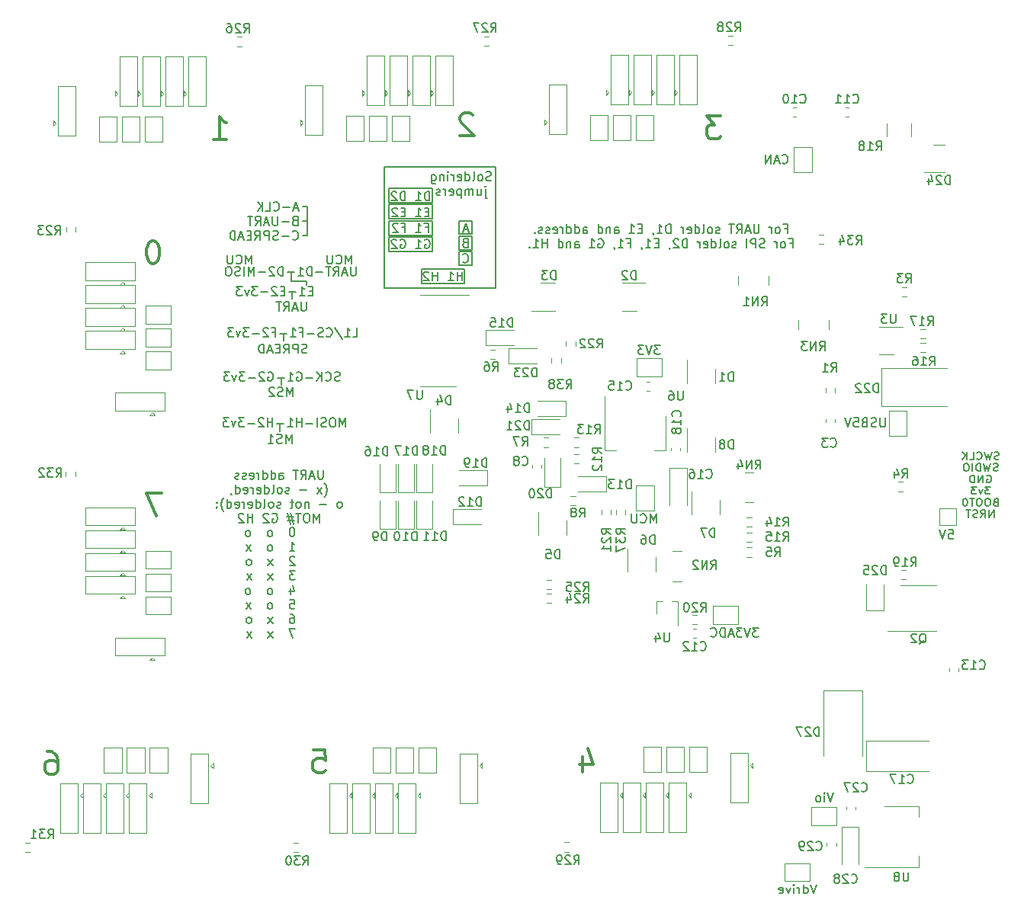
<source format=gbr>
%TF.GenerationSoftware,KiCad,Pcbnew,8.99.0-unknown*%
%TF.CreationDate,2024-03-12T14:31:13+03:00*%
%TF.ProjectId,multistepper,6d756c74-6973-4746-9570-7065722e6b69,rev?*%
%TF.SameCoordinates,Original*%
%TF.FileFunction,Legend,Bot*%
%TF.FilePolarity,Positive*%
%FSLAX46Y46*%
G04 Gerber Fmt 4.6, Leading zero omitted, Abs format (unit mm)*
G04 Created by KiCad (PCBNEW 8.99.0-unknown) date 2024-03-12 14:31:13*
%MOMM*%
%LPD*%
G01*
G04 APERTURE LIST*
%ADD10C,0.150000*%
%ADD11C,0.350000*%
%ADD12C,0.120000*%
G04 APERTURE END LIST*
D10*
X87000000Y-79800000D02*
X87000000Y-79000000D01*
X86700000Y-84700000D02*
X86700000Y-83900000D01*
X98700000Y-64650000D02*
X103500000Y-64650000D01*
X103500000Y-66250000D01*
X98700000Y-66250000D01*
X98700000Y-64650000D01*
X87800000Y-72200000D02*
X87800000Y-73200000D01*
X106500000Y-68150000D02*
X107900000Y-68150000D01*
X107900000Y-69650000D01*
X106500000Y-69650000D01*
X106500000Y-68150000D01*
X86600000Y-89800000D02*
X86600000Y-89000000D01*
X106500000Y-66450000D02*
X107900000Y-66450000D01*
X107900000Y-67950000D01*
X106500000Y-67950000D01*
X106500000Y-66450000D01*
X98200000Y-60450000D02*
X110500000Y-60450000D01*
X110500000Y-73950000D01*
X98200000Y-73950000D01*
X98200000Y-60450000D01*
X106500000Y-69850000D02*
X107900000Y-69850000D01*
X107900000Y-71350000D01*
X106500000Y-71350000D01*
X106500000Y-69850000D01*
X98700000Y-68250000D02*
X103500000Y-68250000D01*
X103500000Y-69850000D01*
X98700000Y-69850000D01*
X98700000Y-68250000D01*
X89500000Y-73200000D02*
X89500000Y-73600000D01*
X98700000Y-66450000D02*
X103500000Y-66450000D01*
X103500000Y-68050000D01*
X98700000Y-68050000D01*
X98700000Y-66450000D01*
X89600000Y-64900000D02*
X89100000Y-64900000D01*
X102300000Y-71850000D02*
X107100000Y-71850000D01*
X107100000Y-73450000D01*
X102300000Y-73450000D01*
X102300000Y-71850000D01*
X98700000Y-62850000D02*
X103500000Y-62850000D01*
X103500000Y-64450000D01*
X98700000Y-64450000D01*
X98700000Y-62850000D01*
X89100000Y-66500000D02*
X89600000Y-66500000D01*
X87900000Y-74400000D02*
X87900000Y-75100000D01*
X89600000Y-68100000D02*
X89600000Y-64900000D01*
X89100000Y-68100000D02*
X89600000Y-68100000D01*
X87800000Y-73200000D02*
X89500000Y-73200000D01*
X103195237Y-64204819D02*
X103195237Y-63204819D01*
X103195237Y-63204819D02*
X102957142Y-63204819D01*
X102957142Y-63204819D02*
X102814285Y-63252438D01*
X102814285Y-63252438D02*
X102719047Y-63347676D01*
X102719047Y-63347676D02*
X102671428Y-63442914D01*
X102671428Y-63442914D02*
X102623809Y-63633390D01*
X102623809Y-63633390D02*
X102623809Y-63776247D01*
X102623809Y-63776247D02*
X102671428Y-63966723D01*
X102671428Y-63966723D02*
X102719047Y-64061961D01*
X102719047Y-64061961D02*
X102814285Y-64157200D01*
X102814285Y-64157200D02*
X102957142Y-64204819D01*
X102957142Y-64204819D02*
X103195237Y-64204819D01*
X101671428Y-64204819D02*
X102242856Y-64204819D01*
X101957142Y-64204819D02*
X101957142Y-63204819D01*
X101957142Y-63204819D02*
X102052380Y-63347676D01*
X102052380Y-63347676D02*
X102147618Y-63442914D01*
X102147618Y-63442914D02*
X102242856Y-63490533D01*
X100480951Y-64204819D02*
X100480951Y-63204819D01*
X100480951Y-63204819D02*
X100242856Y-63204819D01*
X100242856Y-63204819D02*
X100099999Y-63252438D01*
X100099999Y-63252438D02*
X100004761Y-63347676D01*
X100004761Y-63347676D02*
X99957142Y-63442914D01*
X99957142Y-63442914D02*
X99909523Y-63633390D01*
X99909523Y-63633390D02*
X99909523Y-63776247D01*
X99909523Y-63776247D02*
X99957142Y-63966723D01*
X99957142Y-63966723D02*
X100004761Y-64061961D01*
X100004761Y-64061961D02*
X100099999Y-64157200D01*
X100099999Y-64157200D02*
X100242856Y-64204819D01*
X100242856Y-64204819D02*
X100480951Y-64204819D01*
X99528570Y-63300057D02*
X99480951Y-63252438D01*
X99480951Y-63252438D02*
X99385713Y-63204819D01*
X99385713Y-63204819D02*
X99147618Y-63204819D01*
X99147618Y-63204819D02*
X99052380Y-63252438D01*
X99052380Y-63252438D02*
X99004761Y-63300057D01*
X99004761Y-63300057D02*
X98957142Y-63395295D01*
X98957142Y-63395295D02*
X98957142Y-63490533D01*
X98957142Y-63490533D02*
X99004761Y-63633390D01*
X99004761Y-63633390D02*
X99576189Y-64204819D01*
X99576189Y-64204819D02*
X98957142Y-64204819D01*
X94557142Y-71254819D02*
X94557142Y-70254819D01*
X94557142Y-70254819D02*
X94223809Y-70969104D01*
X94223809Y-70969104D02*
X93890476Y-70254819D01*
X93890476Y-70254819D02*
X93890476Y-71254819D01*
X92842857Y-71159580D02*
X92890476Y-71207200D01*
X92890476Y-71207200D02*
X93033333Y-71254819D01*
X93033333Y-71254819D02*
X93128571Y-71254819D01*
X93128571Y-71254819D02*
X93271428Y-71207200D01*
X93271428Y-71207200D02*
X93366666Y-71111961D01*
X93366666Y-71111961D02*
X93414285Y-71016723D01*
X93414285Y-71016723D02*
X93461904Y-70826247D01*
X93461904Y-70826247D02*
X93461904Y-70683390D01*
X93461904Y-70683390D02*
X93414285Y-70492914D01*
X93414285Y-70492914D02*
X93366666Y-70397676D01*
X93366666Y-70397676D02*
X93271428Y-70302438D01*
X93271428Y-70302438D02*
X93128571Y-70254819D01*
X93128571Y-70254819D02*
X93033333Y-70254819D01*
X93033333Y-70254819D02*
X92890476Y-70302438D01*
X92890476Y-70302438D02*
X92842857Y-70350057D01*
X92414285Y-70254819D02*
X92414285Y-71064342D01*
X92414285Y-71064342D02*
X92366666Y-71159580D01*
X92366666Y-71159580D02*
X92319047Y-71207200D01*
X92319047Y-71207200D02*
X92223809Y-71254819D01*
X92223809Y-71254819D02*
X92033333Y-71254819D01*
X92033333Y-71254819D02*
X91938095Y-71207200D01*
X91938095Y-71207200D02*
X91890476Y-71159580D01*
X91890476Y-71159580D02*
X91842857Y-71064342D01*
X91842857Y-71064342D02*
X91842857Y-70254819D01*
X87985713Y-85954819D02*
X87985713Y-84954819D01*
X87985713Y-84954819D02*
X87652380Y-85669104D01*
X87652380Y-85669104D02*
X87319047Y-84954819D01*
X87319047Y-84954819D02*
X87319047Y-85954819D01*
X86890475Y-85907200D02*
X86747618Y-85954819D01*
X86747618Y-85954819D02*
X86509523Y-85954819D01*
X86509523Y-85954819D02*
X86414285Y-85907200D01*
X86414285Y-85907200D02*
X86366666Y-85859580D01*
X86366666Y-85859580D02*
X86319047Y-85764342D01*
X86319047Y-85764342D02*
X86319047Y-85669104D01*
X86319047Y-85669104D02*
X86366666Y-85573866D01*
X86366666Y-85573866D02*
X86414285Y-85526247D01*
X86414285Y-85526247D02*
X86509523Y-85478628D01*
X86509523Y-85478628D02*
X86699999Y-85431009D01*
X86699999Y-85431009D02*
X86795237Y-85383390D01*
X86795237Y-85383390D02*
X86842856Y-85335771D01*
X86842856Y-85335771D02*
X86890475Y-85240533D01*
X86890475Y-85240533D02*
X86890475Y-85145295D01*
X86890475Y-85145295D02*
X86842856Y-85050057D01*
X86842856Y-85050057D02*
X86795237Y-85002438D01*
X86795237Y-85002438D02*
X86699999Y-84954819D01*
X86699999Y-84954819D02*
X86461904Y-84954819D01*
X86461904Y-84954819D02*
X86319047Y-85002438D01*
X85938094Y-85050057D02*
X85890475Y-85002438D01*
X85890475Y-85002438D02*
X85795237Y-84954819D01*
X85795237Y-84954819D02*
X85557142Y-84954819D01*
X85557142Y-84954819D02*
X85461904Y-85002438D01*
X85461904Y-85002438D02*
X85414285Y-85050057D01*
X85414285Y-85050057D02*
X85366666Y-85145295D01*
X85366666Y-85145295D02*
X85366666Y-85240533D01*
X85366666Y-85240533D02*
X85414285Y-85383390D01*
X85414285Y-85383390D02*
X85985713Y-85954819D01*
X85985713Y-85954819D02*
X85366666Y-85954819D01*
D11*
X60737809Y-125435147D02*
X61213999Y-125435147D01*
X61213999Y-125435147D02*
X61452095Y-125554195D01*
X61452095Y-125554195D02*
X61571142Y-125673242D01*
X61571142Y-125673242D02*
X61809237Y-126030385D01*
X61809237Y-126030385D02*
X61928285Y-126506576D01*
X61928285Y-126506576D02*
X61928285Y-127458957D01*
X61928285Y-127458957D02*
X61809237Y-127697052D01*
X61809237Y-127697052D02*
X61690190Y-127816100D01*
X61690190Y-127816100D02*
X61452095Y-127935147D01*
X61452095Y-127935147D02*
X60975904Y-127935147D01*
X60975904Y-127935147D02*
X60737809Y-127816100D01*
X60737809Y-127816100D02*
X60618761Y-127697052D01*
X60618761Y-127697052D02*
X60499714Y-127458957D01*
X60499714Y-127458957D02*
X60499714Y-126863719D01*
X60499714Y-126863719D02*
X60618761Y-126625623D01*
X60618761Y-126625623D02*
X60737809Y-126506576D01*
X60737809Y-126506576D02*
X60975904Y-126387528D01*
X60975904Y-126387528D02*
X61452095Y-126387528D01*
X61452095Y-126387528D02*
X61690190Y-126506576D01*
X61690190Y-126506576D02*
X61809237Y-126625623D01*
X61809237Y-126625623D02*
X61928285Y-126863719D01*
D10*
X89495237Y-75454819D02*
X89495237Y-76264342D01*
X89495237Y-76264342D02*
X89447618Y-76359580D01*
X89447618Y-76359580D02*
X89399999Y-76407200D01*
X89399999Y-76407200D02*
X89304761Y-76454819D01*
X89304761Y-76454819D02*
X89114285Y-76454819D01*
X89114285Y-76454819D02*
X89019047Y-76407200D01*
X89019047Y-76407200D02*
X88971428Y-76359580D01*
X88971428Y-76359580D02*
X88923809Y-76264342D01*
X88923809Y-76264342D02*
X88923809Y-75454819D01*
X88495237Y-76169104D02*
X88019047Y-76169104D01*
X88590475Y-76454819D02*
X88257142Y-75454819D01*
X88257142Y-75454819D02*
X87923809Y-76454819D01*
X87019047Y-76454819D02*
X87352380Y-75978628D01*
X87590475Y-76454819D02*
X87590475Y-75454819D01*
X87590475Y-75454819D02*
X87209523Y-75454819D01*
X87209523Y-75454819D02*
X87114285Y-75502438D01*
X87114285Y-75502438D02*
X87066666Y-75550057D01*
X87066666Y-75550057D02*
X87019047Y-75645295D01*
X87019047Y-75645295D02*
X87019047Y-75788152D01*
X87019047Y-75788152D02*
X87066666Y-75883390D01*
X87066666Y-75883390D02*
X87114285Y-75931009D01*
X87114285Y-75931009D02*
X87209523Y-75978628D01*
X87209523Y-75978628D02*
X87590475Y-75978628D01*
X86733332Y-75454819D02*
X86161904Y-75454819D01*
X86447618Y-76454819D02*
X86447618Y-75454819D01*
X88610839Y-65059160D02*
X88134649Y-65059160D01*
X88706077Y-65344875D02*
X88372744Y-64344875D01*
X88372744Y-64344875D02*
X88039411Y-65344875D01*
X87706077Y-64963922D02*
X86944173Y-64963922D01*
X85896554Y-65249636D02*
X85944173Y-65297256D01*
X85944173Y-65297256D02*
X86087030Y-65344875D01*
X86087030Y-65344875D02*
X86182268Y-65344875D01*
X86182268Y-65344875D02*
X86325125Y-65297256D01*
X86325125Y-65297256D02*
X86420363Y-65202017D01*
X86420363Y-65202017D02*
X86467982Y-65106779D01*
X86467982Y-65106779D02*
X86515601Y-64916303D01*
X86515601Y-64916303D02*
X86515601Y-64773446D01*
X86515601Y-64773446D02*
X86467982Y-64582970D01*
X86467982Y-64582970D02*
X86420363Y-64487732D01*
X86420363Y-64487732D02*
X86325125Y-64392494D01*
X86325125Y-64392494D02*
X86182268Y-64344875D01*
X86182268Y-64344875D02*
X86087030Y-64344875D01*
X86087030Y-64344875D02*
X85944173Y-64392494D01*
X85944173Y-64392494D02*
X85896554Y-64440113D01*
X84991792Y-65344875D02*
X85467982Y-65344875D01*
X85467982Y-65344875D02*
X85467982Y-64344875D01*
X84658458Y-65344875D02*
X84658458Y-64344875D01*
X84087030Y-65344875D02*
X84515601Y-64773446D01*
X84087030Y-64344875D02*
X84658458Y-64916303D01*
X88229887Y-66431009D02*
X88087030Y-66478628D01*
X88087030Y-66478628D02*
X88039411Y-66526247D01*
X88039411Y-66526247D02*
X87991792Y-66621485D01*
X87991792Y-66621485D02*
X87991792Y-66764342D01*
X87991792Y-66764342D02*
X88039411Y-66859580D01*
X88039411Y-66859580D02*
X88087030Y-66907200D01*
X88087030Y-66907200D02*
X88182268Y-66954819D01*
X88182268Y-66954819D02*
X88563220Y-66954819D01*
X88563220Y-66954819D02*
X88563220Y-65954819D01*
X88563220Y-65954819D02*
X88229887Y-65954819D01*
X88229887Y-65954819D02*
X88134649Y-66002438D01*
X88134649Y-66002438D02*
X88087030Y-66050057D01*
X88087030Y-66050057D02*
X88039411Y-66145295D01*
X88039411Y-66145295D02*
X88039411Y-66240533D01*
X88039411Y-66240533D02*
X88087030Y-66335771D01*
X88087030Y-66335771D02*
X88134649Y-66383390D01*
X88134649Y-66383390D02*
X88229887Y-66431009D01*
X88229887Y-66431009D02*
X88563220Y-66431009D01*
X87563220Y-66573866D02*
X86801316Y-66573866D01*
X86325125Y-65954819D02*
X86325125Y-66764342D01*
X86325125Y-66764342D02*
X86277506Y-66859580D01*
X86277506Y-66859580D02*
X86229887Y-66907200D01*
X86229887Y-66907200D02*
X86134649Y-66954819D01*
X86134649Y-66954819D02*
X85944173Y-66954819D01*
X85944173Y-66954819D02*
X85848935Y-66907200D01*
X85848935Y-66907200D02*
X85801316Y-66859580D01*
X85801316Y-66859580D02*
X85753697Y-66764342D01*
X85753697Y-66764342D02*
X85753697Y-65954819D01*
X85325125Y-66669104D02*
X84848935Y-66669104D01*
X85420363Y-66954819D02*
X85087030Y-65954819D01*
X85087030Y-65954819D02*
X84753697Y-66954819D01*
X83848935Y-66954819D02*
X84182268Y-66478628D01*
X84420363Y-66954819D02*
X84420363Y-65954819D01*
X84420363Y-65954819D02*
X84039411Y-65954819D01*
X84039411Y-65954819D02*
X83944173Y-66002438D01*
X83944173Y-66002438D02*
X83896554Y-66050057D01*
X83896554Y-66050057D02*
X83848935Y-66145295D01*
X83848935Y-66145295D02*
X83848935Y-66288152D01*
X83848935Y-66288152D02*
X83896554Y-66383390D01*
X83896554Y-66383390D02*
X83944173Y-66431009D01*
X83944173Y-66431009D02*
X84039411Y-66478628D01*
X84039411Y-66478628D02*
X84420363Y-66478628D01*
X83563220Y-65954819D02*
X82991792Y-65954819D01*
X83277506Y-66954819D02*
X83277506Y-65954819D01*
X87991792Y-68469524D02*
X88039411Y-68517144D01*
X88039411Y-68517144D02*
X88182268Y-68564763D01*
X88182268Y-68564763D02*
X88277506Y-68564763D01*
X88277506Y-68564763D02*
X88420363Y-68517144D01*
X88420363Y-68517144D02*
X88515601Y-68421905D01*
X88515601Y-68421905D02*
X88563220Y-68326667D01*
X88563220Y-68326667D02*
X88610839Y-68136191D01*
X88610839Y-68136191D02*
X88610839Y-67993334D01*
X88610839Y-67993334D02*
X88563220Y-67802858D01*
X88563220Y-67802858D02*
X88515601Y-67707620D01*
X88515601Y-67707620D02*
X88420363Y-67612382D01*
X88420363Y-67612382D02*
X88277506Y-67564763D01*
X88277506Y-67564763D02*
X88182268Y-67564763D01*
X88182268Y-67564763D02*
X88039411Y-67612382D01*
X88039411Y-67612382D02*
X87991792Y-67660001D01*
X87563220Y-68183810D02*
X86801316Y-68183810D01*
X86372744Y-68517144D02*
X86229887Y-68564763D01*
X86229887Y-68564763D02*
X85991792Y-68564763D01*
X85991792Y-68564763D02*
X85896554Y-68517144D01*
X85896554Y-68517144D02*
X85848935Y-68469524D01*
X85848935Y-68469524D02*
X85801316Y-68374286D01*
X85801316Y-68374286D02*
X85801316Y-68279048D01*
X85801316Y-68279048D02*
X85848935Y-68183810D01*
X85848935Y-68183810D02*
X85896554Y-68136191D01*
X85896554Y-68136191D02*
X85991792Y-68088572D01*
X85991792Y-68088572D02*
X86182268Y-68040953D01*
X86182268Y-68040953D02*
X86277506Y-67993334D01*
X86277506Y-67993334D02*
X86325125Y-67945715D01*
X86325125Y-67945715D02*
X86372744Y-67850477D01*
X86372744Y-67850477D02*
X86372744Y-67755239D01*
X86372744Y-67755239D02*
X86325125Y-67660001D01*
X86325125Y-67660001D02*
X86277506Y-67612382D01*
X86277506Y-67612382D02*
X86182268Y-67564763D01*
X86182268Y-67564763D02*
X85944173Y-67564763D01*
X85944173Y-67564763D02*
X85801316Y-67612382D01*
X85372744Y-68564763D02*
X85372744Y-67564763D01*
X85372744Y-67564763D02*
X84991792Y-67564763D01*
X84991792Y-67564763D02*
X84896554Y-67612382D01*
X84896554Y-67612382D02*
X84848935Y-67660001D01*
X84848935Y-67660001D02*
X84801316Y-67755239D01*
X84801316Y-67755239D02*
X84801316Y-67898096D01*
X84801316Y-67898096D02*
X84848935Y-67993334D01*
X84848935Y-67993334D02*
X84896554Y-68040953D01*
X84896554Y-68040953D02*
X84991792Y-68088572D01*
X84991792Y-68088572D02*
X85372744Y-68088572D01*
X83801316Y-68564763D02*
X84134649Y-68088572D01*
X84372744Y-68564763D02*
X84372744Y-67564763D01*
X84372744Y-67564763D02*
X83991792Y-67564763D01*
X83991792Y-67564763D02*
X83896554Y-67612382D01*
X83896554Y-67612382D02*
X83848935Y-67660001D01*
X83848935Y-67660001D02*
X83801316Y-67755239D01*
X83801316Y-67755239D02*
X83801316Y-67898096D01*
X83801316Y-67898096D02*
X83848935Y-67993334D01*
X83848935Y-67993334D02*
X83896554Y-68040953D01*
X83896554Y-68040953D02*
X83991792Y-68088572D01*
X83991792Y-68088572D02*
X84372744Y-68088572D01*
X83372744Y-68040953D02*
X83039411Y-68040953D01*
X82896554Y-68564763D02*
X83372744Y-68564763D01*
X83372744Y-68564763D02*
X83372744Y-67564763D01*
X83372744Y-67564763D02*
X82896554Y-67564763D01*
X82515601Y-68279048D02*
X82039411Y-68279048D01*
X82610839Y-68564763D02*
X82277506Y-67564763D01*
X82277506Y-67564763D02*
X81944173Y-68564763D01*
X81610839Y-68564763D02*
X81610839Y-67564763D01*
X81610839Y-67564763D02*
X81372744Y-67564763D01*
X81372744Y-67564763D02*
X81229887Y-67612382D01*
X81229887Y-67612382D02*
X81134649Y-67707620D01*
X81134649Y-67707620D02*
X81087030Y-67802858D01*
X81087030Y-67802858D02*
X81039411Y-67993334D01*
X81039411Y-67993334D02*
X81039411Y-68136191D01*
X81039411Y-68136191D02*
X81087030Y-68326667D01*
X81087030Y-68326667D02*
X81134649Y-68421905D01*
X81134649Y-68421905D02*
X81229887Y-68517144D01*
X81229887Y-68517144D02*
X81372744Y-68564763D01*
X81372744Y-68564763D02*
X81610839Y-68564763D01*
D11*
X135504133Y-54823147D02*
X133956514Y-54823147D01*
X133956514Y-54823147D02*
X134789847Y-55775528D01*
X134789847Y-55775528D02*
X134432704Y-55775528D01*
X134432704Y-55775528D02*
X134194609Y-55894576D01*
X134194609Y-55894576D02*
X134075561Y-56013623D01*
X134075561Y-56013623D02*
X133956514Y-56251719D01*
X133956514Y-56251719D02*
X133956514Y-56846957D01*
X133956514Y-56846957D02*
X134075561Y-57085052D01*
X134075561Y-57085052D02*
X134194609Y-57204100D01*
X134194609Y-57204100D02*
X134432704Y-57323147D01*
X134432704Y-57323147D02*
X135146990Y-57323147D01*
X135146990Y-57323147D02*
X135385085Y-57204100D01*
X135385085Y-57204100D02*
X135504133Y-57085052D01*
X108003885Y-54705642D02*
X107884837Y-54586595D01*
X107884837Y-54586595D02*
X107646742Y-54467547D01*
X107646742Y-54467547D02*
X107051504Y-54467547D01*
X107051504Y-54467547D02*
X106813409Y-54586595D01*
X106813409Y-54586595D02*
X106694361Y-54705642D01*
X106694361Y-54705642D02*
X106575314Y-54943738D01*
X106575314Y-54943738D02*
X106575314Y-55181833D01*
X106575314Y-55181833D02*
X106694361Y-55538976D01*
X106694361Y-55538976D02*
X108122933Y-56967547D01*
X108122933Y-56967547D02*
X106575314Y-56967547D01*
D10*
X103099999Y-65481009D02*
X102766666Y-65481009D01*
X102623809Y-66004819D02*
X103099999Y-66004819D01*
X103099999Y-66004819D02*
X103099999Y-65004819D01*
X103099999Y-65004819D02*
X102623809Y-65004819D01*
X101671428Y-66004819D02*
X102242856Y-66004819D01*
X101957142Y-66004819D02*
X101957142Y-65004819D01*
X101957142Y-65004819D02*
X102052380Y-65147676D01*
X102052380Y-65147676D02*
X102147618Y-65242914D01*
X102147618Y-65242914D02*
X102242856Y-65290533D01*
X100480951Y-65481009D02*
X100147618Y-65481009D01*
X100004761Y-66004819D02*
X100480951Y-66004819D01*
X100480951Y-66004819D02*
X100480951Y-65004819D01*
X100480951Y-65004819D02*
X100004761Y-65004819D01*
X99623808Y-65100057D02*
X99576189Y-65052438D01*
X99576189Y-65052438D02*
X99480951Y-65004819D01*
X99480951Y-65004819D02*
X99242856Y-65004819D01*
X99242856Y-65004819D02*
X99147618Y-65052438D01*
X99147618Y-65052438D02*
X99099999Y-65100057D01*
X99099999Y-65100057D02*
X99052380Y-65195295D01*
X99052380Y-65195295D02*
X99052380Y-65290533D01*
X99052380Y-65290533D02*
X99099999Y-65433390D01*
X99099999Y-65433390D02*
X99671427Y-66004819D01*
X99671427Y-66004819D02*
X99052380Y-66004819D01*
X142590478Y-67326037D02*
X142923811Y-67326037D01*
X142923811Y-67849847D02*
X142923811Y-66849847D01*
X142923811Y-66849847D02*
X142447621Y-66849847D01*
X141923811Y-67849847D02*
X142019049Y-67802228D01*
X142019049Y-67802228D02*
X142066668Y-67754608D01*
X142066668Y-67754608D02*
X142114287Y-67659370D01*
X142114287Y-67659370D02*
X142114287Y-67373656D01*
X142114287Y-67373656D02*
X142066668Y-67278418D01*
X142066668Y-67278418D02*
X142019049Y-67230799D01*
X142019049Y-67230799D02*
X141923811Y-67183180D01*
X141923811Y-67183180D02*
X141780954Y-67183180D01*
X141780954Y-67183180D02*
X141685716Y-67230799D01*
X141685716Y-67230799D02*
X141638097Y-67278418D01*
X141638097Y-67278418D02*
X141590478Y-67373656D01*
X141590478Y-67373656D02*
X141590478Y-67659370D01*
X141590478Y-67659370D02*
X141638097Y-67754608D01*
X141638097Y-67754608D02*
X141685716Y-67802228D01*
X141685716Y-67802228D02*
X141780954Y-67849847D01*
X141780954Y-67849847D02*
X141923811Y-67849847D01*
X141161906Y-67849847D02*
X141161906Y-67183180D01*
X141161906Y-67373656D02*
X141114287Y-67278418D01*
X141114287Y-67278418D02*
X141066668Y-67230799D01*
X141066668Y-67230799D02*
X140971430Y-67183180D01*
X140971430Y-67183180D02*
X140876192Y-67183180D01*
X139780953Y-66849847D02*
X139780953Y-67659370D01*
X139780953Y-67659370D02*
X139733334Y-67754608D01*
X139733334Y-67754608D02*
X139685715Y-67802228D01*
X139685715Y-67802228D02*
X139590477Y-67849847D01*
X139590477Y-67849847D02*
X139400001Y-67849847D01*
X139400001Y-67849847D02*
X139304763Y-67802228D01*
X139304763Y-67802228D02*
X139257144Y-67754608D01*
X139257144Y-67754608D02*
X139209525Y-67659370D01*
X139209525Y-67659370D02*
X139209525Y-66849847D01*
X138780953Y-67564132D02*
X138304763Y-67564132D01*
X138876191Y-67849847D02*
X138542858Y-66849847D01*
X138542858Y-66849847D02*
X138209525Y-67849847D01*
X137304763Y-67849847D02*
X137638096Y-67373656D01*
X137876191Y-67849847D02*
X137876191Y-66849847D01*
X137876191Y-66849847D02*
X137495239Y-66849847D01*
X137495239Y-66849847D02*
X137400001Y-66897466D01*
X137400001Y-66897466D02*
X137352382Y-66945085D01*
X137352382Y-66945085D02*
X137304763Y-67040323D01*
X137304763Y-67040323D02*
X137304763Y-67183180D01*
X137304763Y-67183180D02*
X137352382Y-67278418D01*
X137352382Y-67278418D02*
X137400001Y-67326037D01*
X137400001Y-67326037D02*
X137495239Y-67373656D01*
X137495239Y-67373656D02*
X137876191Y-67373656D01*
X137019048Y-66849847D02*
X136447620Y-66849847D01*
X136733334Y-67849847D02*
X136733334Y-66849847D01*
X135400000Y-67802228D02*
X135304762Y-67849847D01*
X135304762Y-67849847D02*
X135114286Y-67849847D01*
X135114286Y-67849847D02*
X135019048Y-67802228D01*
X135019048Y-67802228D02*
X134971429Y-67706989D01*
X134971429Y-67706989D02*
X134971429Y-67659370D01*
X134971429Y-67659370D02*
X135019048Y-67564132D01*
X135019048Y-67564132D02*
X135114286Y-67516513D01*
X135114286Y-67516513D02*
X135257143Y-67516513D01*
X135257143Y-67516513D02*
X135352381Y-67468894D01*
X135352381Y-67468894D02*
X135400000Y-67373656D01*
X135400000Y-67373656D02*
X135400000Y-67326037D01*
X135400000Y-67326037D02*
X135352381Y-67230799D01*
X135352381Y-67230799D02*
X135257143Y-67183180D01*
X135257143Y-67183180D02*
X135114286Y-67183180D01*
X135114286Y-67183180D02*
X135019048Y-67230799D01*
X134400000Y-67849847D02*
X134495238Y-67802228D01*
X134495238Y-67802228D02*
X134542857Y-67754608D01*
X134542857Y-67754608D02*
X134590476Y-67659370D01*
X134590476Y-67659370D02*
X134590476Y-67373656D01*
X134590476Y-67373656D02*
X134542857Y-67278418D01*
X134542857Y-67278418D02*
X134495238Y-67230799D01*
X134495238Y-67230799D02*
X134400000Y-67183180D01*
X134400000Y-67183180D02*
X134257143Y-67183180D01*
X134257143Y-67183180D02*
X134161905Y-67230799D01*
X134161905Y-67230799D02*
X134114286Y-67278418D01*
X134114286Y-67278418D02*
X134066667Y-67373656D01*
X134066667Y-67373656D02*
X134066667Y-67659370D01*
X134066667Y-67659370D02*
X134114286Y-67754608D01*
X134114286Y-67754608D02*
X134161905Y-67802228D01*
X134161905Y-67802228D02*
X134257143Y-67849847D01*
X134257143Y-67849847D02*
X134400000Y-67849847D01*
X133495238Y-67849847D02*
X133590476Y-67802228D01*
X133590476Y-67802228D02*
X133638095Y-67706989D01*
X133638095Y-67706989D02*
X133638095Y-66849847D01*
X132685714Y-67849847D02*
X132685714Y-66849847D01*
X132685714Y-67802228D02*
X132780952Y-67849847D01*
X132780952Y-67849847D02*
X132971428Y-67849847D01*
X132971428Y-67849847D02*
X133066666Y-67802228D01*
X133066666Y-67802228D02*
X133114285Y-67754608D01*
X133114285Y-67754608D02*
X133161904Y-67659370D01*
X133161904Y-67659370D02*
X133161904Y-67373656D01*
X133161904Y-67373656D02*
X133114285Y-67278418D01*
X133114285Y-67278418D02*
X133066666Y-67230799D01*
X133066666Y-67230799D02*
X132971428Y-67183180D01*
X132971428Y-67183180D02*
X132780952Y-67183180D01*
X132780952Y-67183180D02*
X132685714Y-67230799D01*
X131828571Y-67802228D02*
X131923809Y-67849847D01*
X131923809Y-67849847D02*
X132114285Y-67849847D01*
X132114285Y-67849847D02*
X132209523Y-67802228D01*
X132209523Y-67802228D02*
X132257142Y-67706989D01*
X132257142Y-67706989D02*
X132257142Y-67326037D01*
X132257142Y-67326037D02*
X132209523Y-67230799D01*
X132209523Y-67230799D02*
X132114285Y-67183180D01*
X132114285Y-67183180D02*
X131923809Y-67183180D01*
X131923809Y-67183180D02*
X131828571Y-67230799D01*
X131828571Y-67230799D02*
X131780952Y-67326037D01*
X131780952Y-67326037D02*
X131780952Y-67421275D01*
X131780952Y-67421275D02*
X132257142Y-67516513D01*
X131352380Y-67849847D02*
X131352380Y-67183180D01*
X131352380Y-67373656D02*
X131304761Y-67278418D01*
X131304761Y-67278418D02*
X131257142Y-67230799D01*
X131257142Y-67230799D02*
X131161904Y-67183180D01*
X131161904Y-67183180D02*
X131066666Y-67183180D01*
X129971427Y-67849847D02*
X129971427Y-66849847D01*
X129971427Y-66849847D02*
X129733332Y-66849847D01*
X129733332Y-66849847D02*
X129590475Y-66897466D01*
X129590475Y-66897466D02*
X129495237Y-66992704D01*
X129495237Y-66992704D02*
X129447618Y-67087942D01*
X129447618Y-67087942D02*
X129399999Y-67278418D01*
X129399999Y-67278418D02*
X129399999Y-67421275D01*
X129399999Y-67421275D02*
X129447618Y-67611751D01*
X129447618Y-67611751D02*
X129495237Y-67706989D01*
X129495237Y-67706989D02*
X129590475Y-67802228D01*
X129590475Y-67802228D02*
X129733332Y-67849847D01*
X129733332Y-67849847D02*
X129971427Y-67849847D01*
X128447618Y-67849847D02*
X129019046Y-67849847D01*
X128733332Y-67849847D02*
X128733332Y-66849847D01*
X128733332Y-66849847D02*
X128828570Y-66992704D01*
X128828570Y-66992704D02*
X128923808Y-67087942D01*
X128923808Y-67087942D02*
X129019046Y-67135561D01*
X127971427Y-67802228D02*
X127971427Y-67849847D01*
X127971427Y-67849847D02*
X128019046Y-67945085D01*
X128019046Y-67945085D02*
X128066665Y-67992704D01*
X126780951Y-67326037D02*
X126447618Y-67326037D01*
X126304761Y-67849847D02*
X126780951Y-67849847D01*
X126780951Y-67849847D02*
X126780951Y-66849847D01*
X126780951Y-66849847D02*
X126304761Y-66849847D01*
X125352380Y-67849847D02*
X125923808Y-67849847D01*
X125638094Y-67849847D02*
X125638094Y-66849847D01*
X125638094Y-66849847D02*
X125733332Y-66992704D01*
X125733332Y-66992704D02*
X125828570Y-67087942D01*
X125828570Y-67087942D02*
X125923808Y-67135561D01*
X123733332Y-67849847D02*
X123733332Y-67326037D01*
X123733332Y-67326037D02*
X123780951Y-67230799D01*
X123780951Y-67230799D02*
X123876189Y-67183180D01*
X123876189Y-67183180D02*
X124066665Y-67183180D01*
X124066665Y-67183180D02*
X124161903Y-67230799D01*
X123733332Y-67802228D02*
X123828570Y-67849847D01*
X123828570Y-67849847D02*
X124066665Y-67849847D01*
X124066665Y-67849847D02*
X124161903Y-67802228D01*
X124161903Y-67802228D02*
X124209522Y-67706989D01*
X124209522Y-67706989D02*
X124209522Y-67611751D01*
X124209522Y-67611751D02*
X124161903Y-67516513D01*
X124161903Y-67516513D02*
X124066665Y-67468894D01*
X124066665Y-67468894D02*
X123828570Y-67468894D01*
X123828570Y-67468894D02*
X123733332Y-67421275D01*
X123257141Y-67183180D02*
X123257141Y-67849847D01*
X123257141Y-67278418D02*
X123209522Y-67230799D01*
X123209522Y-67230799D02*
X123114284Y-67183180D01*
X123114284Y-67183180D02*
X122971427Y-67183180D01*
X122971427Y-67183180D02*
X122876189Y-67230799D01*
X122876189Y-67230799D02*
X122828570Y-67326037D01*
X122828570Y-67326037D02*
X122828570Y-67849847D01*
X121923808Y-67849847D02*
X121923808Y-66849847D01*
X121923808Y-67802228D02*
X122019046Y-67849847D01*
X122019046Y-67849847D02*
X122209522Y-67849847D01*
X122209522Y-67849847D02*
X122304760Y-67802228D01*
X122304760Y-67802228D02*
X122352379Y-67754608D01*
X122352379Y-67754608D02*
X122399998Y-67659370D01*
X122399998Y-67659370D02*
X122399998Y-67373656D01*
X122399998Y-67373656D02*
X122352379Y-67278418D01*
X122352379Y-67278418D02*
X122304760Y-67230799D01*
X122304760Y-67230799D02*
X122209522Y-67183180D01*
X122209522Y-67183180D02*
X122019046Y-67183180D01*
X122019046Y-67183180D02*
X121923808Y-67230799D01*
X120257141Y-67849847D02*
X120257141Y-67326037D01*
X120257141Y-67326037D02*
X120304760Y-67230799D01*
X120304760Y-67230799D02*
X120399998Y-67183180D01*
X120399998Y-67183180D02*
X120590474Y-67183180D01*
X120590474Y-67183180D02*
X120685712Y-67230799D01*
X120257141Y-67802228D02*
X120352379Y-67849847D01*
X120352379Y-67849847D02*
X120590474Y-67849847D01*
X120590474Y-67849847D02*
X120685712Y-67802228D01*
X120685712Y-67802228D02*
X120733331Y-67706989D01*
X120733331Y-67706989D02*
X120733331Y-67611751D01*
X120733331Y-67611751D02*
X120685712Y-67516513D01*
X120685712Y-67516513D02*
X120590474Y-67468894D01*
X120590474Y-67468894D02*
X120352379Y-67468894D01*
X120352379Y-67468894D02*
X120257141Y-67421275D01*
X119352379Y-67849847D02*
X119352379Y-66849847D01*
X119352379Y-67802228D02*
X119447617Y-67849847D01*
X119447617Y-67849847D02*
X119638093Y-67849847D01*
X119638093Y-67849847D02*
X119733331Y-67802228D01*
X119733331Y-67802228D02*
X119780950Y-67754608D01*
X119780950Y-67754608D02*
X119828569Y-67659370D01*
X119828569Y-67659370D02*
X119828569Y-67373656D01*
X119828569Y-67373656D02*
X119780950Y-67278418D01*
X119780950Y-67278418D02*
X119733331Y-67230799D01*
X119733331Y-67230799D02*
X119638093Y-67183180D01*
X119638093Y-67183180D02*
X119447617Y-67183180D01*
X119447617Y-67183180D02*
X119352379Y-67230799D01*
X118447617Y-67849847D02*
X118447617Y-66849847D01*
X118447617Y-67802228D02*
X118542855Y-67849847D01*
X118542855Y-67849847D02*
X118733331Y-67849847D01*
X118733331Y-67849847D02*
X118828569Y-67802228D01*
X118828569Y-67802228D02*
X118876188Y-67754608D01*
X118876188Y-67754608D02*
X118923807Y-67659370D01*
X118923807Y-67659370D02*
X118923807Y-67373656D01*
X118923807Y-67373656D02*
X118876188Y-67278418D01*
X118876188Y-67278418D02*
X118828569Y-67230799D01*
X118828569Y-67230799D02*
X118733331Y-67183180D01*
X118733331Y-67183180D02*
X118542855Y-67183180D01*
X118542855Y-67183180D02*
X118447617Y-67230799D01*
X117971426Y-67849847D02*
X117971426Y-67183180D01*
X117971426Y-67373656D02*
X117923807Y-67278418D01*
X117923807Y-67278418D02*
X117876188Y-67230799D01*
X117876188Y-67230799D02*
X117780950Y-67183180D01*
X117780950Y-67183180D02*
X117685712Y-67183180D01*
X116971426Y-67802228D02*
X117066664Y-67849847D01*
X117066664Y-67849847D02*
X117257140Y-67849847D01*
X117257140Y-67849847D02*
X117352378Y-67802228D01*
X117352378Y-67802228D02*
X117399997Y-67706989D01*
X117399997Y-67706989D02*
X117399997Y-67326037D01*
X117399997Y-67326037D02*
X117352378Y-67230799D01*
X117352378Y-67230799D02*
X117257140Y-67183180D01*
X117257140Y-67183180D02*
X117066664Y-67183180D01*
X117066664Y-67183180D02*
X116971426Y-67230799D01*
X116971426Y-67230799D02*
X116923807Y-67326037D01*
X116923807Y-67326037D02*
X116923807Y-67421275D01*
X116923807Y-67421275D02*
X117399997Y-67516513D01*
X116542854Y-67802228D02*
X116447616Y-67849847D01*
X116447616Y-67849847D02*
X116257140Y-67849847D01*
X116257140Y-67849847D02*
X116161902Y-67802228D01*
X116161902Y-67802228D02*
X116114283Y-67706989D01*
X116114283Y-67706989D02*
X116114283Y-67659370D01*
X116114283Y-67659370D02*
X116161902Y-67564132D01*
X116161902Y-67564132D02*
X116257140Y-67516513D01*
X116257140Y-67516513D02*
X116399997Y-67516513D01*
X116399997Y-67516513D02*
X116495235Y-67468894D01*
X116495235Y-67468894D02*
X116542854Y-67373656D01*
X116542854Y-67373656D02*
X116542854Y-67326037D01*
X116542854Y-67326037D02*
X116495235Y-67230799D01*
X116495235Y-67230799D02*
X116399997Y-67183180D01*
X116399997Y-67183180D02*
X116257140Y-67183180D01*
X116257140Y-67183180D02*
X116161902Y-67230799D01*
X115733330Y-67802228D02*
X115638092Y-67849847D01*
X115638092Y-67849847D02*
X115447616Y-67849847D01*
X115447616Y-67849847D02*
X115352378Y-67802228D01*
X115352378Y-67802228D02*
X115304759Y-67706989D01*
X115304759Y-67706989D02*
X115304759Y-67659370D01*
X115304759Y-67659370D02*
X115352378Y-67564132D01*
X115352378Y-67564132D02*
X115447616Y-67516513D01*
X115447616Y-67516513D02*
X115590473Y-67516513D01*
X115590473Y-67516513D02*
X115685711Y-67468894D01*
X115685711Y-67468894D02*
X115733330Y-67373656D01*
X115733330Y-67373656D02*
X115733330Y-67326037D01*
X115733330Y-67326037D02*
X115685711Y-67230799D01*
X115685711Y-67230799D02*
X115590473Y-67183180D01*
X115590473Y-67183180D02*
X115447616Y-67183180D01*
X115447616Y-67183180D02*
X115352378Y-67230799D01*
X114876187Y-67754608D02*
X114828568Y-67802228D01*
X114828568Y-67802228D02*
X114876187Y-67849847D01*
X114876187Y-67849847D02*
X114923806Y-67802228D01*
X114923806Y-67802228D02*
X114876187Y-67754608D01*
X114876187Y-67754608D02*
X114876187Y-67849847D01*
X143185715Y-68935981D02*
X143519048Y-68935981D01*
X143519048Y-69459791D02*
X143519048Y-68459791D01*
X143519048Y-68459791D02*
X143042858Y-68459791D01*
X142519048Y-69459791D02*
X142614286Y-69412172D01*
X142614286Y-69412172D02*
X142661905Y-69364552D01*
X142661905Y-69364552D02*
X142709524Y-69269314D01*
X142709524Y-69269314D02*
X142709524Y-68983600D01*
X142709524Y-68983600D02*
X142661905Y-68888362D01*
X142661905Y-68888362D02*
X142614286Y-68840743D01*
X142614286Y-68840743D02*
X142519048Y-68793124D01*
X142519048Y-68793124D02*
X142376191Y-68793124D01*
X142376191Y-68793124D02*
X142280953Y-68840743D01*
X142280953Y-68840743D02*
X142233334Y-68888362D01*
X142233334Y-68888362D02*
X142185715Y-68983600D01*
X142185715Y-68983600D02*
X142185715Y-69269314D01*
X142185715Y-69269314D02*
X142233334Y-69364552D01*
X142233334Y-69364552D02*
X142280953Y-69412172D01*
X142280953Y-69412172D02*
X142376191Y-69459791D01*
X142376191Y-69459791D02*
X142519048Y-69459791D01*
X141757143Y-69459791D02*
X141757143Y-68793124D01*
X141757143Y-68983600D02*
X141709524Y-68888362D01*
X141709524Y-68888362D02*
X141661905Y-68840743D01*
X141661905Y-68840743D02*
X141566667Y-68793124D01*
X141566667Y-68793124D02*
X141471429Y-68793124D01*
X140423809Y-69412172D02*
X140280952Y-69459791D01*
X140280952Y-69459791D02*
X140042857Y-69459791D01*
X140042857Y-69459791D02*
X139947619Y-69412172D01*
X139947619Y-69412172D02*
X139900000Y-69364552D01*
X139900000Y-69364552D02*
X139852381Y-69269314D01*
X139852381Y-69269314D02*
X139852381Y-69174076D01*
X139852381Y-69174076D02*
X139900000Y-69078838D01*
X139900000Y-69078838D02*
X139947619Y-69031219D01*
X139947619Y-69031219D02*
X140042857Y-68983600D01*
X140042857Y-68983600D02*
X140233333Y-68935981D01*
X140233333Y-68935981D02*
X140328571Y-68888362D01*
X140328571Y-68888362D02*
X140376190Y-68840743D01*
X140376190Y-68840743D02*
X140423809Y-68745505D01*
X140423809Y-68745505D02*
X140423809Y-68650267D01*
X140423809Y-68650267D02*
X140376190Y-68555029D01*
X140376190Y-68555029D02*
X140328571Y-68507410D01*
X140328571Y-68507410D02*
X140233333Y-68459791D01*
X140233333Y-68459791D02*
X139995238Y-68459791D01*
X139995238Y-68459791D02*
X139852381Y-68507410D01*
X139423809Y-69459791D02*
X139423809Y-68459791D01*
X139423809Y-68459791D02*
X139042857Y-68459791D01*
X139042857Y-68459791D02*
X138947619Y-68507410D01*
X138947619Y-68507410D02*
X138900000Y-68555029D01*
X138900000Y-68555029D02*
X138852381Y-68650267D01*
X138852381Y-68650267D02*
X138852381Y-68793124D01*
X138852381Y-68793124D02*
X138900000Y-68888362D01*
X138900000Y-68888362D02*
X138947619Y-68935981D01*
X138947619Y-68935981D02*
X139042857Y-68983600D01*
X139042857Y-68983600D02*
X139423809Y-68983600D01*
X138423809Y-69459791D02*
X138423809Y-68459791D01*
X137233333Y-69412172D02*
X137138095Y-69459791D01*
X137138095Y-69459791D02*
X136947619Y-69459791D01*
X136947619Y-69459791D02*
X136852381Y-69412172D01*
X136852381Y-69412172D02*
X136804762Y-69316933D01*
X136804762Y-69316933D02*
X136804762Y-69269314D01*
X136804762Y-69269314D02*
X136852381Y-69174076D01*
X136852381Y-69174076D02*
X136947619Y-69126457D01*
X136947619Y-69126457D02*
X137090476Y-69126457D01*
X137090476Y-69126457D02*
X137185714Y-69078838D01*
X137185714Y-69078838D02*
X137233333Y-68983600D01*
X137233333Y-68983600D02*
X137233333Y-68935981D01*
X137233333Y-68935981D02*
X137185714Y-68840743D01*
X137185714Y-68840743D02*
X137090476Y-68793124D01*
X137090476Y-68793124D02*
X136947619Y-68793124D01*
X136947619Y-68793124D02*
X136852381Y-68840743D01*
X136233333Y-69459791D02*
X136328571Y-69412172D01*
X136328571Y-69412172D02*
X136376190Y-69364552D01*
X136376190Y-69364552D02*
X136423809Y-69269314D01*
X136423809Y-69269314D02*
X136423809Y-68983600D01*
X136423809Y-68983600D02*
X136376190Y-68888362D01*
X136376190Y-68888362D02*
X136328571Y-68840743D01*
X136328571Y-68840743D02*
X136233333Y-68793124D01*
X136233333Y-68793124D02*
X136090476Y-68793124D01*
X136090476Y-68793124D02*
X135995238Y-68840743D01*
X135995238Y-68840743D02*
X135947619Y-68888362D01*
X135947619Y-68888362D02*
X135900000Y-68983600D01*
X135900000Y-68983600D02*
X135900000Y-69269314D01*
X135900000Y-69269314D02*
X135947619Y-69364552D01*
X135947619Y-69364552D02*
X135995238Y-69412172D01*
X135995238Y-69412172D02*
X136090476Y-69459791D01*
X136090476Y-69459791D02*
X136233333Y-69459791D01*
X135328571Y-69459791D02*
X135423809Y-69412172D01*
X135423809Y-69412172D02*
X135471428Y-69316933D01*
X135471428Y-69316933D02*
X135471428Y-68459791D01*
X134519047Y-69459791D02*
X134519047Y-68459791D01*
X134519047Y-69412172D02*
X134614285Y-69459791D01*
X134614285Y-69459791D02*
X134804761Y-69459791D01*
X134804761Y-69459791D02*
X134899999Y-69412172D01*
X134899999Y-69412172D02*
X134947618Y-69364552D01*
X134947618Y-69364552D02*
X134995237Y-69269314D01*
X134995237Y-69269314D02*
X134995237Y-68983600D01*
X134995237Y-68983600D02*
X134947618Y-68888362D01*
X134947618Y-68888362D02*
X134899999Y-68840743D01*
X134899999Y-68840743D02*
X134804761Y-68793124D01*
X134804761Y-68793124D02*
X134614285Y-68793124D01*
X134614285Y-68793124D02*
X134519047Y-68840743D01*
X133661904Y-69412172D02*
X133757142Y-69459791D01*
X133757142Y-69459791D02*
X133947618Y-69459791D01*
X133947618Y-69459791D02*
X134042856Y-69412172D01*
X134042856Y-69412172D02*
X134090475Y-69316933D01*
X134090475Y-69316933D02*
X134090475Y-68935981D01*
X134090475Y-68935981D02*
X134042856Y-68840743D01*
X134042856Y-68840743D02*
X133947618Y-68793124D01*
X133947618Y-68793124D02*
X133757142Y-68793124D01*
X133757142Y-68793124D02*
X133661904Y-68840743D01*
X133661904Y-68840743D02*
X133614285Y-68935981D01*
X133614285Y-68935981D02*
X133614285Y-69031219D01*
X133614285Y-69031219D02*
X134090475Y-69126457D01*
X133185713Y-69459791D02*
X133185713Y-68793124D01*
X133185713Y-68983600D02*
X133138094Y-68888362D01*
X133138094Y-68888362D02*
X133090475Y-68840743D01*
X133090475Y-68840743D02*
X132995237Y-68793124D01*
X132995237Y-68793124D02*
X132899999Y-68793124D01*
X131804760Y-69459791D02*
X131804760Y-68459791D01*
X131804760Y-68459791D02*
X131566665Y-68459791D01*
X131566665Y-68459791D02*
X131423808Y-68507410D01*
X131423808Y-68507410D02*
X131328570Y-68602648D01*
X131328570Y-68602648D02*
X131280951Y-68697886D01*
X131280951Y-68697886D02*
X131233332Y-68888362D01*
X131233332Y-68888362D02*
X131233332Y-69031219D01*
X131233332Y-69031219D02*
X131280951Y-69221695D01*
X131280951Y-69221695D02*
X131328570Y-69316933D01*
X131328570Y-69316933D02*
X131423808Y-69412172D01*
X131423808Y-69412172D02*
X131566665Y-69459791D01*
X131566665Y-69459791D02*
X131804760Y-69459791D01*
X130852379Y-68555029D02*
X130804760Y-68507410D01*
X130804760Y-68507410D02*
X130709522Y-68459791D01*
X130709522Y-68459791D02*
X130471427Y-68459791D01*
X130471427Y-68459791D02*
X130376189Y-68507410D01*
X130376189Y-68507410D02*
X130328570Y-68555029D01*
X130328570Y-68555029D02*
X130280951Y-68650267D01*
X130280951Y-68650267D02*
X130280951Y-68745505D01*
X130280951Y-68745505D02*
X130328570Y-68888362D01*
X130328570Y-68888362D02*
X130899998Y-69459791D01*
X130899998Y-69459791D02*
X130280951Y-69459791D01*
X129804760Y-69412172D02*
X129804760Y-69459791D01*
X129804760Y-69459791D02*
X129852379Y-69555029D01*
X129852379Y-69555029D02*
X129899998Y-69602648D01*
X128614284Y-68935981D02*
X128280951Y-68935981D01*
X128138094Y-69459791D02*
X128614284Y-69459791D01*
X128614284Y-69459791D02*
X128614284Y-68459791D01*
X128614284Y-68459791D02*
X128138094Y-68459791D01*
X127185713Y-69459791D02*
X127757141Y-69459791D01*
X127471427Y-69459791D02*
X127471427Y-68459791D01*
X127471427Y-68459791D02*
X127566665Y-68602648D01*
X127566665Y-68602648D02*
X127661903Y-68697886D01*
X127661903Y-68697886D02*
X127757141Y-68745505D01*
X126709522Y-69412172D02*
X126709522Y-69459791D01*
X126709522Y-69459791D02*
X126757141Y-69555029D01*
X126757141Y-69555029D02*
X126804760Y-69602648D01*
X125185713Y-68935981D02*
X125519046Y-68935981D01*
X125519046Y-69459791D02*
X125519046Y-68459791D01*
X125519046Y-68459791D02*
X125042856Y-68459791D01*
X124138094Y-69459791D02*
X124709522Y-69459791D01*
X124423808Y-69459791D02*
X124423808Y-68459791D01*
X124423808Y-68459791D02*
X124519046Y-68602648D01*
X124519046Y-68602648D02*
X124614284Y-68697886D01*
X124614284Y-68697886D02*
X124709522Y-68745505D01*
X123661903Y-69412172D02*
X123661903Y-69459791D01*
X123661903Y-69459791D02*
X123709522Y-69555029D01*
X123709522Y-69555029D02*
X123757141Y-69602648D01*
X121947618Y-68507410D02*
X122042856Y-68459791D01*
X122042856Y-68459791D02*
X122185713Y-68459791D01*
X122185713Y-68459791D02*
X122328570Y-68507410D01*
X122328570Y-68507410D02*
X122423808Y-68602648D01*
X122423808Y-68602648D02*
X122471427Y-68697886D01*
X122471427Y-68697886D02*
X122519046Y-68888362D01*
X122519046Y-68888362D02*
X122519046Y-69031219D01*
X122519046Y-69031219D02*
X122471427Y-69221695D01*
X122471427Y-69221695D02*
X122423808Y-69316933D01*
X122423808Y-69316933D02*
X122328570Y-69412172D01*
X122328570Y-69412172D02*
X122185713Y-69459791D01*
X122185713Y-69459791D02*
X122090475Y-69459791D01*
X122090475Y-69459791D02*
X121947618Y-69412172D01*
X121947618Y-69412172D02*
X121899999Y-69364552D01*
X121899999Y-69364552D02*
X121899999Y-69031219D01*
X121899999Y-69031219D02*
X122090475Y-69031219D01*
X120947618Y-69459791D02*
X121519046Y-69459791D01*
X121233332Y-69459791D02*
X121233332Y-68459791D01*
X121233332Y-68459791D02*
X121328570Y-68602648D01*
X121328570Y-68602648D02*
X121423808Y-68697886D01*
X121423808Y-68697886D02*
X121519046Y-68745505D01*
X119328570Y-69459791D02*
X119328570Y-68935981D01*
X119328570Y-68935981D02*
X119376189Y-68840743D01*
X119376189Y-68840743D02*
X119471427Y-68793124D01*
X119471427Y-68793124D02*
X119661903Y-68793124D01*
X119661903Y-68793124D02*
X119757141Y-68840743D01*
X119328570Y-69412172D02*
X119423808Y-69459791D01*
X119423808Y-69459791D02*
X119661903Y-69459791D01*
X119661903Y-69459791D02*
X119757141Y-69412172D01*
X119757141Y-69412172D02*
X119804760Y-69316933D01*
X119804760Y-69316933D02*
X119804760Y-69221695D01*
X119804760Y-69221695D02*
X119757141Y-69126457D01*
X119757141Y-69126457D02*
X119661903Y-69078838D01*
X119661903Y-69078838D02*
X119423808Y-69078838D01*
X119423808Y-69078838D02*
X119328570Y-69031219D01*
X118852379Y-68793124D02*
X118852379Y-69459791D01*
X118852379Y-68888362D02*
X118804760Y-68840743D01*
X118804760Y-68840743D02*
X118709522Y-68793124D01*
X118709522Y-68793124D02*
X118566665Y-68793124D01*
X118566665Y-68793124D02*
X118471427Y-68840743D01*
X118471427Y-68840743D02*
X118423808Y-68935981D01*
X118423808Y-68935981D02*
X118423808Y-69459791D01*
X117519046Y-69459791D02*
X117519046Y-68459791D01*
X117519046Y-69412172D02*
X117614284Y-69459791D01*
X117614284Y-69459791D02*
X117804760Y-69459791D01*
X117804760Y-69459791D02*
X117899998Y-69412172D01*
X117899998Y-69412172D02*
X117947617Y-69364552D01*
X117947617Y-69364552D02*
X117995236Y-69269314D01*
X117995236Y-69269314D02*
X117995236Y-68983600D01*
X117995236Y-68983600D02*
X117947617Y-68888362D01*
X117947617Y-68888362D02*
X117899998Y-68840743D01*
X117899998Y-68840743D02*
X117804760Y-68793124D01*
X117804760Y-68793124D02*
X117614284Y-68793124D01*
X117614284Y-68793124D02*
X117519046Y-68840743D01*
X116280950Y-69459791D02*
X116280950Y-68459791D01*
X116280950Y-68935981D02*
X115709522Y-68935981D01*
X115709522Y-69459791D02*
X115709522Y-68459791D01*
X114709522Y-69459791D02*
X115280950Y-69459791D01*
X114995236Y-69459791D02*
X114995236Y-68459791D01*
X114995236Y-68459791D02*
X115090474Y-68602648D01*
X115090474Y-68602648D02*
X115185712Y-68697886D01*
X115185712Y-68697886D02*
X115280950Y-68745505D01*
X114280950Y-69364552D02*
X114233331Y-69412172D01*
X114233331Y-69412172D02*
X114280950Y-69459791D01*
X114280950Y-69459791D02*
X114328569Y-69412172D01*
X114328569Y-69412172D02*
X114280950Y-69364552D01*
X114280950Y-69364552D02*
X114280950Y-69459791D01*
D11*
X72610647Y-68691547D02*
X72372552Y-68691547D01*
X72372552Y-68691547D02*
X72134456Y-68810595D01*
X72134456Y-68810595D02*
X72015409Y-68929642D01*
X72015409Y-68929642D02*
X71896361Y-69167738D01*
X71896361Y-69167738D02*
X71777314Y-69643928D01*
X71777314Y-69643928D02*
X71777314Y-70239166D01*
X71777314Y-70239166D02*
X71896361Y-70715357D01*
X71896361Y-70715357D02*
X72015409Y-70953452D01*
X72015409Y-70953452D02*
X72134456Y-71072500D01*
X72134456Y-71072500D02*
X72372552Y-71191547D01*
X72372552Y-71191547D02*
X72610647Y-71191547D01*
X72610647Y-71191547D02*
X72848742Y-71072500D01*
X72848742Y-71072500D02*
X72967790Y-70953452D01*
X72967790Y-70953452D02*
X73086837Y-70715357D01*
X73086837Y-70715357D02*
X73205885Y-70239166D01*
X73205885Y-70239166D02*
X73205885Y-69643928D01*
X73205885Y-69643928D02*
X73086837Y-69167738D01*
X73086837Y-69167738D02*
X72967790Y-68929642D01*
X72967790Y-68929642D02*
X72848742Y-68810595D01*
X72848742Y-68810595D02*
X72610647Y-68691547D01*
D10*
X106890476Y-71009580D02*
X106938095Y-71057200D01*
X106938095Y-71057200D02*
X107080952Y-71104819D01*
X107080952Y-71104819D02*
X107176190Y-71104819D01*
X107176190Y-71104819D02*
X107319047Y-71057200D01*
X107319047Y-71057200D02*
X107414285Y-70961961D01*
X107414285Y-70961961D02*
X107461904Y-70866723D01*
X107461904Y-70866723D02*
X107509523Y-70676247D01*
X107509523Y-70676247D02*
X107509523Y-70533390D01*
X107509523Y-70533390D02*
X107461904Y-70342914D01*
X107461904Y-70342914D02*
X107414285Y-70247676D01*
X107414285Y-70247676D02*
X107319047Y-70152438D01*
X107319047Y-70152438D02*
X107176190Y-70104819D01*
X107176190Y-70104819D02*
X107080952Y-70104819D01*
X107080952Y-70104819D02*
X106938095Y-70152438D01*
X106938095Y-70152438D02*
X106890476Y-70200057D01*
X87885713Y-91154819D02*
X87885713Y-90154819D01*
X87885713Y-90154819D02*
X87552380Y-90869104D01*
X87552380Y-90869104D02*
X87219047Y-90154819D01*
X87219047Y-90154819D02*
X87219047Y-91154819D01*
X86790475Y-91107200D02*
X86647618Y-91154819D01*
X86647618Y-91154819D02*
X86409523Y-91154819D01*
X86409523Y-91154819D02*
X86314285Y-91107200D01*
X86314285Y-91107200D02*
X86266666Y-91059580D01*
X86266666Y-91059580D02*
X86219047Y-90964342D01*
X86219047Y-90964342D02*
X86219047Y-90869104D01*
X86219047Y-90869104D02*
X86266666Y-90773866D01*
X86266666Y-90773866D02*
X86314285Y-90726247D01*
X86314285Y-90726247D02*
X86409523Y-90678628D01*
X86409523Y-90678628D02*
X86599999Y-90631009D01*
X86599999Y-90631009D02*
X86695237Y-90583390D01*
X86695237Y-90583390D02*
X86742856Y-90535771D01*
X86742856Y-90535771D02*
X86790475Y-90440533D01*
X86790475Y-90440533D02*
X86790475Y-90345295D01*
X86790475Y-90345295D02*
X86742856Y-90250057D01*
X86742856Y-90250057D02*
X86695237Y-90202438D01*
X86695237Y-90202438D02*
X86599999Y-90154819D01*
X86599999Y-90154819D02*
X86361904Y-90154819D01*
X86361904Y-90154819D02*
X86219047Y-90202438D01*
X85266666Y-91154819D02*
X85838094Y-91154819D01*
X85552380Y-91154819D02*
X85552380Y-90154819D01*
X85552380Y-90154819D02*
X85647618Y-90297676D01*
X85647618Y-90297676D02*
X85742856Y-90392914D01*
X85742856Y-90392914D02*
X85838094Y-90440533D01*
X107128571Y-68881009D02*
X106985714Y-68928628D01*
X106985714Y-68928628D02*
X106938095Y-68976247D01*
X106938095Y-68976247D02*
X106890476Y-69071485D01*
X106890476Y-69071485D02*
X106890476Y-69214342D01*
X106890476Y-69214342D02*
X106938095Y-69309580D01*
X106938095Y-69309580D02*
X106985714Y-69357200D01*
X106985714Y-69357200D02*
X107080952Y-69404819D01*
X107080952Y-69404819D02*
X107461904Y-69404819D01*
X107461904Y-69404819D02*
X107461904Y-68404819D01*
X107461904Y-68404819D02*
X107128571Y-68404819D01*
X107128571Y-68404819D02*
X107033333Y-68452438D01*
X107033333Y-68452438D02*
X106985714Y-68500057D01*
X106985714Y-68500057D02*
X106938095Y-68595295D01*
X106938095Y-68595295D02*
X106938095Y-68690533D01*
X106938095Y-68690533D02*
X106985714Y-68785771D01*
X106985714Y-68785771D02*
X107033333Y-68833390D01*
X107033333Y-68833390D02*
X107128571Y-68881009D01*
X107128571Y-68881009D02*
X107461904Y-68881009D01*
X93861903Y-89354819D02*
X93861903Y-88354819D01*
X93861903Y-88354819D02*
X93528570Y-89069104D01*
X93528570Y-89069104D02*
X93195237Y-88354819D01*
X93195237Y-88354819D02*
X93195237Y-89354819D01*
X92528570Y-88354819D02*
X92338094Y-88354819D01*
X92338094Y-88354819D02*
X92242856Y-88402438D01*
X92242856Y-88402438D02*
X92147618Y-88497676D01*
X92147618Y-88497676D02*
X92099999Y-88688152D01*
X92099999Y-88688152D02*
X92099999Y-89021485D01*
X92099999Y-89021485D02*
X92147618Y-89211961D01*
X92147618Y-89211961D02*
X92242856Y-89307200D01*
X92242856Y-89307200D02*
X92338094Y-89354819D01*
X92338094Y-89354819D02*
X92528570Y-89354819D01*
X92528570Y-89354819D02*
X92623808Y-89307200D01*
X92623808Y-89307200D02*
X92719046Y-89211961D01*
X92719046Y-89211961D02*
X92766665Y-89021485D01*
X92766665Y-89021485D02*
X92766665Y-88688152D01*
X92766665Y-88688152D02*
X92719046Y-88497676D01*
X92719046Y-88497676D02*
X92623808Y-88402438D01*
X92623808Y-88402438D02*
X92528570Y-88354819D01*
X91719046Y-89307200D02*
X91576189Y-89354819D01*
X91576189Y-89354819D02*
X91338094Y-89354819D01*
X91338094Y-89354819D02*
X91242856Y-89307200D01*
X91242856Y-89307200D02*
X91195237Y-89259580D01*
X91195237Y-89259580D02*
X91147618Y-89164342D01*
X91147618Y-89164342D02*
X91147618Y-89069104D01*
X91147618Y-89069104D02*
X91195237Y-88973866D01*
X91195237Y-88973866D02*
X91242856Y-88926247D01*
X91242856Y-88926247D02*
X91338094Y-88878628D01*
X91338094Y-88878628D02*
X91528570Y-88831009D01*
X91528570Y-88831009D02*
X91623808Y-88783390D01*
X91623808Y-88783390D02*
X91671427Y-88735771D01*
X91671427Y-88735771D02*
X91719046Y-88640533D01*
X91719046Y-88640533D02*
X91719046Y-88545295D01*
X91719046Y-88545295D02*
X91671427Y-88450057D01*
X91671427Y-88450057D02*
X91623808Y-88402438D01*
X91623808Y-88402438D02*
X91528570Y-88354819D01*
X91528570Y-88354819D02*
X91290475Y-88354819D01*
X91290475Y-88354819D02*
X91147618Y-88402438D01*
X90719046Y-89354819D02*
X90719046Y-88354819D01*
X90242856Y-88973866D02*
X89480952Y-88973866D01*
X89004761Y-89354819D02*
X89004761Y-88354819D01*
X89004761Y-88831009D02*
X88433333Y-88831009D01*
X88433333Y-89354819D02*
X88433333Y-88354819D01*
X87433333Y-89354819D02*
X88004761Y-89354819D01*
X87719047Y-89354819D02*
X87719047Y-88354819D01*
X87719047Y-88354819D02*
X87814285Y-88497676D01*
X87814285Y-88497676D02*
X87909523Y-88592914D01*
X87909523Y-88592914D02*
X88004761Y-88640533D01*
X87004761Y-88973866D02*
X86242857Y-88973866D01*
X85766666Y-89354819D02*
X85766666Y-88354819D01*
X85766666Y-88831009D02*
X85195238Y-88831009D01*
X85195238Y-89354819D02*
X85195238Y-88354819D01*
X84766666Y-88450057D02*
X84719047Y-88402438D01*
X84719047Y-88402438D02*
X84623809Y-88354819D01*
X84623809Y-88354819D02*
X84385714Y-88354819D01*
X84385714Y-88354819D02*
X84290476Y-88402438D01*
X84290476Y-88402438D02*
X84242857Y-88450057D01*
X84242857Y-88450057D02*
X84195238Y-88545295D01*
X84195238Y-88545295D02*
X84195238Y-88640533D01*
X84195238Y-88640533D02*
X84242857Y-88783390D01*
X84242857Y-88783390D02*
X84814285Y-89354819D01*
X84814285Y-89354819D02*
X84195238Y-89354819D01*
X83766666Y-88973866D02*
X83004762Y-88973866D01*
X82623809Y-88354819D02*
X82004762Y-88354819D01*
X82004762Y-88354819D02*
X82338095Y-88735771D01*
X82338095Y-88735771D02*
X82195238Y-88735771D01*
X82195238Y-88735771D02*
X82100000Y-88783390D01*
X82100000Y-88783390D02*
X82052381Y-88831009D01*
X82052381Y-88831009D02*
X82004762Y-88926247D01*
X82004762Y-88926247D02*
X82004762Y-89164342D01*
X82004762Y-89164342D02*
X82052381Y-89259580D01*
X82052381Y-89259580D02*
X82100000Y-89307200D01*
X82100000Y-89307200D02*
X82195238Y-89354819D01*
X82195238Y-89354819D02*
X82480952Y-89354819D01*
X82480952Y-89354819D02*
X82576190Y-89307200D01*
X82576190Y-89307200D02*
X82623809Y-89259580D01*
X81671428Y-88688152D02*
X81433333Y-89354819D01*
X81433333Y-89354819D02*
X81195238Y-88688152D01*
X80909523Y-88354819D02*
X80290476Y-88354819D01*
X80290476Y-88354819D02*
X80623809Y-88735771D01*
X80623809Y-88735771D02*
X80480952Y-88735771D01*
X80480952Y-88735771D02*
X80385714Y-88783390D01*
X80385714Y-88783390D02*
X80338095Y-88831009D01*
X80338095Y-88831009D02*
X80290476Y-88926247D01*
X80290476Y-88926247D02*
X80290476Y-89164342D01*
X80290476Y-89164342D02*
X80338095Y-89259580D01*
X80338095Y-89259580D02*
X80385714Y-89307200D01*
X80385714Y-89307200D02*
X80480952Y-89354819D01*
X80480952Y-89354819D02*
X80766666Y-89354819D01*
X80766666Y-89354819D02*
X80861904Y-89307200D01*
X80861904Y-89307200D02*
X80909523Y-89259580D01*
X106842856Y-73104819D02*
X106842856Y-72104819D01*
X106842856Y-72581009D02*
X106271428Y-72581009D01*
X106271428Y-73104819D02*
X106271428Y-72104819D01*
X105271428Y-73104819D02*
X105842856Y-73104819D01*
X105557142Y-73104819D02*
X105557142Y-72104819D01*
X105557142Y-72104819D02*
X105652380Y-72247676D01*
X105652380Y-72247676D02*
X105747618Y-72342914D01*
X105747618Y-72342914D02*
X105842856Y-72390533D01*
X104080951Y-73104819D02*
X104080951Y-72104819D01*
X104080951Y-72581009D02*
X103509523Y-72581009D01*
X103509523Y-73104819D02*
X103509523Y-72104819D01*
X103080951Y-72200057D02*
X103033332Y-72152438D01*
X103033332Y-72152438D02*
X102938094Y-72104819D01*
X102938094Y-72104819D02*
X102699999Y-72104819D01*
X102699999Y-72104819D02*
X102604761Y-72152438D01*
X102604761Y-72152438D02*
X102557142Y-72200057D01*
X102557142Y-72200057D02*
X102509523Y-72295295D01*
X102509523Y-72295295D02*
X102509523Y-72390533D01*
X102509523Y-72390533D02*
X102557142Y-72533390D01*
X102557142Y-72533390D02*
X103128570Y-73104819D01*
X103128570Y-73104819D02*
X102509523Y-73104819D01*
X102671428Y-68552438D02*
X102766666Y-68504819D01*
X102766666Y-68504819D02*
X102909523Y-68504819D01*
X102909523Y-68504819D02*
X103052380Y-68552438D01*
X103052380Y-68552438D02*
X103147618Y-68647676D01*
X103147618Y-68647676D02*
X103195237Y-68742914D01*
X103195237Y-68742914D02*
X103242856Y-68933390D01*
X103242856Y-68933390D02*
X103242856Y-69076247D01*
X103242856Y-69076247D02*
X103195237Y-69266723D01*
X103195237Y-69266723D02*
X103147618Y-69361961D01*
X103147618Y-69361961D02*
X103052380Y-69457200D01*
X103052380Y-69457200D02*
X102909523Y-69504819D01*
X102909523Y-69504819D02*
X102814285Y-69504819D01*
X102814285Y-69504819D02*
X102671428Y-69457200D01*
X102671428Y-69457200D02*
X102623809Y-69409580D01*
X102623809Y-69409580D02*
X102623809Y-69076247D01*
X102623809Y-69076247D02*
X102814285Y-69076247D01*
X101671428Y-69504819D02*
X102242856Y-69504819D01*
X101957142Y-69504819D02*
X101957142Y-68504819D01*
X101957142Y-68504819D02*
X102052380Y-68647676D01*
X102052380Y-68647676D02*
X102147618Y-68742914D01*
X102147618Y-68742914D02*
X102242856Y-68790533D01*
X99957142Y-68552438D02*
X100052380Y-68504819D01*
X100052380Y-68504819D02*
X100195237Y-68504819D01*
X100195237Y-68504819D02*
X100338094Y-68552438D01*
X100338094Y-68552438D02*
X100433332Y-68647676D01*
X100433332Y-68647676D02*
X100480951Y-68742914D01*
X100480951Y-68742914D02*
X100528570Y-68933390D01*
X100528570Y-68933390D02*
X100528570Y-69076247D01*
X100528570Y-69076247D02*
X100480951Y-69266723D01*
X100480951Y-69266723D02*
X100433332Y-69361961D01*
X100433332Y-69361961D02*
X100338094Y-69457200D01*
X100338094Y-69457200D02*
X100195237Y-69504819D01*
X100195237Y-69504819D02*
X100099999Y-69504819D01*
X100099999Y-69504819D02*
X99957142Y-69457200D01*
X99957142Y-69457200D02*
X99909523Y-69409580D01*
X99909523Y-69409580D02*
X99909523Y-69076247D01*
X99909523Y-69076247D02*
X100099999Y-69076247D01*
X99528570Y-68600057D02*
X99480951Y-68552438D01*
X99480951Y-68552438D02*
X99385713Y-68504819D01*
X99385713Y-68504819D02*
X99147618Y-68504819D01*
X99147618Y-68504819D02*
X99052380Y-68552438D01*
X99052380Y-68552438D02*
X99004761Y-68600057D01*
X99004761Y-68600057D02*
X98957142Y-68695295D01*
X98957142Y-68695295D02*
X98957142Y-68790533D01*
X98957142Y-68790533D02*
X99004761Y-68933390D01*
X99004761Y-68933390D02*
X99576189Y-69504819D01*
X99576189Y-69504819D02*
X98957142Y-69504819D01*
X102719047Y-67181009D02*
X103052380Y-67181009D01*
X103052380Y-67704819D02*
X103052380Y-66704819D01*
X103052380Y-66704819D02*
X102576190Y-66704819D01*
X101671428Y-67704819D02*
X102242856Y-67704819D01*
X101957142Y-67704819D02*
X101957142Y-66704819D01*
X101957142Y-66704819D02*
X102052380Y-66847676D01*
X102052380Y-66847676D02*
X102147618Y-66942914D01*
X102147618Y-66942914D02*
X102242856Y-66990533D01*
X100147618Y-67181009D02*
X100480951Y-67181009D01*
X100480951Y-67704819D02*
X100480951Y-66704819D01*
X100480951Y-66704819D02*
X100004761Y-66704819D01*
X99671427Y-66800057D02*
X99623808Y-66752438D01*
X99623808Y-66752438D02*
X99528570Y-66704819D01*
X99528570Y-66704819D02*
X99290475Y-66704819D01*
X99290475Y-66704819D02*
X99195237Y-66752438D01*
X99195237Y-66752438D02*
X99147618Y-66800057D01*
X99147618Y-66800057D02*
X99099999Y-66895295D01*
X99099999Y-66895295D02*
X99099999Y-66990533D01*
X99099999Y-66990533D02*
X99147618Y-67133390D01*
X99147618Y-67133390D02*
X99719046Y-67704819D01*
X99719046Y-67704819D02*
X99099999Y-67704819D01*
X83457142Y-71254819D02*
X83457142Y-70254819D01*
X83457142Y-70254819D02*
X83123809Y-70969104D01*
X83123809Y-70969104D02*
X82790476Y-70254819D01*
X82790476Y-70254819D02*
X82790476Y-71254819D01*
X81742857Y-71159580D02*
X81790476Y-71207200D01*
X81790476Y-71207200D02*
X81933333Y-71254819D01*
X81933333Y-71254819D02*
X82028571Y-71254819D01*
X82028571Y-71254819D02*
X82171428Y-71207200D01*
X82171428Y-71207200D02*
X82266666Y-71111961D01*
X82266666Y-71111961D02*
X82314285Y-71016723D01*
X82314285Y-71016723D02*
X82361904Y-70826247D01*
X82361904Y-70826247D02*
X82361904Y-70683390D01*
X82361904Y-70683390D02*
X82314285Y-70492914D01*
X82314285Y-70492914D02*
X82266666Y-70397676D01*
X82266666Y-70397676D02*
X82171428Y-70302438D01*
X82171428Y-70302438D02*
X82028571Y-70254819D01*
X82028571Y-70254819D02*
X81933333Y-70254819D01*
X81933333Y-70254819D02*
X81790476Y-70302438D01*
X81790476Y-70302438D02*
X81742857Y-70350057D01*
X81314285Y-70254819D02*
X81314285Y-71064342D01*
X81314285Y-71064342D02*
X81266666Y-71159580D01*
X81266666Y-71159580D02*
X81219047Y-71207200D01*
X81219047Y-71207200D02*
X81123809Y-71254819D01*
X81123809Y-71254819D02*
X80933333Y-71254819D01*
X80933333Y-71254819D02*
X80838095Y-71207200D01*
X80838095Y-71207200D02*
X80790476Y-71159580D01*
X80790476Y-71159580D02*
X80742857Y-71064342D01*
X80742857Y-71064342D02*
X80742857Y-70254819D01*
D11*
X120173809Y-126014480D02*
X120173809Y-127681147D01*
X120769047Y-125062100D02*
X121364285Y-126847814D01*
X121364285Y-126847814D02*
X119816666Y-126847814D01*
D10*
X90190475Y-74231009D02*
X89857142Y-74231009D01*
X89714285Y-74754819D02*
X90190475Y-74754819D01*
X90190475Y-74754819D02*
X90190475Y-73754819D01*
X90190475Y-73754819D02*
X89714285Y-73754819D01*
X88761904Y-74754819D02*
X89333332Y-74754819D01*
X89047618Y-74754819D02*
X89047618Y-73754819D01*
X89047618Y-73754819D02*
X89142856Y-73897676D01*
X89142856Y-73897676D02*
X89238094Y-73992914D01*
X89238094Y-73992914D02*
X89333332Y-74040533D01*
X88333332Y-74373866D02*
X87571428Y-74373866D01*
X87095237Y-74231009D02*
X86761904Y-74231009D01*
X86619047Y-74754819D02*
X87095237Y-74754819D01*
X87095237Y-74754819D02*
X87095237Y-73754819D01*
X87095237Y-73754819D02*
X86619047Y-73754819D01*
X86238094Y-73850057D02*
X86190475Y-73802438D01*
X86190475Y-73802438D02*
X86095237Y-73754819D01*
X86095237Y-73754819D02*
X85857142Y-73754819D01*
X85857142Y-73754819D02*
X85761904Y-73802438D01*
X85761904Y-73802438D02*
X85714285Y-73850057D01*
X85714285Y-73850057D02*
X85666666Y-73945295D01*
X85666666Y-73945295D02*
X85666666Y-74040533D01*
X85666666Y-74040533D02*
X85714285Y-74183390D01*
X85714285Y-74183390D02*
X86285713Y-74754819D01*
X86285713Y-74754819D02*
X85666666Y-74754819D01*
X85238094Y-74373866D02*
X84476190Y-74373866D01*
X84095237Y-73754819D02*
X83476190Y-73754819D01*
X83476190Y-73754819D02*
X83809523Y-74135771D01*
X83809523Y-74135771D02*
X83666666Y-74135771D01*
X83666666Y-74135771D02*
X83571428Y-74183390D01*
X83571428Y-74183390D02*
X83523809Y-74231009D01*
X83523809Y-74231009D02*
X83476190Y-74326247D01*
X83476190Y-74326247D02*
X83476190Y-74564342D01*
X83476190Y-74564342D02*
X83523809Y-74659580D01*
X83523809Y-74659580D02*
X83571428Y-74707200D01*
X83571428Y-74707200D02*
X83666666Y-74754819D01*
X83666666Y-74754819D02*
X83952380Y-74754819D01*
X83952380Y-74754819D02*
X84047618Y-74707200D01*
X84047618Y-74707200D02*
X84095237Y-74659580D01*
X83142856Y-74088152D02*
X82904761Y-74754819D01*
X82904761Y-74754819D02*
X82666666Y-74088152D01*
X82380951Y-73754819D02*
X81761904Y-73754819D01*
X81761904Y-73754819D02*
X82095237Y-74135771D01*
X82095237Y-74135771D02*
X81952380Y-74135771D01*
X81952380Y-74135771D02*
X81857142Y-74183390D01*
X81857142Y-74183390D02*
X81809523Y-74231009D01*
X81809523Y-74231009D02*
X81761904Y-74326247D01*
X81761904Y-74326247D02*
X81761904Y-74564342D01*
X81761904Y-74564342D02*
X81809523Y-74659580D01*
X81809523Y-74659580D02*
X81857142Y-74707200D01*
X81857142Y-74707200D02*
X81952380Y-74754819D01*
X81952380Y-74754819D02*
X82238094Y-74754819D01*
X82238094Y-74754819D02*
X82333332Y-74707200D01*
X82333332Y-74707200D02*
X82380951Y-74659580D01*
X166424513Y-92913113D02*
X166295942Y-92951208D01*
X166295942Y-92951208D02*
X166081656Y-92951208D01*
X166081656Y-92951208D02*
X165995942Y-92913113D01*
X165995942Y-92913113D02*
X165953084Y-92875017D01*
X165953084Y-92875017D02*
X165910227Y-92798827D01*
X165910227Y-92798827D02*
X165910227Y-92722636D01*
X165910227Y-92722636D02*
X165953084Y-92646446D01*
X165953084Y-92646446D02*
X165995942Y-92608351D01*
X165995942Y-92608351D02*
X166081656Y-92570255D01*
X166081656Y-92570255D02*
X166253084Y-92532160D01*
X166253084Y-92532160D02*
X166338799Y-92494065D01*
X166338799Y-92494065D02*
X166381656Y-92455970D01*
X166381656Y-92455970D02*
X166424513Y-92379779D01*
X166424513Y-92379779D02*
X166424513Y-92303589D01*
X166424513Y-92303589D02*
X166381656Y-92227398D01*
X166381656Y-92227398D02*
X166338799Y-92189303D01*
X166338799Y-92189303D02*
X166253084Y-92151208D01*
X166253084Y-92151208D02*
X166038799Y-92151208D01*
X166038799Y-92151208D02*
X165910227Y-92189303D01*
X165610227Y-92151208D02*
X165395941Y-92951208D01*
X165395941Y-92951208D02*
X165224513Y-92379779D01*
X165224513Y-92379779D02*
X165053084Y-92951208D01*
X165053084Y-92951208D02*
X164838799Y-92151208D01*
X163981656Y-92875017D02*
X164024513Y-92913113D01*
X164024513Y-92913113D02*
X164153085Y-92951208D01*
X164153085Y-92951208D02*
X164238799Y-92951208D01*
X164238799Y-92951208D02*
X164367370Y-92913113D01*
X164367370Y-92913113D02*
X164453085Y-92836922D01*
X164453085Y-92836922D02*
X164495942Y-92760732D01*
X164495942Y-92760732D02*
X164538799Y-92608351D01*
X164538799Y-92608351D02*
X164538799Y-92494065D01*
X164538799Y-92494065D02*
X164495942Y-92341684D01*
X164495942Y-92341684D02*
X164453085Y-92265493D01*
X164453085Y-92265493D02*
X164367370Y-92189303D01*
X164367370Y-92189303D02*
X164238799Y-92151208D01*
X164238799Y-92151208D02*
X164153085Y-92151208D01*
X164153085Y-92151208D02*
X164024513Y-92189303D01*
X164024513Y-92189303D02*
X163981656Y-92227398D01*
X163167370Y-92951208D02*
X163595942Y-92951208D01*
X163595942Y-92951208D02*
X163595942Y-92151208D01*
X162867371Y-92951208D02*
X162867371Y-92151208D01*
X162353085Y-92951208D02*
X162738799Y-92494065D01*
X162353085Y-92151208D02*
X162867371Y-92608351D01*
X166295942Y-94201068D02*
X166167371Y-94239163D01*
X166167371Y-94239163D02*
X165953085Y-94239163D01*
X165953085Y-94239163D02*
X165867371Y-94201068D01*
X165867371Y-94201068D02*
X165824513Y-94162972D01*
X165824513Y-94162972D02*
X165781656Y-94086782D01*
X165781656Y-94086782D02*
X165781656Y-94010591D01*
X165781656Y-94010591D02*
X165824513Y-93934401D01*
X165824513Y-93934401D02*
X165867371Y-93896306D01*
X165867371Y-93896306D02*
X165953085Y-93858210D01*
X165953085Y-93858210D02*
X166124513Y-93820115D01*
X166124513Y-93820115D02*
X166210228Y-93782020D01*
X166210228Y-93782020D02*
X166253085Y-93743925D01*
X166253085Y-93743925D02*
X166295942Y-93667734D01*
X166295942Y-93667734D02*
X166295942Y-93591544D01*
X166295942Y-93591544D02*
X166253085Y-93515353D01*
X166253085Y-93515353D02*
X166210228Y-93477258D01*
X166210228Y-93477258D02*
X166124513Y-93439163D01*
X166124513Y-93439163D02*
X165910228Y-93439163D01*
X165910228Y-93439163D02*
X165781656Y-93477258D01*
X165481656Y-93439163D02*
X165267370Y-94239163D01*
X165267370Y-94239163D02*
X165095942Y-93667734D01*
X165095942Y-93667734D02*
X164924513Y-94239163D01*
X164924513Y-94239163D02*
X164710228Y-93439163D01*
X164367371Y-94239163D02*
X164367371Y-93439163D01*
X164367371Y-93439163D02*
X164153085Y-93439163D01*
X164153085Y-93439163D02*
X164024514Y-93477258D01*
X164024514Y-93477258D02*
X163938799Y-93553448D01*
X163938799Y-93553448D02*
X163895942Y-93629639D01*
X163895942Y-93629639D02*
X163853085Y-93782020D01*
X163853085Y-93782020D02*
X163853085Y-93896306D01*
X163853085Y-93896306D02*
X163895942Y-94048687D01*
X163895942Y-94048687D02*
X163938799Y-94124877D01*
X163938799Y-94124877D02*
X164024514Y-94201068D01*
X164024514Y-94201068D02*
X164153085Y-94239163D01*
X164153085Y-94239163D02*
X164367371Y-94239163D01*
X163467371Y-94239163D02*
X163467371Y-93439163D01*
X162867371Y-93439163D02*
X162695943Y-93439163D01*
X162695943Y-93439163D02*
X162610228Y-93477258D01*
X162610228Y-93477258D02*
X162524514Y-93553448D01*
X162524514Y-93553448D02*
X162481657Y-93705829D01*
X162481657Y-93705829D02*
X162481657Y-93972496D01*
X162481657Y-93972496D02*
X162524514Y-94124877D01*
X162524514Y-94124877D02*
X162610228Y-94201068D01*
X162610228Y-94201068D02*
X162695943Y-94239163D01*
X162695943Y-94239163D02*
X162867371Y-94239163D01*
X162867371Y-94239163D02*
X162953086Y-94201068D01*
X162953086Y-94201068D02*
X163038800Y-94124877D01*
X163038800Y-94124877D02*
X163081657Y-93972496D01*
X163081657Y-93972496D02*
X163081657Y-93705829D01*
X163081657Y-93705829D02*
X163038800Y-93553448D01*
X163038800Y-93553448D02*
X162953086Y-93477258D01*
X162953086Y-93477258D02*
X162867371Y-93439163D01*
X165074513Y-94765213D02*
X165160228Y-94727118D01*
X165160228Y-94727118D02*
X165288799Y-94727118D01*
X165288799Y-94727118D02*
X165417370Y-94765213D01*
X165417370Y-94765213D02*
X165503085Y-94841403D01*
X165503085Y-94841403D02*
X165545942Y-94917594D01*
X165545942Y-94917594D02*
X165588799Y-95069975D01*
X165588799Y-95069975D02*
X165588799Y-95184261D01*
X165588799Y-95184261D02*
X165545942Y-95336642D01*
X165545942Y-95336642D02*
X165503085Y-95412832D01*
X165503085Y-95412832D02*
X165417370Y-95489023D01*
X165417370Y-95489023D02*
X165288799Y-95527118D01*
X165288799Y-95527118D02*
X165203085Y-95527118D01*
X165203085Y-95527118D02*
X165074513Y-95489023D01*
X165074513Y-95489023D02*
X165031656Y-95450927D01*
X165031656Y-95450927D02*
X165031656Y-95184261D01*
X165031656Y-95184261D02*
X165203085Y-95184261D01*
X164645942Y-95527118D02*
X164645942Y-94727118D01*
X164645942Y-94727118D02*
X164131656Y-95527118D01*
X164131656Y-95527118D02*
X164131656Y-94727118D01*
X163703085Y-95527118D02*
X163703085Y-94727118D01*
X163703085Y-94727118D02*
X163488799Y-94727118D01*
X163488799Y-94727118D02*
X163360228Y-94765213D01*
X163360228Y-94765213D02*
X163274513Y-94841403D01*
X163274513Y-94841403D02*
X163231656Y-94917594D01*
X163231656Y-94917594D02*
X163188799Y-95069975D01*
X163188799Y-95069975D02*
X163188799Y-95184261D01*
X163188799Y-95184261D02*
X163231656Y-95336642D01*
X163231656Y-95336642D02*
X163274513Y-95412832D01*
X163274513Y-95412832D02*
X163360228Y-95489023D01*
X163360228Y-95489023D02*
X163488799Y-95527118D01*
X163488799Y-95527118D02*
X163703085Y-95527118D01*
X165460228Y-96015073D02*
X164903085Y-96015073D01*
X164903085Y-96015073D02*
X165203085Y-96319835D01*
X165203085Y-96319835D02*
X165074514Y-96319835D01*
X165074514Y-96319835D02*
X164988800Y-96357930D01*
X164988800Y-96357930D02*
X164945942Y-96396025D01*
X164945942Y-96396025D02*
X164903085Y-96472216D01*
X164903085Y-96472216D02*
X164903085Y-96662692D01*
X164903085Y-96662692D02*
X164945942Y-96738882D01*
X164945942Y-96738882D02*
X164988800Y-96776978D01*
X164988800Y-96776978D02*
X165074514Y-96815073D01*
X165074514Y-96815073D02*
X165331657Y-96815073D01*
X165331657Y-96815073D02*
X165417371Y-96776978D01*
X165417371Y-96776978D02*
X165460228Y-96738882D01*
X164603085Y-96281739D02*
X164388799Y-96815073D01*
X164388799Y-96815073D02*
X164174514Y-96281739D01*
X163917371Y-96015073D02*
X163360228Y-96015073D01*
X163360228Y-96015073D02*
X163660228Y-96319835D01*
X163660228Y-96319835D02*
X163531657Y-96319835D01*
X163531657Y-96319835D02*
X163445943Y-96357930D01*
X163445943Y-96357930D02*
X163403085Y-96396025D01*
X163403085Y-96396025D02*
X163360228Y-96472216D01*
X163360228Y-96472216D02*
X163360228Y-96662692D01*
X163360228Y-96662692D02*
X163403085Y-96738882D01*
X163403085Y-96738882D02*
X163445943Y-96776978D01*
X163445943Y-96776978D02*
X163531657Y-96815073D01*
X163531657Y-96815073D02*
X163788800Y-96815073D01*
X163788800Y-96815073D02*
X163874514Y-96776978D01*
X163874514Y-96776978D02*
X163917371Y-96738882D01*
X166038799Y-97683980D02*
X165910227Y-97722075D01*
X165910227Y-97722075D02*
X165867370Y-97760171D01*
X165867370Y-97760171D02*
X165824513Y-97836361D01*
X165824513Y-97836361D02*
X165824513Y-97950647D01*
X165824513Y-97950647D02*
X165867370Y-98026837D01*
X165867370Y-98026837D02*
X165910227Y-98064933D01*
X165910227Y-98064933D02*
X165995942Y-98103028D01*
X165995942Y-98103028D02*
X166338799Y-98103028D01*
X166338799Y-98103028D02*
X166338799Y-97303028D01*
X166338799Y-97303028D02*
X166038799Y-97303028D01*
X166038799Y-97303028D02*
X165953085Y-97341123D01*
X165953085Y-97341123D02*
X165910227Y-97379218D01*
X165910227Y-97379218D02*
X165867370Y-97455409D01*
X165867370Y-97455409D02*
X165867370Y-97531599D01*
X165867370Y-97531599D02*
X165910227Y-97607790D01*
X165910227Y-97607790D02*
X165953085Y-97645885D01*
X165953085Y-97645885D02*
X166038799Y-97683980D01*
X166038799Y-97683980D02*
X166338799Y-97683980D01*
X165267370Y-97303028D02*
X165095942Y-97303028D01*
X165095942Y-97303028D02*
X165010227Y-97341123D01*
X165010227Y-97341123D02*
X164924513Y-97417313D01*
X164924513Y-97417313D02*
X164881656Y-97569694D01*
X164881656Y-97569694D02*
X164881656Y-97836361D01*
X164881656Y-97836361D02*
X164924513Y-97988742D01*
X164924513Y-97988742D02*
X165010227Y-98064933D01*
X165010227Y-98064933D02*
X165095942Y-98103028D01*
X165095942Y-98103028D02*
X165267370Y-98103028D01*
X165267370Y-98103028D02*
X165353085Y-98064933D01*
X165353085Y-98064933D02*
X165438799Y-97988742D01*
X165438799Y-97988742D02*
X165481656Y-97836361D01*
X165481656Y-97836361D02*
X165481656Y-97569694D01*
X165481656Y-97569694D02*
X165438799Y-97417313D01*
X165438799Y-97417313D02*
X165353085Y-97341123D01*
X165353085Y-97341123D02*
X165267370Y-97303028D01*
X164324513Y-97303028D02*
X164153085Y-97303028D01*
X164153085Y-97303028D02*
X164067370Y-97341123D01*
X164067370Y-97341123D02*
X163981656Y-97417313D01*
X163981656Y-97417313D02*
X163938799Y-97569694D01*
X163938799Y-97569694D02*
X163938799Y-97836361D01*
X163938799Y-97836361D02*
X163981656Y-97988742D01*
X163981656Y-97988742D02*
X164067370Y-98064933D01*
X164067370Y-98064933D02*
X164153085Y-98103028D01*
X164153085Y-98103028D02*
X164324513Y-98103028D01*
X164324513Y-98103028D02*
X164410228Y-98064933D01*
X164410228Y-98064933D02*
X164495942Y-97988742D01*
X164495942Y-97988742D02*
X164538799Y-97836361D01*
X164538799Y-97836361D02*
X164538799Y-97569694D01*
X164538799Y-97569694D02*
X164495942Y-97417313D01*
X164495942Y-97417313D02*
X164410228Y-97341123D01*
X164410228Y-97341123D02*
X164324513Y-97303028D01*
X163681656Y-97303028D02*
X163167371Y-97303028D01*
X163424513Y-98103028D02*
X163424513Y-97303028D01*
X162695942Y-97303028D02*
X162610228Y-97303028D01*
X162610228Y-97303028D02*
X162524514Y-97341123D01*
X162524514Y-97341123D02*
X162481657Y-97379218D01*
X162481657Y-97379218D02*
X162438799Y-97455409D01*
X162438799Y-97455409D02*
X162395942Y-97607790D01*
X162395942Y-97607790D02*
X162395942Y-97798266D01*
X162395942Y-97798266D02*
X162438799Y-97950647D01*
X162438799Y-97950647D02*
X162481657Y-98026837D01*
X162481657Y-98026837D02*
X162524514Y-98064933D01*
X162524514Y-98064933D02*
X162610228Y-98103028D01*
X162610228Y-98103028D02*
X162695942Y-98103028D01*
X162695942Y-98103028D02*
X162781657Y-98064933D01*
X162781657Y-98064933D02*
X162824514Y-98026837D01*
X162824514Y-98026837D02*
X162867371Y-97950647D01*
X162867371Y-97950647D02*
X162910228Y-97798266D01*
X162910228Y-97798266D02*
X162910228Y-97607790D01*
X162910228Y-97607790D02*
X162867371Y-97455409D01*
X162867371Y-97455409D02*
X162824514Y-97379218D01*
X162824514Y-97379218D02*
X162781657Y-97341123D01*
X162781657Y-97341123D02*
X162695942Y-97303028D01*
X165867371Y-99390983D02*
X165867371Y-98590983D01*
X165867371Y-98590983D02*
X165353085Y-99390983D01*
X165353085Y-99390983D02*
X165353085Y-98590983D01*
X164410228Y-99390983D02*
X164710228Y-99010030D01*
X164924514Y-99390983D02*
X164924514Y-98590983D01*
X164924514Y-98590983D02*
X164581657Y-98590983D01*
X164581657Y-98590983D02*
X164495942Y-98629078D01*
X164495942Y-98629078D02*
X164453085Y-98667173D01*
X164453085Y-98667173D02*
X164410228Y-98743364D01*
X164410228Y-98743364D02*
X164410228Y-98857649D01*
X164410228Y-98857649D02*
X164453085Y-98933840D01*
X164453085Y-98933840D02*
X164495942Y-98971935D01*
X164495942Y-98971935D02*
X164581657Y-99010030D01*
X164581657Y-99010030D02*
X164924514Y-99010030D01*
X164067371Y-99352888D02*
X163938800Y-99390983D01*
X163938800Y-99390983D02*
X163724514Y-99390983D01*
X163724514Y-99390983D02*
X163638800Y-99352888D01*
X163638800Y-99352888D02*
X163595942Y-99314792D01*
X163595942Y-99314792D02*
X163553085Y-99238602D01*
X163553085Y-99238602D02*
X163553085Y-99162411D01*
X163553085Y-99162411D02*
X163595942Y-99086221D01*
X163595942Y-99086221D02*
X163638800Y-99048126D01*
X163638800Y-99048126D02*
X163724514Y-99010030D01*
X163724514Y-99010030D02*
X163895942Y-98971935D01*
X163895942Y-98971935D02*
X163981657Y-98933840D01*
X163981657Y-98933840D02*
X164024514Y-98895745D01*
X164024514Y-98895745D02*
X164067371Y-98819554D01*
X164067371Y-98819554D02*
X164067371Y-98743364D01*
X164067371Y-98743364D02*
X164024514Y-98667173D01*
X164024514Y-98667173D02*
X163981657Y-98629078D01*
X163981657Y-98629078D02*
X163895942Y-98590983D01*
X163895942Y-98590983D02*
X163681657Y-98590983D01*
X163681657Y-98590983D02*
X163553085Y-98629078D01*
X163295942Y-98590983D02*
X162781657Y-98590983D01*
X163038799Y-99390983D02*
X163038799Y-98590983D01*
X95014284Y-71554819D02*
X95014284Y-72364342D01*
X95014284Y-72364342D02*
X94966665Y-72459580D01*
X94966665Y-72459580D02*
X94919046Y-72507200D01*
X94919046Y-72507200D02*
X94823808Y-72554819D01*
X94823808Y-72554819D02*
X94633332Y-72554819D01*
X94633332Y-72554819D02*
X94538094Y-72507200D01*
X94538094Y-72507200D02*
X94490475Y-72459580D01*
X94490475Y-72459580D02*
X94442856Y-72364342D01*
X94442856Y-72364342D02*
X94442856Y-71554819D01*
X94014284Y-72269104D02*
X93538094Y-72269104D01*
X94109522Y-72554819D02*
X93776189Y-71554819D01*
X93776189Y-71554819D02*
X93442856Y-72554819D01*
X92538094Y-72554819D02*
X92871427Y-72078628D01*
X93109522Y-72554819D02*
X93109522Y-71554819D01*
X93109522Y-71554819D02*
X92728570Y-71554819D01*
X92728570Y-71554819D02*
X92633332Y-71602438D01*
X92633332Y-71602438D02*
X92585713Y-71650057D01*
X92585713Y-71650057D02*
X92538094Y-71745295D01*
X92538094Y-71745295D02*
X92538094Y-71888152D01*
X92538094Y-71888152D02*
X92585713Y-71983390D01*
X92585713Y-71983390D02*
X92633332Y-72031009D01*
X92633332Y-72031009D02*
X92728570Y-72078628D01*
X92728570Y-72078628D02*
X93109522Y-72078628D01*
X92252379Y-71554819D02*
X91680951Y-71554819D01*
X91966665Y-72554819D02*
X91966665Y-71554819D01*
X91347617Y-72173866D02*
X90585713Y-72173866D01*
X90109522Y-72554819D02*
X90109522Y-71554819D01*
X90109522Y-71554819D02*
X89871427Y-71554819D01*
X89871427Y-71554819D02*
X89728570Y-71602438D01*
X89728570Y-71602438D02*
X89633332Y-71697676D01*
X89633332Y-71697676D02*
X89585713Y-71792914D01*
X89585713Y-71792914D02*
X89538094Y-71983390D01*
X89538094Y-71983390D02*
X89538094Y-72126247D01*
X89538094Y-72126247D02*
X89585713Y-72316723D01*
X89585713Y-72316723D02*
X89633332Y-72411961D01*
X89633332Y-72411961D02*
X89728570Y-72507200D01*
X89728570Y-72507200D02*
X89871427Y-72554819D01*
X89871427Y-72554819D02*
X90109522Y-72554819D01*
X88585713Y-72554819D02*
X89157141Y-72554819D01*
X88871427Y-72554819D02*
X88871427Y-71554819D01*
X88871427Y-71554819D02*
X88966665Y-71697676D01*
X88966665Y-71697676D02*
X89061903Y-71792914D01*
X89061903Y-71792914D02*
X89157141Y-71840533D01*
X88157141Y-72173866D02*
X87395237Y-72173866D01*
X86919046Y-72554819D02*
X86919046Y-71554819D01*
X86919046Y-71554819D02*
X86680951Y-71554819D01*
X86680951Y-71554819D02*
X86538094Y-71602438D01*
X86538094Y-71602438D02*
X86442856Y-71697676D01*
X86442856Y-71697676D02*
X86395237Y-71792914D01*
X86395237Y-71792914D02*
X86347618Y-71983390D01*
X86347618Y-71983390D02*
X86347618Y-72126247D01*
X86347618Y-72126247D02*
X86395237Y-72316723D01*
X86395237Y-72316723D02*
X86442856Y-72411961D01*
X86442856Y-72411961D02*
X86538094Y-72507200D01*
X86538094Y-72507200D02*
X86680951Y-72554819D01*
X86680951Y-72554819D02*
X86919046Y-72554819D01*
X85966665Y-71650057D02*
X85919046Y-71602438D01*
X85919046Y-71602438D02*
X85823808Y-71554819D01*
X85823808Y-71554819D02*
X85585713Y-71554819D01*
X85585713Y-71554819D02*
X85490475Y-71602438D01*
X85490475Y-71602438D02*
X85442856Y-71650057D01*
X85442856Y-71650057D02*
X85395237Y-71745295D01*
X85395237Y-71745295D02*
X85395237Y-71840533D01*
X85395237Y-71840533D02*
X85442856Y-71983390D01*
X85442856Y-71983390D02*
X86014284Y-72554819D01*
X86014284Y-72554819D02*
X85395237Y-72554819D01*
X84966665Y-72173866D02*
X84204761Y-72173866D01*
X83728570Y-72554819D02*
X83728570Y-71554819D01*
X83728570Y-71554819D02*
X83395237Y-72269104D01*
X83395237Y-72269104D02*
X83061904Y-71554819D01*
X83061904Y-71554819D02*
X83061904Y-72554819D01*
X82585713Y-72554819D02*
X82585713Y-71554819D01*
X82157142Y-72507200D02*
X82014285Y-72554819D01*
X82014285Y-72554819D02*
X81776190Y-72554819D01*
X81776190Y-72554819D02*
X81680952Y-72507200D01*
X81680952Y-72507200D02*
X81633333Y-72459580D01*
X81633333Y-72459580D02*
X81585714Y-72364342D01*
X81585714Y-72364342D02*
X81585714Y-72269104D01*
X81585714Y-72269104D02*
X81633333Y-72173866D01*
X81633333Y-72173866D02*
X81680952Y-72126247D01*
X81680952Y-72126247D02*
X81776190Y-72078628D01*
X81776190Y-72078628D02*
X81966666Y-72031009D01*
X81966666Y-72031009D02*
X82061904Y-71983390D01*
X82061904Y-71983390D02*
X82109523Y-71935771D01*
X82109523Y-71935771D02*
X82157142Y-71840533D01*
X82157142Y-71840533D02*
X82157142Y-71745295D01*
X82157142Y-71745295D02*
X82109523Y-71650057D01*
X82109523Y-71650057D02*
X82061904Y-71602438D01*
X82061904Y-71602438D02*
X81966666Y-71554819D01*
X81966666Y-71554819D02*
X81728571Y-71554819D01*
X81728571Y-71554819D02*
X81585714Y-71602438D01*
X80966666Y-71554819D02*
X80776190Y-71554819D01*
X80776190Y-71554819D02*
X80680952Y-71602438D01*
X80680952Y-71602438D02*
X80585714Y-71697676D01*
X80585714Y-71697676D02*
X80538095Y-71888152D01*
X80538095Y-71888152D02*
X80538095Y-72221485D01*
X80538095Y-72221485D02*
X80585714Y-72411961D01*
X80585714Y-72411961D02*
X80680952Y-72507200D01*
X80680952Y-72507200D02*
X80776190Y-72554819D01*
X80776190Y-72554819D02*
X80966666Y-72554819D01*
X80966666Y-72554819D02*
X81061904Y-72507200D01*
X81061904Y-72507200D02*
X81157142Y-72411961D01*
X81157142Y-72411961D02*
X81204761Y-72221485D01*
X81204761Y-72221485D02*
X81204761Y-71888152D01*
X81204761Y-71888152D02*
X81157142Y-71697676D01*
X81157142Y-71697676D02*
X81061904Y-71602438D01*
X81061904Y-71602438D02*
X80966666Y-71554819D01*
X87972744Y-100520015D02*
X87877506Y-100520015D01*
X87877506Y-100520015D02*
X87782268Y-100567634D01*
X87782268Y-100567634D02*
X87734649Y-100615253D01*
X87734649Y-100615253D02*
X87687030Y-100710491D01*
X87687030Y-100710491D02*
X87639411Y-100900967D01*
X87639411Y-100900967D02*
X87639411Y-101139062D01*
X87639411Y-101139062D02*
X87687030Y-101329538D01*
X87687030Y-101329538D02*
X87734649Y-101424776D01*
X87734649Y-101424776D02*
X87782268Y-101472396D01*
X87782268Y-101472396D02*
X87877506Y-101520015D01*
X87877506Y-101520015D02*
X87972744Y-101520015D01*
X87972744Y-101520015D02*
X88067982Y-101472396D01*
X88067982Y-101472396D02*
X88115601Y-101424776D01*
X88115601Y-101424776D02*
X88163220Y-101329538D01*
X88163220Y-101329538D02*
X88210839Y-101139062D01*
X88210839Y-101139062D02*
X88210839Y-100900967D01*
X88210839Y-100900967D02*
X88163220Y-100710491D01*
X88163220Y-100710491D02*
X88115601Y-100615253D01*
X88115601Y-100615253D02*
X88067982Y-100567634D01*
X88067982Y-100567634D02*
X87972744Y-100520015D01*
X85544172Y-101520015D02*
X85639410Y-101472396D01*
X85639410Y-101472396D02*
X85687029Y-101424776D01*
X85687029Y-101424776D02*
X85734648Y-101329538D01*
X85734648Y-101329538D02*
X85734648Y-101043824D01*
X85734648Y-101043824D02*
X85687029Y-100948586D01*
X85687029Y-100948586D02*
X85639410Y-100900967D01*
X85639410Y-100900967D02*
X85544172Y-100853348D01*
X85544172Y-100853348D02*
X85401315Y-100853348D01*
X85401315Y-100853348D02*
X85306077Y-100900967D01*
X85306077Y-100900967D02*
X85258458Y-100948586D01*
X85258458Y-100948586D02*
X85210839Y-101043824D01*
X85210839Y-101043824D02*
X85210839Y-101329538D01*
X85210839Y-101329538D02*
X85258458Y-101424776D01*
X85258458Y-101424776D02*
X85306077Y-101472396D01*
X85306077Y-101472396D02*
X85401315Y-101520015D01*
X85401315Y-101520015D02*
X85544172Y-101520015D01*
X83115600Y-101520015D02*
X83210838Y-101472396D01*
X83210838Y-101472396D02*
X83258457Y-101424776D01*
X83258457Y-101424776D02*
X83306076Y-101329538D01*
X83306076Y-101329538D02*
X83306076Y-101043824D01*
X83306076Y-101043824D02*
X83258457Y-100948586D01*
X83258457Y-100948586D02*
X83210838Y-100900967D01*
X83210838Y-100900967D02*
X83115600Y-100853348D01*
X83115600Y-100853348D02*
X82972743Y-100853348D01*
X82972743Y-100853348D02*
X82877505Y-100900967D01*
X82877505Y-100900967D02*
X82829886Y-100948586D01*
X82829886Y-100948586D02*
X82782267Y-101043824D01*
X82782267Y-101043824D02*
X82782267Y-101329538D01*
X82782267Y-101329538D02*
X82829886Y-101424776D01*
X82829886Y-101424776D02*
X82877505Y-101472396D01*
X82877505Y-101472396D02*
X82972743Y-101520015D01*
X82972743Y-101520015D02*
X83115600Y-101520015D01*
X87639411Y-103129959D02*
X88210839Y-103129959D01*
X87925125Y-103129959D02*
X87925125Y-102129959D01*
X87925125Y-102129959D02*
X88020363Y-102272816D01*
X88020363Y-102272816D02*
X88115601Y-102368054D01*
X88115601Y-102368054D02*
X88210839Y-102415673D01*
X85544172Y-103129959D02*
X85639410Y-103082340D01*
X85639410Y-103082340D02*
X85687029Y-103034720D01*
X85687029Y-103034720D02*
X85734648Y-102939482D01*
X85734648Y-102939482D02*
X85734648Y-102653768D01*
X85734648Y-102653768D02*
X85687029Y-102558530D01*
X85687029Y-102558530D02*
X85639410Y-102510911D01*
X85639410Y-102510911D02*
X85544172Y-102463292D01*
X85544172Y-102463292D02*
X85401315Y-102463292D01*
X85401315Y-102463292D02*
X85306077Y-102510911D01*
X85306077Y-102510911D02*
X85258458Y-102558530D01*
X85258458Y-102558530D02*
X85210839Y-102653768D01*
X85210839Y-102653768D02*
X85210839Y-102939482D01*
X85210839Y-102939482D02*
X85258458Y-103034720D01*
X85258458Y-103034720D02*
X85306077Y-103082340D01*
X85306077Y-103082340D02*
X85401315Y-103129959D01*
X85401315Y-103129959D02*
X85544172Y-103129959D01*
X83353695Y-103129959D02*
X82829886Y-102463292D01*
X83353695Y-102463292D02*
X82829886Y-103129959D01*
X88210839Y-103835141D02*
X88163220Y-103787522D01*
X88163220Y-103787522D02*
X88067982Y-103739903D01*
X88067982Y-103739903D02*
X87829887Y-103739903D01*
X87829887Y-103739903D02*
X87734649Y-103787522D01*
X87734649Y-103787522D02*
X87687030Y-103835141D01*
X87687030Y-103835141D02*
X87639411Y-103930379D01*
X87639411Y-103930379D02*
X87639411Y-104025617D01*
X87639411Y-104025617D02*
X87687030Y-104168474D01*
X87687030Y-104168474D02*
X88258458Y-104739903D01*
X88258458Y-104739903D02*
X87639411Y-104739903D01*
X85782267Y-104739903D02*
X85258458Y-104073236D01*
X85782267Y-104073236D02*
X85258458Y-104739903D01*
X83210838Y-104739903D02*
X83306076Y-104692284D01*
X83306076Y-104692284D02*
X83353695Y-104644664D01*
X83353695Y-104644664D02*
X83401314Y-104549426D01*
X83401314Y-104549426D02*
X83401314Y-104263712D01*
X83401314Y-104263712D02*
X83353695Y-104168474D01*
X83353695Y-104168474D02*
X83306076Y-104120855D01*
X83306076Y-104120855D02*
X83210838Y-104073236D01*
X83210838Y-104073236D02*
X83067981Y-104073236D01*
X83067981Y-104073236D02*
X82972743Y-104120855D01*
X82972743Y-104120855D02*
X82925124Y-104168474D01*
X82925124Y-104168474D02*
X82877505Y-104263712D01*
X82877505Y-104263712D02*
X82877505Y-104549426D01*
X82877505Y-104549426D02*
X82925124Y-104644664D01*
X82925124Y-104644664D02*
X82972743Y-104692284D01*
X82972743Y-104692284D02*
X83067981Y-104739903D01*
X83067981Y-104739903D02*
X83210838Y-104739903D01*
X88258458Y-105349847D02*
X87639411Y-105349847D01*
X87639411Y-105349847D02*
X87972744Y-105730799D01*
X87972744Y-105730799D02*
X87829887Y-105730799D01*
X87829887Y-105730799D02*
X87734649Y-105778418D01*
X87734649Y-105778418D02*
X87687030Y-105826037D01*
X87687030Y-105826037D02*
X87639411Y-105921275D01*
X87639411Y-105921275D02*
X87639411Y-106159370D01*
X87639411Y-106159370D02*
X87687030Y-106254608D01*
X87687030Y-106254608D02*
X87734649Y-106302228D01*
X87734649Y-106302228D02*
X87829887Y-106349847D01*
X87829887Y-106349847D02*
X88115601Y-106349847D01*
X88115601Y-106349847D02*
X88210839Y-106302228D01*
X88210839Y-106302228D02*
X88258458Y-106254608D01*
X85782267Y-106349847D02*
X85258458Y-105683180D01*
X85782267Y-105683180D02*
X85258458Y-106349847D01*
X83448933Y-106349847D02*
X82925124Y-105683180D01*
X83448933Y-105683180D02*
X82925124Y-106349847D01*
X87734649Y-107293124D02*
X87734649Y-107959791D01*
X87972744Y-106912172D02*
X88210839Y-107626457D01*
X88210839Y-107626457D02*
X87591792Y-107626457D01*
X85544172Y-107959791D02*
X85639410Y-107912172D01*
X85639410Y-107912172D02*
X85687029Y-107864552D01*
X85687029Y-107864552D02*
X85734648Y-107769314D01*
X85734648Y-107769314D02*
X85734648Y-107483600D01*
X85734648Y-107483600D02*
X85687029Y-107388362D01*
X85687029Y-107388362D02*
X85639410Y-107340743D01*
X85639410Y-107340743D02*
X85544172Y-107293124D01*
X85544172Y-107293124D02*
X85401315Y-107293124D01*
X85401315Y-107293124D02*
X85306077Y-107340743D01*
X85306077Y-107340743D02*
X85258458Y-107388362D01*
X85258458Y-107388362D02*
X85210839Y-107483600D01*
X85210839Y-107483600D02*
X85210839Y-107769314D01*
X85210839Y-107769314D02*
X85258458Y-107864552D01*
X85258458Y-107864552D02*
X85306077Y-107912172D01*
X85306077Y-107912172D02*
X85401315Y-107959791D01*
X85401315Y-107959791D02*
X85544172Y-107959791D01*
X83115600Y-107959791D02*
X83210838Y-107912172D01*
X83210838Y-107912172D02*
X83258457Y-107864552D01*
X83258457Y-107864552D02*
X83306076Y-107769314D01*
X83306076Y-107769314D02*
X83306076Y-107483600D01*
X83306076Y-107483600D02*
X83258457Y-107388362D01*
X83258457Y-107388362D02*
X83210838Y-107340743D01*
X83210838Y-107340743D02*
X83115600Y-107293124D01*
X83115600Y-107293124D02*
X82972743Y-107293124D01*
X82972743Y-107293124D02*
X82877505Y-107340743D01*
X82877505Y-107340743D02*
X82829886Y-107388362D01*
X82829886Y-107388362D02*
X82782267Y-107483600D01*
X82782267Y-107483600D02*
X82782267Y-107769314D01*
X82782267Y-107769314D02*
X82829886Y-107864552D01*
X82829886Y-107864552D02*
X82877505Y-107912172D01*
X82877505Y-107912172D02*
X82972743Y-107959791D01*
X82972743Y-107959791D02*
X83115600Y-107959791D01*
X87687030Y-108569735D02*
X88163220Y-108569735D01*
X88163220Y-108569735D02*
X88210839Y-109045925D01*
X88210839Y-109045925D02*
X88163220Y-108998306D01*
X88163220Y-108998306D02*
X88067982Y-108950687D01*
X88067982Y-108950687D02*
X87829887Y-108950687D01*
X87829887Y-108950687D02*
X87734649Y-108998306D01*
X87734649Y-108998306D02*
X87687030Y-109045925D01*
X87687030Y-109045925D02*
X87639411Y-109141163D01*
X87639411Y-109141163D02*
X87639411Y-109379258D01*
X87639411Y-109379258D02*
X87687030Y-109474496D01*
X87687030Y-109474496D02*
X87734649Y-109522116D01*
X87734649Y-109522116D02*
X87829887Y-109569735D01*
X87829887Y-109569735D02*
X88067982Y-109569735D01*
X88067982Y-109569735D02*
X88163220Y-109522116D01*
X88163220Y-109522116D02*
X88210839Y-109474496D01*
X85544172Y-109569735D02*
X85639410Y-109522116D01*
X85639410Y-109522116D02*
X85687029Y-109474496D01*
X85687029Y-109474496D02*
X85734648Y-109379258D01*
X85734648Y-109379258D02*
X85734648Y-109093544D01*
X85734648Y-109093544D02*
X85687029Y-108998306D01*
X85687029Y-108998306D02*
X85639410Y-108950687D01*
X85639410Y-108950687D02*
X85544172Y-108903068D01*
X85544172Y-108903068D02*
X85401315Y-108903068D01*
X85401315Y-108903068D02*
X85306077Y-108950687D01*
X85306077Y-108950687D02*
X85258458Y-108998306D01*
X85258458Y-108998306D02*
X85210839Y-109093544D01*
X85210839Y-109093544D02*
X85210839Y-109379258D01*
X85210839Y-109379258D02*
X85258458Y-109474496D01*
X85258458Y-109474496D02*
X85306077Y-109522116D01*
X85306077Y-109522116D02*
X85401315Y-109569735D01*
X85401315Y-109569735D02*
X85544172Y-109569735D01*
X83353695Y-109569735D02*
X82829886Y-108903068D01*
X83353695Y-108903068D02*
X82829886Y-109569735D01*
X87734649Y-110179679D02*
X87925125Y-110179679D01*
X87925125Y-110179679D02*
X88020363Y-110227298D01*
X88020363Y-110227298D02*
X88067982Y-110274917D01*
X88067982Y-110274917D02*
X88163220Y-110417774D01*
X88163220Y-110417774D02*
X88210839Y-110608250D01*
X88210839Y-110608250D02*
X88210839Y-110989202D01*
X88210839Y-110989202D02*
X88163220Y-111084440D01*
X88163220Y-111084440D02*
X88115601Y-111132060D01*
X88115601Y-111132060D02*
X88020363Y-111179679D01*
X88020363Y-111179679D02*
X87829887Y-111179679D01*
X87829887Y-111179679D02*
X87734649Y-111132060D01*
X87734649Y-111132060D02*
X87687030Y-111084440D01*
X87687030Y-111084440D02*
X87639411Y-110989202D01*
X87639411Y-110989202D02*
X87639411Y-110751107D01*
X87639411Y-110751107D02*
X87687030Y-110655869D01*
X87687030Y-110655869D02*
X87734649Y-110608250D01*
X87734649Y-110608250D02*
X87829887Y-110560631D01*
X87829887Y-110560631D02*
X88020363Y-110560631D01*
X88020363Y-110560631D02*
X88115601Y-110608250D01*
X88115601Y-110608250D02*
X88163220Y-110655869D01*
X88163220Y-110655869D02*
X88210839Y-110751107D01*
X85782267Y-111179679D02*
X85258458Y-110513012D01*
X85782267Y-110513012D02*
X85258458Y-111179679D01*
X83210838Y-111179679D02*
X83306076Y-111132060D01*
X83306076Y-111132060D02*
X83353695Y-111084440D01*
X83353695Y-111084440D02*
X83401314Y-110989202D01*
X83401314Y-110989202D02*
X83401314Y-110703488D01*
X83401314Y-110703488D02*
X83353695Y-110608250D01*
X83353695Y-110608250D02*
X83306076Y-110560631D01*
X83306076Y-110560631D02*
X83210838Y-110513012D01*
X83210838Y-110513012D02*
X83067981Y-110513012D01*
X83067981Y-110513012D02*
X82972743Y-110560631D01*
X82972743Y-110560631D02*
X82925124Y-110608250D01*
X82925124Y-110608250D02*
X82877505Y-110703488D01*
X82877505Y-110703488D02*
X82877505Y-110989202D01*
X82877505Y-110989202D02*
X82925124Y-111084440D01*
X82925124Y-111084440D02*
X82972743Y-111132060D01*
X82972743Y-111132060D02*
X83067981Y-111179679D01*
X83067981Y-111179679D02*
X83210838Y-111179679D01*
X88258458Y-111789623D02*
X87591792Y-111789623D01*
X87591792Y-111789623D02*
X88020363Y-112789623D01*
X85782267Y-112789623D02*
X85258458Y-112122956D01*
X85782267Y-112122956D02*
X85258458Y-112789623D01*
X83448933Y-112789623D02*
X82925124Y-112122956D01*
X83448933Y-112122956D02*
X82925124Y-112789623D01*
X94666666Y-79354819D02*
X95142856Y-79354819D01*
X95142856Y-79354819D02*
X95142856Y-78354819D01*
X93809523Y-79354819D02*
X94380951Y-79354819D01*
X94095237Y-79354819D02*
X94095237Y-78354819D01*
X94095237Y-78354819D02*
X94190475Y-78497676D01*
X94190475Y-78497676D02*
X94285713Y-78592914D01*
X94285713Y-78592914D02*
X94380951Y-78640533D01*
X92666666Y-78307200D02*
X93523808Y-79592914D01*
X91761904Y-79259580D02*
X91809523Y-79307200D01*
X91809523Y-79307200D02*
X91952380Y-79354819D01*
X91952380Y-79354819D02*
X92047618Y-79354819D01*
X92047618Y-79354819D02*
X92190475Y-79307200D01*
X92190475Y-79307200D02*
X92285713Y-79211961D01*
X92285713Y-79211961D02*
X92333332Y-79116723D01*
X92333332Y-79116723D02*
X92380951Y-78926247D01*
X92380951Y-78926247D02*
X92380951Y-78783390D01*
X92380951Y-78783390D02*
X92333332Y-78592914D01*
X92333332Y-78592914D02*
X92285713Y-78497676D01*
X92285713Y-78497676D02*
X92190475Y-78402438D01*
X92190475Y-78402438D02*
X92047618Y-78354819D01*
X92047618Y-78354819D02*
X91952380Y-78354819D01*
X91952380Y-78354819D02*
X91809523Y-78402438D01*
X91809523Y-78402438D02*
X91761904Y-78450057D01*
X91380951Y-79307200D02*
X91238094Y-79354819D01*
X91238094Y-79354819D02*
X90999999Y-79354819D01*
X90999999Y-79354819D02*
X90904761Y-79307200D01*
X90904761Y-79307200D02*
X90857142Y-79259580D01*
X90857142Y-79259580D02*
X90809523Y-79164342D01*
X90809523Y-79164342D02*
X90809523Y-79069104D01*
X90809523Y-79069104D02*
X90857142Y-78973866D01*
X90857142Y-78973866D02*
X90904761Y-78926247D01*
X90904761Y-78926247D02*
X90999999Y-78878628D01*
X90999999Y-78878628D02*
X91190475Y-78831009D01*
X91190475Y-78831009D02*
X91285713Y-78783390D01*
X91285713Y-78783390D02*
X91333332Y-78735771D01*
X91333332Y-78735771D02*
X91380951Y-78640533D01*
X91380951Y-78640533D02*
X91380951Y-78545295D01*
X91380951Y-78545295D02*
X91333332Y-78450057D01*
X91333332Y-78450057D02*
X91285713Y-78402438D01*
X91285713Y-78402438D02*
X91190475Y-78354819D01*
X91190475Y-78354819D02*
X90952380Y-78354819D01*
X90952380Y-78354819D02*
X90809523Y-78402438D01*
X90380951Y-78973866D02*
X89619047Y-78973866D01*
X88809523Y-78831009D02*
X89142856Y-78831009D01*
X89142856Y-79354819D02*
X89142856Y-78354819D01*
X89142856Y-78354819D02*
X88666666Y-78354819D01*
X87761904Y-79354819D02*
X88333332Y-79354819D01*
X88047618Y-79354819D02*
X88047618Y-78354819D01*
X88047618Y-78354819D02*
X88142856Y-78497676D01*
X88142856Y-78497676D02*
X88238094Y-78592914D01*
X88238094Y-78592914D02*
X88333332Y-78640533D01*
X87333332Y-78973866D02*
X86571428Y-78973866D01*
X85761904Y-78831009D02*
X86095237Y-78831009D01*
X86095237Y-79354819D02*
X86095237Y-78354819D01*
X86095237Y-78354819D02*
X85619047Y-78354819D01*
X85285713Y-78450057D02*
X85238094Y-78402438D01*
X85238094Y-78402438D02*
X85142856Y-78354819D01*
X85142856Y-78354819D02*
X84904761Y-78354819D01*
X84904761Y-78354819D02*
X84809523Y-78402438D01*
X84809523Y-78402438D02*
X84761904Y-78450057D01*
X84761904Y-78450057D02*
X84714285Y-78545295D01*
X84714285Y-78545295D02*
X84714285Y-78640533D01*
X84714285Y-78640533D02*
X84761904Y-78783390D01*
X84761904Y-78783390D02*
X85333332Y-79354819D01*
X85333332Y-79354819D02*
X84714285Y-79354819D01*
X84285713Y-78973866D02*
X83523809Y-78973866D01*
X83142856Y-78354819D02*
X82523809Y-78354819D01*
X82523809Y-78354819D02*
X82857142Y-78735771D01*
X82857142Y-78735771D02*
X82714285Y-78735771D01*
X82714285Y-78735771D02*
X82619047Y-78783390D01*
X82619047Y-78783390D02*
X82571428Y-78831009D01*
X82571428Y-78831009D02*
X82523809Y-78926247D01*
X82523809Y-78926247D02*
X82523809Y-79164342D01*
X82523809Y-79164342D02*
X82571428Y-79259580D01*
X82571428Y-79259580D02*
X82619047Y-79307200D01*
X82619047Y-79307200D02*
X82714285Y-79354819D01*
X82714285Y-79354819D02*
X82999999Y-79354819D01*
X82999999Y-79354819D02*
X83095237Y-79307200D01*
X83095237Y-79307200D02*
X83142856Y-79259580D01*
X82190475Y-78688152D02*
X81952380Y-79354819D01*
X81952380Y-79354819D02*
X81714285Y-78688152D01*
X81428570Y-78354819D02*
X80809523Y-78354819D01*
X80809523Y-78354819D02*
X81142856Y-78735771D01*
X81142856Y-78735771D02*
X80999999Y-78735771D01*
X80999999Y-78735771D02*
X80904761Y-78783390D01*
X80904761Y-78783390D02*
X80857142Y-78831009D01*
X80857142Y-78831009D02*
X80809523Y-78926247D01*
X80809523Y-78926247D02*
X80809523Y-79164342D01*
X80809523Y-79164342D02*
X80857142Y-79259580D01*
X80857142Y-79259580D02*
X80904761Y-79307200D01*
X80904761Y-79307200D02*
X80999999Y-79354819D01*
X80999999Y-79354819D02*
X81285713Y-79354819D01*
X81285713Y-79354819D02*
X81380951Y-79307200D01*
X81380951Y-79307200D02*
X81428570Y-79259580D01*
X89566666Y-81107200D02*
X89423809Y-81154819D01*
X89423809Y-81154819D02*
X89185714Y-81154819D01*
X89185714Y-81154819D02*
X89090476Y-81107200D01*
X89090476Y-81107200D02*
X89042857Y-81059580D01*
X89042857Y-81059580D02*
X88995238Y-80964342D01*
X88995238Y-80964342D02*
X88995238Y-80869104D01*
X88995238Y-80869104D02*
X89042857Y-80773866D01*
X89042857Y-80773866D02*
X89090476Y-80726247D01*
X89090476Y-80726247D02*
X89185714Y-80678628D01*
X89185714Y-80678628D02*
X89376190Y-80631009D01*
X89376190Y-80631009D02*
X89471428Y-80583390D01*
X89471428Y-80583390D02*
X89519047Y-80535771D01*
X89519047Y-80535771D02*
X89566666Y-80440533D01*
X89566666Y-80440533D02*
X89566666Y-80345295D01*
X89566666Y-80345295D02*
X89519047Y-80250057D01*
X89519047Y-80250057D02*
X89471428Y-80202438D01*
X89471428Y-80202438D02*
X89376190Y-80154819D01*
X89376190Y-80154819D02*
X89138095Y-80154819D01*
X89138095Y-80154819D02*
X88995238Y-80202438D01*
X88566666Y-81154819D02*
X88566666Y-80154819D01*
X88566666Y-80154819D02*
X88185714Y-80154819D01*
X88185714Y-80154819D02*
X88090476Y-80202438D01*
X88090476Y-80202438D02*
X88042857Y-80250057D01*
X88042857Y-80250057D02*
X87995238Y-80345295D01*
X87995238Y-80345295D02*
X87995238Y-80488152D01*
X87995238Y-80488152D02*
X88042857Y-80583390D01*
X88042857Y-80583390D02*
X88090476Y-80631009D01*
X88090476Y-80631009D02*
X88185714Y-80678628D01*
X88185714Y-80678628D02*
X88566666Y-80678628D01*
X86995238Y-81154819D02*
X87328571Y-80678628D01*
X87566666Y-81154819D02*
X87566666Y-80154819D01*
X87566666Y-80154819D02*
X87185714Y-80154819D01*
X87185714Y-80154819D02*
X87090476Y-80202438D01*
X87090476Y-80202438D02*
X87042857Y-80250057D01*
X87042857Y-80250057D02*
X86995238Y-80345295D01*
X86995238Y-80345295D02*
X86995238Y-80488152D01*
X86995238Y-80488152D02*
X87042857Y-80583390D01*
X87042857Y-80583390D02*
X87090476Y-80631009D01*
X87090476Y-80631009D02*
X87185714Y-80678628D01*
X87185714Y-80678628D02*
X87566666Y-80678628D01*
X86566666Y-80631009D02*
X86233333Y-80631009D01*
X86090476Y-81154819D02*
X86566666Y-81154819D01*
X86566666Y-81154819D02*
X86566666Y-80154819D01*
X86566666Y-80154819D02*
X86090476Y-80154819D01*
X85709523Y-80869104D02*
X85233333Y-80869104D01*
X85804761Y-81154819D02*
X85471428Y-80154819D01*
X85471428Y-80154819D02*
X85138095Y-81154819D01*
X84804761Y-81154819D02*
X84804761Y-80154819D01*
X84804761Y-80154819D02*
X84566666Y-80154819D01*
X84566666Y-80154819D02*
X84423809Y-80202438D01*
X84423809Y-80202438D02*
X84328571Y-80297676D01*
X84328571Y-80297676D02*
X84280952Y-80392914D01*
X84280952Y-80392914D02*
X84233333Y-80583390D01*
X84233333Y-80583390D02*
X84233333Y-80726247D01*
X84233333Y-80726247D02*
X84280952Y-80916723D01*
X84280952Y-80916723D02*
X84328571Y-81011961D01*
X84328571Y-81011961D02*
X84423809Y-81107200D01*
X84423809Y-81107200D02*
X84566666Y-81154819D01*
X84566666Y-81154819D02*
X84804761Y-81154819D01*
D11*
X79194114Y-57373947D02*
X80622685Y-57373947D01*
X79908399Y-57373947D02*
X79908399Y-54873947D01*
X79908399Y-54873947D02*
X80146495Y-55231090D01*
X80146495Y-55231090D02*
X80384590Y-55469185D01*
X80384590Y-55469185D02*
X80622685Y-55588233D01*
D10*
X91380952Y-94139903D02*
X91380952Y-94949426D01*
X91380952Y-94949426D02*
X91333333Y-95044664D01*
X91333333Y-95044664D02*
X91285714Y-95092284D01*
X91285714Y-95092284D02*
X91190476Y-95139903D01*
X91190476Y-95139903D02*
X91000000Y-95139903D01*
X91000000Y-95139903D02*
X90904762Y-95092284D01*
X90904762Y-95092284D02*
X90857143Y-95044664D01*
X90857143Y-95044664D02*
X90809524Y-94949426D01*
X90809524Y-94949426D02*
X90809524Y-94139903D01*
X90380952Y-94854188D02*
X89904762Y-94854188D01*
X90476190Y-95139903D02*
X90142857Y-94139903D01*
X90142857Y-94139903D02*
X89809524Y-95139903D01*
X88904762Y-95139903D02*
X89238095Y-94663712D01*
X89476190Y-95139903D02*
X89476190Y-94139903D01*
X89476190Y-94139903D02*
X89095238Y-94139903D01*
X89095238Y-94139903D02*
X89000000Y-94187522D01*
X89000000Y-94187522D02*
X88952381Y-94235141D01*
X88952381Y-94235141D02*
X88904762Y-94330379D01*
X88904762Y-94330379D02*
X88904762Y-94473236D01*
X88904762Y-94473236D02*
X88952381Y-94568474D01*
X88952381Y-94568474D02*
X89000000Y-94616093D01*
X89000000Y-94616093D02*
X89095238Y-94663712D01*
X89095238Y-94663712D02*
X89476190Y-94663712D01*
X88619047Y-94139903D02*
X88047619Y-94139903D01*
X88333333Y-95139903D02*
X88333333Y-94139903D01*
X86523809Y-95139903D02*
X86523809Y-94616093D01*
X86523809Y-94616093D02*
X86571428Y-94520855D01*
X86571428Y-94520855D02*
X86666666Y-94473236D01*
X86666666Y-94473236D02*
X86857142Y-94473236D01*
X86857142Y-94473236D02*
X86952380Y-94520855D01*
X86523809Y-95092284D02*
X86619047Y-95139903D01*
X86619047Y-95139903D02*
X86857142Y-95139903D01*
X86857142Y-95139903D02*
X86952380Y-95092284D01*
X86952380Y-95092284D02*
X86999999Y-94997045D01*
X86999999Y-94997045D02*
X86999999Y-94901807D01*
X86999999Y-94901807D02*
X86952380Y-94806569D01*
X86952380Y-94806569D02*
X86857142Y-94758950D01*
X86857142Y-94758950D02*
X86619047Y-94758950D01*
X86619047Y-94758950D02*
X86523809Y-94711331D01*
X85619047Y-95139903D02*
X85619047Y-94139903D01*
X85619047Y-95092284D02*
X85714285Y-95139903D01*
X85714285Y-95139903D02*
X85904761Y-95139903D01*
X85904761Y-95139903D02*
X85999999Y-95092284D01*
X85999999Y-95092284D02*
X86047618Y-95044664D01*
X86047618Y-95044664D02*
X86095237Y-94949426D01*
X86095237Y-94949426D02*
X86095237Y-94663712D01*
X86095237Y-94663712D02*
X86047618Y-94568474D01*
X86047618Y-94568474D02*
X85999999Y-94520855D01*
X85999999Y-94520855D02*
X85904761Y-94473236D01*
X85904761Y-94473236D02*
X85714285Y-94473236D01*
X85714285Y-94473236D02*
X85619047Y-94520855D01*
X84714285Y-95139903D02*
X84714285Y-94139903D01*
X84714285Y-95092284D02*
X84809523Y-95139903D01*
X84809523Y-95139903D02*
X84999999Y-95139903D01*
X84999999Y-95139903D02*
X85095237Y-95092284D01*
X85095237Y-95092284D02*
X85142856Y-95044664D01*
X85142856Y-95044664D02*
X85190475Y-94949426D01*
X85190475Y-94949426D02*
X85190475Y-94663712D01*
X85190475Y-94663712D02*
X85142856Y-94568474D01*
X85142856Y-94568474D02*
X85095237Y-94520855D01*
X85095237Y-94520855D02*
X84999999Y-94473236D01*
X84999999Y-94473236D02*
X84809523Y-94473236D01*
X84809523Y-94473236D02*
X84714285Y-94520855D01*
X84238094Y-95139903D02*
X84238094Y-94473236D01*
X84238094Y-94663712D02*
X84190475Y-94568474D01*
X84190475Y-94568474D02*
X84142856Y-94520855D01*
X84142856Y-94520855D02*
X84047618Y-94473236D01*
X84047618Y-94473236D02*
X83952380Y-94473236D01*
X83238094Y-95092284D02*
X83333332Y-95139903D01*
X83333332Y-95139903D02*
X83523808Y-95139903D01*
X83523808Y-95139903D02*
X83619046Y-95092284D01*
X83619046Y-95092284D02*
X83666665Y-94997045D01*
X83666665Y-94997045D02*
X83666665Y-94616093D01*
X83666665Y-94616093D02*
X83619046Y-94520855D01*
X83619046Y-94520855D02*
X83523808Y-94473236D01*
X83523808Y-94473236D02*
X83333332Y-94473236D01*
X83333332Y-94473236D02*
X83238094Y-94520855D01*
X83238094Y-94520855D02*
X83190475Y-94616093D01*
X83190475Y-94616093D02*
X83190475Y-94711331D01*
X83190475Y-94711331D02*
X83666665Y-94806569D01*
X82809522Y-95092284D02*
X82714284Y-95139903D01*
X82714284Y-95139903D02*
X82523808Y-95139903D01*
X82523808Y-95139903D02*
X82428570Y-95092284D01*
X82428570Y-95092284D02*
X82380951Y-94997045D01*
X82380951Y-94997045D02*
X82380951Y-94949426D01*
X82380951Y-94949426D02*
X82428570Y-94854188D01*
X82428570Y-94854188D02*
X82523808Y-94806569D01*
X82523808Y-94806569D02*
X82666665Y-94806569D01*
X82666665Y-94806569D02*
X82761903Y-94758950D01*
X82761903Y-94758950D02*
X82809522Y-94663712D01*
X82809522Y-94663712D02*
X82809522Y-94616093D01*
X82809522Y-94616093D02*
X82761903Y-94520855D01*
X82761903Y-94520855D02*
X82666665Y-94473236D01*
X82666665Y-94473236D02*
X82523808Y-94473236D01*
X82523808Y-94473236D02*
X82428570Y-94520855D01*
X81999998Y-95092284D02*
X81904760Y-95139903D01*
X81904760Y-95139903D02*
X81714284Y-95139903D01*
X81714284Y-95139903D02*
X81619046Y-95092284D01*
X81619046Y-95092284D02*
X81571427Y-94997045D01*
X81571427Y-94997045D02*
X81571427Y-94949426D01*
X81571427Y-94949426D02*
X81619046Y-94854188D01*
X81619046Y-94854188D02*
X81714284Y-94806569D01*
X81714284Y-94806569D02*
X81857141Y-94806569D01*
X81857141Y-94806569D02*
X81952379Y-94758950D01*
X81952379Y-94758950D02*
X81999998Y-94663712D01*
X81999998Y-94663712D02*
X81999998Y-94616093D01*
X81999998Y-94616093D02*
X81952379Y-94520855D01*
X81952379Y-94520855D02*
X81857141Y-94473236D01*
X81857141Y-94473236D02*
X81714284Y-94473236D01*
X81714284Y-94473236D02*
X81619046Y-94520855D01*
X91523810Y-97130799D02*
X91571429Y-97083180D01*
X91571429Y-97083180D02*
X91666667Y-96940323D01*
X91666667Y-96940323D02*
X91714286Y-96845085D01*
X91714286Y-96845085D02*
X91761905Y-96702228D01*
X91761905Y-96702228D02*
X91809524Y-96464132D01*
X91809524Y-96464132D02*
X91809524Y-96273656D01*
X91809524Y-96273656D02*
X91761905Y-96035561D01*
X91761905Y-96035561D02*
X91714286Y-95892704D01*
X91714286Y-95892704D02*
X91666667Y-95797466D01*
X91666667Y-95797466D02*
X91571429Y-95654608D01*
X91571429Y-95654608D02*
X91523810Y-95606989D01*
X91238095Y-96749847D02*
X90714286Y-96083180D01*
X91238095Y-96083180D02*
X90714286Y-96749847D01*
X89571428Y-96368894D02*
X88809524Y-96368894D01*
X87619047Y-96702228D02*
X87523809Y-96749847D01*
X87523809Y-96749847D02*
X87333333Y-96749847D01*
X87333333Y-96749847D02*
X87238095Y-96702228D01*
X87238095Y-96702228D02*
X87190476Y-96606989D01*
X87190476Y-96606989D02*
X87190476Y-96559370D01*
X87190476Y-96559370D02*
X87238095Y-96464132D01*
X87238095Y-96464132D02*
X87333333Y-96416513D01*
X87333333Y-96416513D02*
X87476190Y-96416513D01*
X87476190Y-96416513D02*
X87571428Y-96368894D01*
X87571428Y-96368894D02*
X87619047Y-96273656D01*
X87619047Y-96273656D02*
X87619047Y-96226037D01*
X87619047Y-96226037D02*
X87571428Y-96130799D01*
X87571428Y-96130799D02*
X87476190Y-96083180D01*
X87476190Y-96083180D02*
X87333333Y-96083180D01*
X87333333Y-96083180D02*
X87238095Y-96130799D01*
X86619047Y-96749847D02*
X86714285Y-96702228D01*
X86714285Y-96702228D02*
X86761904Y-96654608D01*
X86761904Y-96654608D02*
X86809523Y-96559370D01*
X86809523Y-96559370D02*
X86809523Y-96273656D01*
X86809523Y-96273656D02*
X86761904Y-96178418D01*
X86761904Y-96178418D02*
X86714285Y-96130799D01*
X86714285Y-96130799D02*
X86619047Y-96083180D01*
X86619047Y-96083180D02*
X86476190Y-96083180D01*
X86476190Y-96083180D02*
X86380952Y-96130799D01*
X86380952Y-96130799D02*
X86333333Y-96178418D01*
X86333333Y-96178418D02*
X86285714Y-96273656D01*
X86285714Y-96273656D02*
X86285714Y-96559370D01*
X86285714Y-96559370D02*
X86333333Y-96654608D01*
X86333333Y-96654608D02*
X86380952Y-96702228D01*
X86380952Y-96702228D02*
X86476190Y-96749847D01*
X86476190Y-96749847D02*
X86619047Y-96749847D01*
X85714285Y-96749847D02*
X85809523Y-96702228D01*
X85809523Y-96702228D02*
X85857142Y-96606989D01*
X85857142Y-96606989D02*
X85857142Y-95749847D01*
X84904761Y-96749847D02*
X84904761Y-95749847D01*
X84904761Y-96702228D02*
X84999999Y-96749847D01*
X84999999Y-96749847D02*
X85190475Y-96749847D01*
X85190475Y-96749847D02*
X85285713Y-96702228D01*
X85285713Y-96702228D02*
X85333332Y-96654608D01*
X85333332Y-96654608D02*
X85380951Y-96559370D01*
X85380951Y-96559370D02*
X85380951Y-96273656D01*
X85380951Y-96273656D02*
X85333332Y-96178418D01*
X85333332Y-96178418D02*
X85285713Y-96130799D01*
X85285713Y-96130799D02*
X85190475Y-96083180D01*
X85190475Y-96083180D02*
X84999999Y-96083180D01*
X84999999Y-96083180D02*
X84904761Y-96130799D01*
X84047618Y-96702228D02*
X84142856Y-96749847D01*
X84142856Y-96749847D02*
X84333332Y-96749847D01*
X84333332Y-96749847D02*
X84428570Y-96702228D01*
X84428570Y-96702228D02*
X84476189Y-96606989D01*
X84476189Y-96606989D02*
X84476189Y-96226037D01*
X84476189Y-96226037D02*
X84428570Y-96130799D01*
X84428570Y-96130799D02*
X84333332Y-96083180D01*
X84333332Y-96083180D02*
X84142856Y-96083180D01*
X84142856Y-96083180D02*
X84047618Y-96130799D01*
X84047618Y-96130799D02*
X83999999Y-96226037D01*
X83999999Y-96226037D02*
X83999999Y-96321275D01*
X83999999Y-96321275D02*
X84476189Y-96416513D01*
X83571427Y-96749847D02*
X83571427Y-96083180D01*
X83571427Y-96273656D02*
X83523808Y-96178418D01*
X83523808Y-96178418D02*
X83476189Y-96130799D01*
X83476189Y-96130799D02*
X83380951Y-96083180D01*
X83380951Y-96083180D02*
X83285713Y-96083180D01*
X82571427Y-96702228D02*
X82666665Y-96749847D01*
X82666665Y-96749847D02*
X82857141Y-96749847D01*
X82857141Y-96749847D02*
X82952379Y-96702228D01*
X82952379Y-96702228D02*
X82999998Y-96606989D01*
X82999998Y-96606989D02*
X82999998Y-96226037D01*
X82999998Y-96226037D02*
X82952379Y-96130799D01*
X82952379Y-96130799D02*
X82857141Y-96083180D01*
X82857141Y-96083180D02*
X82666665Y-96083180D01*
X82666665Y-96083180D02*
X82571427Y-96130799D01*
X82571427Y-96130799D02*
X82523808Y-96226037D01*
X82523808Y-96226037D02*
X82523808Y-96321275D01*
X82523808Y-96321275D02*
X82999998Y-96416513D01*
X81666665Y-96749847D02*
X81666665Y-95749847D01*
X81666665Y-96702228D02*
X81761903Y-96749847D01*
X81761903Y-96749847D02*
X81952379Y-96749847D01*
X81952379Y-96749847D02*
X82047617Y-96702228D01*
X82047617Y-96702228D02*
X82095236Y-96654608D01*
X82095236Y-96654608D02*
X82142855Y-96559370D01*
X82142855Y-96559370D02*
X82142855Y-96273656D01*
X82142855Y-96273656D02*
X82095236Y-96178418D01*
X82095236Y-96178418D02*
X82047617Y-96130799D01*
X82047617Y-96130799D02*
X81952379Y-96083180D01*
X81952379Y-96083180D02*
X81761903Y-96083180D01*
X81761903Y-96083180D02*
X81666665Y-96130799D01*
X81142855Y-96702228D02*
X81142855Y-96749847D01*
X81142855Y-96749847D02*
X81190474Y-96845085D01*
X81190474Y-96845085D02*
X81238093Y-96892704D01*
X93285715Y-98359791D02*
X93380953Y-98312172D01*
X93380953Y-98312172D02*
X93428572Y-98264552D01*
X93428572Y-98264552D02*
X93476191Y-98169314D01*
X93476191Y-98169314D02*
X93476191Y-97883600D01*
X93476191Y-97883600D02*
X93428572Y-97788362D01*
X93428572Y-97788362D02*
X93380953Y-97740743D01*
X93380953Y-97740743D02*
X93285715Y-97693124D01*
X93285715Y-97693124D02*
X93142858Y-97693124D01*
X93142858Y-97693124D02*
X93047620Y-97740743D01*
X93047620Y-97740743D02*
X93000001Y-97788362D01*
X93000001Y-97788362D02*
X92952382Y-97883600D01*
X92952382Y-97883600D02*
X92952382Y-98169314D01*
X92952382Y-98169314D02*
X93000001Y-98264552D01*
X93000001Y-98264552D02*
X93047620Y-98312172D01*
X93047620Y-98312172D02*
X93142858Y-98359791D01*
X93142858Y-98359791D02*
X93285715Y-98359791D01*
X91761905Y-97978838D02*
X91000001Y-97978838D01*
X89761905Y-97693124D02*
X89761905Y-98359791D01*
X89761905Y-97788362D02*
X89714286Y-97740743D01*
X89714286Y-97740743D02*
X89619048Y-97693124D01*
X89619048Y-97693124D02*
X89476191Y-97693124D01*
X89476191Y-97693124D02*
X89380953Y-97740743D01*
X89380953Y-97740743D02*
X89333334Y-97835981D01*
X89333334Y-97835981D02*
X89333334Y-98359791D01*
X88714286Y-98359791D02*
X88809524Y-98312172D01*
X88809524Y-98312172D02*
X88857143Y-98264552D01*
X88857143Y-98264552D02*
X88904762Y-98169314D01*
X88904762Y-98169314D02*
X88904762Y-97883600D01*
X88904762Y-97883600D02*
X88857143Y-97788362D01*
X88857143Y-97788362D02*
X88809524Y-97740743D01*
X88809524Y-97740743D02*
X88714286Y-97693124D01*
X88714286Y-97693124D02*
X88571429Y-97693124D01*
X88571429Y-97693124D02*
X88476191Y-97740743D01*
X88476191Y-97740743D02*
X88428572Y-97788362D01*
X88428572Y-97788362D02*
X88380953Y-97883600D01*
X88380953Y-97883600D02*
X88380953Y-98169314D01*
X88380953Y-98169314D02*
X88428572Y-98264552D01*
X88428572Y-98264552D02*
X88476191Y-98312172D01*
X88476191Y-98312172D02*
X88571429Y-98359791D01*
X88571429Y-98359791D02*
X88714286Y-98359791D01*
X88095238Y-97693124D02*
X87714286Y-97693124D01*
X87952381Y-97359791D02*
X87952381Y-98216933D01*
X87952381Y-98216933D02*
X87904762Y-98312172D01*
X87904762Y-98312172D02*
X87809524Y-98359791D01*
X87809524Y-98359791D02*
X87714286Y-98359791D01*
X86666666Y-98312172D02*
X86571428Y-98359791D01*
X86571428Y-98359791D02*
X86380952Y-98359791D01*
X86380952Y-98359791D02*
X86285714Y-98312172D01*
X86285714Y-98312172D02*
X86238095Y-98216933D01*
X86238095Y-98216933D02*
X86238095Y-98169314D01*
X86238095Y-98169314D02*
X86285714Y-98074076D01*
X86285714Y-98074076D02*
X86380952Y-98026457D01*
X86380952Y-98026457D02*
X86523809Y-98026457D01*
X86523809Y-98026457D02*
X86619047Y-97978838D01*
X86619047Y-97978838D02*
X86666666Y-97883600D01*
X86666666Y-97883600D02*
X86666666Y-97835981D01*
X86666666Y-97835981D02*
X86619047Y-97740743D01*
X86619047Y-97740743D02*
X86523809Y-97693124D01*
X86523809Y-97693124D02*
X86380952Y-97693124D01*
X86380952Y-97693124D02*
X86285714Y-97740743D01*
X85666666Y-98359791D02*
X85761904Y-98312172D01*
X85761904Y-98312172D02*
X85809523Y-98264552D01*
X85809523Y-98264552D02*
X85857142Y-98169314D01*
X85857142Y-98169314D02*
X85857142Y-97883600D01*
X85857142Y-97883600D02*
X85809523Y-97788362D01*
X85809523Y-97788362D02*
X85761904Y-97740743D01*
X85761904Y-97740743D02*
X85666666Y-97693124D01*
X85666666Y-97693124D02*
X85523809Y-97693124D01*
X85523809Y-97693124D02*
X85428571Y-97740743D01*
X85428571Y-97740743D02*
X85380952Y-97788362D01*
X85380952Y-97788362D02*
X85333333Y-97883600D01*
X85333333Y-97883600D02*
X85333333Y-98169314D01*
X85333333Y-98169314D02*
X85380952Y-98264552D01*
X85380952Y-98264552D02*
X85428571Y-98312172D01*
X85428571Y-98312172D02*
X85523809Y-98359791D01*
X85523809Y-98359791D02*
X85666666Y-98359791D01*
X84761904Y-98359791D02*
X84857142Y-98312172D01*
X84857142Y-98312172D02*
X84904761Y-98216933D01*
X84904761Y-98216933D02*
X84904761Y-97359791D01*
X83952380Y-98359791D02*
X83952380Y-97359791D01*
X83952380Y-98312172D02*
X84047618Y-98359791D01*
X84047618Y-98359791D02*
X84238094Y-98359791D01*
X84238094Y-98359791D02*
X84333332Y-98312172D01*
X84333332Y-98312172D02*
X84380951Y-98264552D01*
X84380951Y-98264552D02*
X84428570Y-98169314D01*
X84428570Y-98169314D02*
X84428570Y-97883600D01*
X84428570Y-97883600D02*
X84380951Y-97788362D01*
X84380951Y-97788362D02*
X84333332Y-97740743D01*
X84333332Y-97740743D02*
X84238094Y-97693124D01*
X84238094Y-97693124D02*
X84047618Y-97693124D01*
X84047618Y-97693124D02*
X83952380Y-97740743D01*
X83095237Y-98312172D02*
X83190475Y-98359791D01*
X83190475Y-98359791D02*
X83380951Y-98359791D01*
X83380951Y-98359791D02*
X83476189Y-98312172D01*
X83476189Y-98312172D02*
X83523808Y-98216933D01*
X83523808Y-98216933D02*
X83523808Y-97835981D01*
X83523808Y-97835981D02*
X83476189Y-97740743D01*
X83476189Y-97740743D02*
X83380951Y-97693124D01*
X83380951Y-97693124D02*
X83190475Y-97693124D01*
X83190475Y-97693124D02*
X83095237Y-97740743D01*
X83095237Y-97740743D02*
X83047618Y-97835981D01*
X83047618Y-97835981D02*
X83047618Y-97931219D01*
X83047618Y-97931219D02*
X83523808Y-98026457D01*
X82619046Y-98359791D02*
X82619046Y-97693124D01*
X82619046Y-97883600D02*
X82571427Y-97788362D01*
X82571427Y-97788362D02*
X82523808Y-97740743D01*
X82523808Y-97740743D02*
X82428570Y-97693124D01*
X82428570Y-97693124D02*
X82333332Y-97693124D01*
X81619046Y-98312172D02*
X81714284Y-98359791D01*
X81714284Y-98359791D02*
X81904760Y-98359791D01*
X81904760Y-98359791D02*
X81999998Y-98312172D01*
X81999998Y-98312172D02*
X82047617Y-98216933D01*
X82047617Y-98216933D02*
X82047617Y-97835981D01*
X82047617Y-97835981D02*
X81999998Y-97740743D01*
X81999998Y-97740743D02*
X81904760Y-97693124D01*
X81904760Y-97693124D02*
X81714284Y-97693124D01*
X81714284Y-97693124D02*
X81619046Y-97740743D01*
X81619046Y-97740743D02*
X81571427Y-97835981D01*
X81571427Y-97835981D02*
X81571427Y-97931219D01*
X81571427Y-97931219D02*
X82047617Y-98026457D01*
X80714284Y-98359791D02*
X80714284Y-97359791D01*
X80714284Y-98312172D02*
X80809522Y-98359791D01*
X80809522Y-98359791D02*
X80999998Y-98359791D01*
X80999998Y-98359791D02*
X81095236Y-98312172D01*
X81095236Y-98312172D02*
X81142855Y-98264552D01*
X81142855Y-98264552D02*
X81190474Y-98169314D01*
X81190474Y-98169314D02*
X81190474Y-97883600D01*
X81190474Y-97883600D02*
X81142855Y-97788362D01*
X81142855Y-97788362D02*
X81095236Y-97740743D01*
X81095236Y-97740743D02*
X80999998Y-97693124D01*
X80999998Y-97693124D02*
X80809522Y-97693124D01*
X80809522Y-97693124D02*
X80714284Y-97740743D01*
X80333331Y-98740743D02*
X80285712Y-98693124D01*
X80285712Y-98693124D02*
X80190474Y-98550267D01*
X80190474Y-98550267D02*
X80142855Y-98455029D01*
X80142855Y-98455029D02*
X80095236Y-98312172D01*
X80095236Y-98312172D02*
X80047617Y-98074076D01*
X80047617Y-98074076D02*
X80047617Y-97883600D01*
X80047617Y-97883600D02*
X80095236Y-97645505D01*
X80095236Y-97645505D02*
X80142855Y-97502648D01*
X80142855Y-97502648D02*
X80190474Y-97407410D01*
X80190474Y-97407410D02*
X80285712Y-97264552D01*
X80285712Y-97264552D02*
X80333331Y-97216933D01*
X79571426Y-98264552D02*
X79523807Y-98312172D01*
X79523807Y-98312172D02*
X79571426Y-98359791D01*
X79571426Y-98359791D02*
X79619045Y-98312172D01*
X79619045Y-98312172D02*
X79571426Y-98264552D01*
X79571426Y-98264552D02*
X79571426Y-98359791D01*
X79571426Y-97740743D02*
X79523807Y-97788362D01*
X79523807Y-97788362D02*
X79571426Y-97835981D01*
X79571426Y-97835981D02*
X79619045Y-97788362D01*
X79619045Y-97788362D02*
X79571426Y-97740743D01*
X79571426Y-97740743D02*
X79571426Y-97835981D01*
X90976190Y-99969735D02*
X90976190Y-98969735D01*
X90976190Y-98969735D02*
X90642857Y-99684020D01*
X90642857Y-99684020D02*
X90309524Y-98969735D01*
X90309524Y-98969735D02*
X90309524Y-99969735D01*
X89642857Y-98969735D02*
X89452381Y-98969735D01*
X89452381Y-98969735D02*
X89357143Y-99017354D01*
X89357143Y-99017354D02*
X89261905Y-99112592D01*
X89261905Y-99112592D02*
X89214286Y-99303068D01*
X89214286Y-99303068D02*
X89214286Y-99636401D01*
X89214286Y-99636401D02*
X89261905Y-99826877D01*
X89261905Y-99826877D02*
X89357143Y-99922116D01*
X89357143Y-99922116D02*
X89452381Y-99969735D01*
X89452381Y-99969735D02*
X89642857Y-99969735D01*
X89642857Y-99969735D02*
X89738095Y-99922116D01*
X89738095Y-99922116D02*
X89833333Y-99826877D01*
X89833333Y-99826877D02*
X89880952Y-99636401D01*
X89880952Y-99636401D02*
X89880952Y-99303068D01*
X89880952Y-99303068D02*
X89833333Y-99112592D01*
X89833333Y-99112592D02*
X89738095Y-99017354D01*
X89738095Y-99017354D02*
X89642857Y-98969735D01*
X88928571Y-98969735D02*
X88357143Y-98969735D01*
X88642857Y-99969735D02*
X88642857Y-98969735D01*
X88071428Y-99303068D02*
X87357143Y-99303068D01*
X87785714Y-98874496D02*
X88071428Y-100160211D01*
X87452381Y-99731639D02*
X88166666Y-99731639D01*
X87738095Y-100160211D02*
X87452381Y-98874496D01*
X85738095Y-99017354D02*
X85833333Y-98969735D01*
X85833333Y-98969735D02*
X85976190Y-98969735D01*
X85976190Y-98969735D02*
X86119047Y-99017354D01*
X86119047Y-99017354D02*
X86214285Y-99112592D01*
X86214285Y-99112592D02*
X86261904Y-99207830D01*
X86261904Y-99207830D02*
X86309523Y-99398306D01*
X86309523Y-99398306D02*
X86309523Y-99541163D01*
X86309523Y-99541163D02*
X86261904Y-99731639D01*
X86261904Y-99731639D02*
X86214285Y-99826877D01*
X86214285Y-99826877D02*
X86119047Y-99922116D01*
X86119047Y-99922116D02*
X85976190Y-99969735D01*
X85976190Y-99969735D02*
X85880952Y-99969735D01*
X85880952Y-99969735D02*
X85738095Y-99922116D01*
X85738095Y-99922116D02*
X85690476Y-99874496D01*
X85690476Y-99874496D02*
X85690476Y-99541163D01*
X85690476Y-99541163D02*
X85880952Y-99541163D01*
X85309523Y-99064973D02*
X85261904Y-99017354D01*
X85261904Y-99017354D02*
X85166666Y-98969735D01*
X85166666Y-98969735D02*
X84928571Y-98969735D01*
X84928571Y-98969735D02*
X84833333Y-99017354D01*
X84833333Y-99017354D02*
X84785714Y-99064973D01*
X84785714Y-99064973D02*
X84738095Y-99160211D01*
X84738095Y-99160211D02*
X84738095Y-99255449D01*
X84738095Y-99255449D02*
X84785714Y-99398306D01*
X84785714Y-99398306D02*
X85357142Y-99969735D01*
X85357142Y-99969735D02*
X84738095Y-99969735D01*
X83547618Y-99969735D02*
X83547618Y-98969735D01*
X83547618Y-99445925D02*
X82976190Y-99445925D01*
X82976190Y-99969735D02*
X82976190Y-98969735D01*
X82547618Y-99064973D02*
X82499999Y-99017354D01*
X82499999Y-99017354D02*
X82404761Y-98969735D01*
X82404761Y-98969735D02*
X82166666Y-98969735D01*
X82166666Y-98969735D02*
X82071428Y-99017354D01*
X82071428Y-99017354D02*
X82023809Y-99064973D01*
X82023809Y-99064973D02*
X81976190Y-99160211D01*
X81976190Y-99160211D02*
X81976190Y-99255449D01*
X81976190Y-99255449D02*
X82023809Y-99398306D01*
X82023809Y-99398306D02*
X82595237Y-99969735D01*
X82595237Y-99969735D02*
X81976190Y-99969735D01*
D11*
X73426533Y-96733147D02*
X71759866Y-96733147D01*
X71759866Y-96733147D02*
X72831295Y-99233147D01*
X90336761Y-125231947D02*
X91527237Y-125231947D01*
X91527237Y-125231947D02*
X91646285Y-126422423D01*
X91646285Y-126422423D02*
X91527237Y-126303376D01*
X91527237Y-126303376D02*
X91289142Y-126184328D01*
X91289142Y-126184328D02*
X90693904Y-126184328D01*
X90693904Y-126184328D02*
X90455809Y-126303376D01*
X90455809Y-126303376D02*
X90336761Y-126422423D01*
X90336761Y-126422423D02*
X90217714Y-126660519D01*
X90217714Y-126660519D02*
X90217714Y-127255757D01*
X90217714Y-127255757D02*
X90336761Y-127493852D01*
X90336761Y-127493852D02*
X90455809Y-127612900D01*
X90455809Y-127612900D02*
X90693904Y-127731947D01*
X90693904Y-127731947D02*
X91289142Y-127731947D01*
X91289142Y-127731947D02*
X91527237Y-127612900D01*
X91527237Y-127612900D02*
X91646285Y-127493852D01*
D10*
X107438094Y-67419104D02*
X106961904Y-67419104D01*
X107533332Y-67704819D02*
X107199999Y-66704819D01*
X107199999Y-66704819D02*
X106866666Y-67704819D01*
X110033333Y-61952228D02*
X109890476Y-61999847D01*
X109890476Y-61999847D02*
X109652381Y-61999847D01*
X109652381Y-61999847D02*
X109557143Y-61952228D01*
X109557143Y-61952228D02*
X109509524Y-61904608D01*
X109509524Y-61904608D02*
X109461905Y-61809370D01*
X109461905Y-61809370D02*
X109461905Y-61714132D01*
X109461905Y-61714132D02*
X109509524Y-61618894D01*
X109509524Y-61618894D02*
X109557143Y-61571275D01*
X109557143Y-61571275D02*
X109652381Y-61523656D01*
X109652381Y-61523656D02*
X109842857Y-61476037D01*
X109842857Y-61476037D02*
X109938095Y-61428418D01*
X109938095Y-61428418D02*
X109985714Y-61380799D01*
X109985714Y-61380799D02*
X110033333Y-61285561D01*
X110033333Y-61285561D02*
X110033333Y-61190323D01*
X110033333Y-61190323D02*
X109985714Y-61095085D01*
X109985714Y-61095085D02*
X109938095Y-61047466D01*
X109938095Y-61047466D02*
X109842857Y-60999847D01*
X109842857Y-60999847D02*
X109604762Y-60999847D01*
X109604762Y-60999847D02*
X109461905Y-61047466D01*
X108890476Y-61999847D02*
X108985714Y-61952228D01*
X108985714Y-61952228D02*
X109033333Y-61904608D01*
X109033333Y-61904608D02*
X109080952Y-61809370D01*
X109080952Y-61809370D02*
X109080952Y-61523656D01*
X109080952Y-61523656D02*
X109033333Y-61428418D01*
X109033333Y-61428418D02*
X108985714Y-61380799D01*
X108985714Y-61380799D02*
X108890476Y-61333180D01*
X108890476Y-61333180D02*
X108747619Y-61333180D01*
X108747619Y-61333180D02*
X108652381Y-61380799D01*
X108652381Y-61380799D02*
X108604762Y-61428418D01*
X108604762Y-61428418D02*
X108557143Y-61523656D01*
X108557143Y-61523656D02*
X108557143Y-61809370D01*
X108557143Y-61809370D02*
X108604762Y-61904608D01*
X108604762Y-61904608D02*
X108652381Y-61952228D01*
X108652381Y-61952228D02*
X108747619Y-61999847D01*
X108747619Y-61999847D02*
X108890476Y-61999847D01*
X107985714Y-61999847D02*
X108080952Y-61952228D01*
X108080952Y-61952228D02*
X108128571Y-61856989D01*
X108128571Y-61856989D02*
X108128571Y-60999847D01*
X107176190Y-61999847D02*
X107176190Y-60999847D01*
X107176190Y-61952228D02*
X107271428Y-61999847D01*
X107271428Y-61999847D02*
X107461904Y-61999847D01*
X107461904Y-61999847D02*
X107557142Y-61952228D01*
X107557142Y-61952228D02*
X107604761Y-61904608D01*
X107604761Y-61904608D02*
X107652380Y-61809370D01*
X107652380Y-61809370D02*
X107652380Y-61523656D01*
X107652380Y-61523656D02*
X107604761Y-61428418D01*
X107604761Y-61428418D02*
X107557142Y-61380799D01*
X107557142Y-61380799D02*
X107461904Y-61333180D01*
X107461904Y-61333180D02*
X107271428Y-61333180D01*
X107271428Y-61333180D02*
X107176190Y-61380799D01*
X106319047Y-61952228D02*
X106414285Y-61999847D01*
X106414285Y-61999847D02*
X106604761Y-61999847D01*
X106604761Y-61999847D02*
X106699999Y-61952228D01*
X106699999Y-61952228D02*
X106747618Y-61856989D01*
X106747618Y-61856989D02*
X106747618Y-61476037D01*
X106747618Y-61476037D02*
X106699999Y-61380799D01*
X106699999Y-61380799D02*
X106604761Y-61333180D01*
X106604761Y-61333180D02*
X106414285Y-61333180D01*
X106414285Y-61333180D02*
X106319047Y-61380799D01*
X106319047Y-61380799D02*
X106271428Y-61476037D01*
X106271428Y-61476037D02*
X106271428Y-61571275D01*
X106271428Y-61571275D02*
X106747618Y-61666513D01*
X105842856Y-61999847D02*
X105842856Y-61333180D01*
X105842856Y-61523656D02*
X105795237Y-61428418D01*
X105795237Y-61428418D02*
X105747618Y-61380799D01*
X105747618Y-61380799D02*
X105652380Y-61333180D01*
X105652380Y-61333180D02*
X105557142Y-61333180D01*
X105223808Y-61999847D02*
X105223808Y-61333180D01*
X105223808Y-60999847D02*
X105271427Y-61047466D01*
X105271427Y-61047466D02*
X105223808Y-61095085D01*
X105223808Y-61095085D02*
X105176189Y-61047466D01*
X105176189Y-61047466D02*
X105223808Y-60999847D01*
X105223808Y-60999847D02*
X105223808Y-61095085D01*
X104747618Y-61333180D02*
X104747618Y-61999847D01*
X104747618Y-61428418D02*
X104699999Y-61380799D01*
X104699999Y-61380799D02*
X104604761Y-61333180D01*
X104604761Y-61333180D02*
X104461904Y-61333180D01*
X104461904Y-61333180D02*
X104366666Y-61380799D01*
X104366666Y-61380799D02*
X104319047Y-61476037D01*
X104319047Y-61476037D02*
X104319047Y-61999847D01*
X103414285Y-61333180D02*
X103414285Y-62142704D01*
X103414285Y-62142704D02*
X103461904Y-62237942D01*
X103461904Y-62237942D02*
X103509523Y-62285561D01*
X103509523Y-62285561D02*
X103604761Y-62333180D01*
X103604761Y-62333180D02*
X103747618Y-62333180D01*
X103747618Y-62333180D02*
X103842856Y-62285561D01*
X103414285Y-61952228D02*
X103509523Y-61999847D01*
X103509523Y-61999847D02*
X103699999Y-61999847D01*
X103699999Y-61999847D02*
X103795237Y-61952228D01*
X103795237Y-61952228D02*
X103842856Y-61904608D01*
X103842856Y-61904608D02*
X103890475Y-61809370D01*
X103890475Y-61809370D02*
X103890475Y-61523656D01*
X103890475Y-61523656D02*
X103842856Y-61428418D01*
X103842856Y-61428418D02*
X103795237Y-61380799D01*
X103795237Y-61380799D02*
X103699999Y-61333180D01*
X103699999Y-61333180D02*
X103509523Y-61333180D01*
X103509523Y-61333180D02*
X103414285Y-61380799D01*
X109414285Y-62943124D02*
X109414285Y-63800267D01*
X109414285Y-63800267D02*
X109461904Y-63895505D01*
X109461904Y-63895505D02*
X109557142Y-63943124D01*
X109557142Y-63943124D02*
X109604761Y-63943124D01*
X109414285Y-62609791D02*
X109461904Y-62657410D01*
X109461904Y-62657410D02*
X109414285Y-62705029D01*
X109414285Y-62705029D02*
X109366666Y-62657410D01*
X109366666Y-62657410D02*
X109414285Y-62609791D01*
X109414285Y-62609791D02*
X109414285Y-62705029D01*
X108509524Y-62943124D02*
X108509524Y-63609791D01*
X108938095Y-62943124D02*
X108938095Y-63466933D01*
X108938095Y-63466933D02*
X108890476Y-63562172D01*
X108890476Y-63562172D02*
X108795238Y-63609791D01*
X108795238Y-63609791D02*
X108652381Y-63609791D01*
X108652381Y-63609791D02*
X108557143Y-63562172D01*
X108557143Y-63562172D02*
X108509524Y-63514552D01*
X108033333Y-63609791D02*
X108033333Y-62943124D01*
X108033333Y-63038362D02*
X107985714Y-62990743D01*
X107985714Y-62990743D02*
X107890476Y-62943124D01*
X107890476Y-62943124D02*
X107747619Y-62943124D01*
X107747619Y-62943124D02*
X107652381Y-62990743D01*
X107652381Y-62990743D02*
X107604762Y-63085981D01*
X107604762Y-63085981D02*
X107604762Y-63609791D01*
X107604762Y-63085981D02*
X107557143Y-62990743D01*
X107557143Y-62990743D02*
X107461905Y-62943124D01*
X107461905Y-62943124D02*
X107319048Y-62943124D01*
X107319048Y-62943124D02*
X107223809Y-62990743D01*
X107223809Y-62990743D02*
X107176190Y-63085981D01*
X107176190Y-63085981D02*
X107176190Y-63609791D01*
X106700000Y-62943124D02*
X106700000Y-63943124D01*
X106700000Y-62990743D02*
X106604762Y-62943124D01*
X106604762Y-62943124D02*
X106414286Y-62943124D01*
X106414286Y-62943124D02*
X106319048Y-62990743D01*
X106319048Y-62990743D02*
X106271429Y-63038362D01*
X106271429Y-63038362D02*
X106223810Y-63133600D01*
X106223810Y-63133600D02*
X106223810Y-63419314D01*
X106223810Y-63419314D02*
X106271429Y-63514552D01*
X106271429Y-63514552D02*
X106319048Y-63562172D01*
X106319048Y-63562172D02*
X106414286Y-63609791D01*
X106414286Y-63609791D02*
X106604762Y-63609791D01*
X106604762Y-63609791D02*
X106700000Y-63562172D01*
X105414286Y-63562172D02*
X105509524Y-63609791D01*
X105509524Y-63609791D02*
X105700000Y-63609791D01*
X105700000Y-63609791D02*
X105795238Y-63562172D01*
X105795238Y-63562172D02*
X105842857Y-63466933D01*
X105842857Y-63466933D02*
X105842857Y-63085981D01*
X105842857Y-63085981D02*
X105795238Y-62990743D01*
X105795238Y-62990743D02*
X105700000Y-62943124D01*
X105700000Y-62943124D02*
X105509524Y-62943124D01*
X105509524Y-62943124D02*
X105414286Y-62990743D01*
X105414286Y-62990743D02*
X105366667Y-63085981D01*
X105366667Y-63085981D02*
X105366667Y-63181219D01*
X105366667Y-63181219D02*
X105842857Y-63276457D01*
X104938095Y-63609791D02*
X104938095Y-62943124D01*
X104938095Y-63133600D02*
X104890476Y-63038362D01*
X104890476Y-63038362D02*
X104842857Y-62990743D01*
X104842857Y-62990743D02*
X104747619Y-62943124D01*
X104747619Y-62943124D02*
X104652381Y-62943124D01*
X104366666Y-63562172D02*
X104271428Y-63609791D01*
X104271428Y-63609791D02*
X104080952Y-63609791D01*
X104080952Y-63609791D02*
X103985714Y-63562172D01*
X103985714Y-63562172D02*
X103938095Y-63466933D01*
X103938095Y-63466933D02*
X103938095Y-63419314D01*
X103938095Y-63419314D02*
X103985714Y-63324076D01*
X103985714Y-63324076D02*
X104080952Y-63276457D01*
X104080952Y-63276457D02*
X104223809Y-63276457D01*
X104223809Y-63276457D02*
X104319047Y-63228838D01*
X104319047Y-63228838D02*
X104366666Y-63133600D01*
X104366666Y-63133600D02*
X104366666Y-63085981D01*
X104366666Y-63085981D02*
X104319047Y-62990743D01*
X104319047Y-62990743D02*
X104223809Y-62943124D01*
X104223809Y-62943124D02*
X104080952Y-62943124D01*
X104080952Y-62943124D02*
X103985714Y-62990743D01*
X93228570Y-84207200D02*
X93085713Y-84254819D01*
X93085713Y-84254819D02*
X92847618Y-84254819D01*
X92847618Y-84254819D02*
X92752380Y-84207200D01*
X92752380Y-84207200D02*
X92704761Y-84159580D01*
X92704761Y-84159580D02*
X92657142Y-84064342D01*
X92657142Y-84064342D02*
X92657142Y-83969104D01*
X92657142Y-83969104D02*
X92704761Y-83873866D01*
X92704761Y-83873866D02*
X92752380Y-83826247D01*
X92752380Y-83826247D02*
X92847618Y-83778628D01*
X92847618Y-83778628D02*
X93038094Y-83731009D01*
X93038094Y-83731009D02*
X93133332Y-83683390D01*
X93133332Y-83683390D02*
X93180951Y-83635771D01*
X93180951Y-83635771D02*
X93228570Y-83540533D01*
X93228570Y-83540533D02*
X93228570Y-83445295D01*
X93228570Y-83445295D02*
X93180951Y-83350057D01*
X93180951Y-83350057D02*
X93133332Y-83302438D01*
X93133332Y-83302438D02*
X93038094Y-83254819D01*
X93038094Y-83254819D02*
X92799999Y-83254819D01*
X92799999Y-83254819D02*
X92657142Y-83302438D01*
X91657142Y-84159580D02*
X91704761Y-84207200D01*
X91704761Y-84207200D02*
X91847618Y-84254819D01*
X91847618Y-84254819D02*
X91942856Y-84254819D01*
X91942856Y-84254819D02*
X92085713Y-84207200D01*
X92085713Y-84207200D02*
X92180951Y-84111961D01*
X92180951Y-84111961D02*
X92228570Y-84016723D01*
X92228570Y-84016723D02*
X92276189Y-83826247D01*
X92276189Y-83826247D02*
X92276189Y-83683390D01*
X92276189Y-83683390D02*
X92228570Y-83492914D01*
X92228570Y-83492914D02*
X92180951Y-83397676D01*
X92180951Y-83397676D02*
X92085713Y-83302438D01*
X92085713Y-83302438D02*
X91942856Y-83254819D01*
X91942856Y-83254819D02*
X91847618Y-83254819D01*
X91847618Y-83254819D02*
X91704761Y-83302438D01*
X91704761Y-83302438D02*
X91657142Y-83350057D01*
X91228570Y-84254819D02*
X91228570Y-83254819D01*
X90657142Y-84254819D02*
X91085713Y-83683390D01*
X90657142Y-83254819D02*
X91228570Y-83826247D01*
X90228570Y-83873866D02*
X89466666Y-83873866D01*
X88466666Y-83302438D02*
X88561904Y-83254819D01*
X88561904Y-83254819D02*
X88704761Y-83254819D01*
X88704761Y-83254819D02*
X88847618Y-83302438D01*
X88847618Y-83302438D02*
X88942856Y-83397676D01*
X88942856Y-83397676D02*
X88990475Y-83492914D01*
X88990475Y-83492914D02*
X89038094Y-83683390D01*
X89038094Y-83683390D02*
X89038094Y-83826247D01*
X89038094Y-83826247D02*
X88990475Y-84016723D01*
X88990475Y-84016723D02*
X88942856Y-84111961D01*
X88942856Y-84111961D02*
X88847618Y-84207200D01*
X88847618Y-84207200D02*
X88704761Y-84254819D01*
X88704761Y-84254819D02*
X88609523Y-84254819D01*
X88609523Y-84254819D02*
X88466666Y-84207200D01*
X88466666Y-84207200D02*
X88419047Y-84159580D01*
X88419047Y-84159580D02*
X88419047Y-83826247D01*
X88419047Y-83826247D02*
X88609523Y-83826247D01*
X87466666Y-84254819D02*
X88038094Y-84254819D01*
X87752380Y-84254819D02*
X87752380Y-83254819D01*
X87752380Y-83254819D02*
X87847618Y-83397676D01*
X87847618Y-83397676D02*
X87942856Y-83492914D01*
X87942856Y-83492914D02*
X88038094Y-83540533D01*
X87038094Y-83873866D02*
X86276190Y-83873866D01*
X85276190Y-83302438D02*
X85371428Y-83254819D01*
X85371428Y-83254819D02*
X85514285Y-83254819D01*
X85514285Y-83254819D02*
X85657142Y-83302438D01*
X85657142Y-83302438D02*
X85752380Y-83397676D01*
X85752380Y-83397676D02*
X85799999Y-83492914D01*
X85799999Y-83492914D02*
X85847618Y-83683390D01*
X85847618Y-83683390D02*
X85847618Y-83826247D01*
X85847618Y-83826247D02*
X85799999Y-84016723D01*
X85799999Y-84016723D02*
X85752380Y-84111961D01*
X85752380Y-84111961D02*
X85657142Y-84207200D01*
X85657142Y-84207200D02*
X85514285Y-84254819D01*
X85514285Y-84254819D02*
X85419047Y-84254819D01*
X85419047Y-84254819D02*
X85276190Y-84207200D01*
X85276190Y-84207200D02*
X85228571Y-84159580D01*
X85228571Y-84159580D02*
X85228571Y-83826247D01*
X85228571Y-83826247D02*
X85419047Y-83826247D01*
X84847618Y-83350057D02*
X84799999Y-83302438D01*
X84799999Y-83302438D02*
X84704761Y-83254819D01*
X84704761Y-83254819D02*
X84466666Y-83254819D01*
X84466666Y-83254819D02*
X84371428Y-83302438D01*
X84371428Y-83302438D02*
X84323809Y-83350057D01*
X84323809Y-83350057D02*
X84276190Y-83445295D01*
X84276190Y-83445295D02*
X84276190Y-83540533D01*
X84276190Y-83540533D02*
X84323809Y-83683390D01*
X84323809Y-83683390D02*
X84895237Y-84254819D01*
X84895237Y-84254819D02*
X84276190Y-84254819D01*
X83847618Y-83873866D02*
X83085714Y-83873866D01*
X82704761Y-83254819D02*
X82085714Y-83254819D01*
X82085714Y-83254819D02*
X82419047Y-83635771D01*
X82419047Y-83635771D02*
X82276190Y-83635771D01*
X82276190Y-83635771D02*
X82180952Y-83683390D01*
X82180952Y-83683390D02*
X82133333Y-83731009D01*
X82133333Y-83731009D02*
X82085714Y-83826247D01*
X82085714Y-83826247D02*
X82085714Y-84064342D01*
X82085714Y-84064342D02*
X82133333Y-84159580D01*
X82133333Y-84159580D02*
X82180952Y-84207200D01*
X82180952Y-84207200D02*
X82276190Y-84254819D01*
X82276190Y-84254819D02*
X82561904Y-84254819D01*
X82561904Y-84254819D02*
X82657142Y-84207200D01*
X82657142Y-84207200D02*
X82704761Y-84159580D01*
X81752380Y-83588152D02*
X81514285Y-84254819D01*
X81514285Y-84254819D02*
X81276190Y-83588152D01*
X80990475Y-83254819D02*
X80371428Y-83254819D01*
X80371428Y-83254819D02*
X80704761Y-83635771D01*
X80704761Y-83635771D02*
X80561904Y-83635771D01*
X80561904Y-83635771D02*
X80466666Y-83683390D01*
X80466666Y-83683390D02*
X80419047Y-83731009D01*
X80419047Y-83731009D02*
X80371428Y-83826247D01*
X80371428Y-83826247D02*
X80371428Y-84064342D01*
X80371428Y-84064342D02*
X80419047Y-84159580D01*
X80419047Y-84159580D02*
X80466666Y-84207200D01*
X80466666Y-84207200D02*
X80561904Y-84254819D01*
X80561904Y-84254819D02*
X80847618Y-84254819D01*
X80847618Y-84254819D02*
X80942856Y-84207200D01*
X80942856Y-84207200D02*
X80990475Y-84159580D01*
X117191594Y-72971819D02*
X117191594Y-71971819D01*
X117191594Y-71971819D02*
X116953499Y-71971819D01*
X116953499Y-71971819D02*
X116810642Y-72019438D01*
X116810642Y-72019438D02*
X116715404Y-72114676D01*
X116715404Y-72114676D02*
X116667785Y-72209914D01*
X116667785Y-72209914D02*
X116620166Y-72400390D01*
X116620166Y-72400390D02*
X116620166Y-72543247D01*
X116620166Y-72543247D02*
X116667785Y-72733723D01*
X116667785Y-72733723D02*
X116715404Y-72828961D01*
X116715404Y-72828961D02*
X116810642Y-72924200D01*
X116810642Y-72924200D02*
X116953499Y-72971819D01*
X116953499Y-72971819D02*
X117191594Y-72971819D01*
X116286832Y-71971819D02*
X115667785Y-71971819D01*
X115667785Y-71971819D02*
X116001118Y-72352771D01*
X116001118Y-72352771D02*
X115858261Y-72352771D01*
X115858261Y-72352771D02*
X115763023Y-72400390D01*
X115763023Y-72400390D02*
X115715404Y-72448009D01*
X115715404Y-72448009D02*
X115667785Y-72543247D01*
X115667785Y-72543247D02*
X115667785Y-72781342D01*
X115667785Y-72781342D02*
X115715404Y-72876580D01*
X115715404Y-72876580D02*
X115763023Y-72924200D01*
X115763023Y-72924200D02*
X115858261Y-72971819D01*
X115858261Y-72971819D02*
X116143975Y-72971819D01*
X116143975Y-72971819D02*
X116239213Y-72924200D01*
X116239213Y-72924200D02*
X116286832Y-72876580D01*
X142374857Y-59998780D02*
X142422476Y-60046400D01*
X142422476Y-60046400D02*
X142565333Y-60094019D01*
X142565333Y-60094019D02*
X142660571Y-60094019D01*
X142660571Y-60094019D02*
X142803428Y-60046400D01*
X142803428Y-60046400D02*
X142898666Y-59951161D01*
X142898666Y-59951161D02*
X142946285Y-59855923D01*
X142946285Y-59855923D02*
X142993904Y-59665447D01*
X142993904Y-59665447D02*
X142993904Y-59522590D01*
X142993904Y-59522590D02*
X142946285Y-59332114D01*
X142946285Y-59332114D02*
X142898666Y-59236876D01*
X142898666Y-59236876D02*
X142803428Y-59141638D01*
X142803428Y-59141638D02*
X142660571Y-59094019D01*
X142660571Y-59094019D02*
X142565333Y-59094019D01*
X142565333Y-59094019D02*
X142422476Y-59141638D01*
X142422476Y-59141638D02*
X142374857Y-59189257D01*
X141993904Y-59808304D02*
X141517714Y-59808304D01*
X142089142Y-60094019D02*
X141755809Y-59094019D01*
X141755809Y-59094019D02*
X141422476Y-60094019D01*
X141089142Y-60094019D02*
X141089142Y-59094019D01*
X141089142Y-59094019D02*
X140517714Y-60094019D01*
X140517714Y-60094019D02*
X140517714Y-59094019D01*
X128796894Y-80277619D02*
X128177847Y-80277619D01*
X128177847Y-80277619D02*
X128511180Y-80658571D01*
X128511180Y-80658571D02*
X128368323Y-80658571D01*
X128368323Y-80658571D02*
X128273085Y-80706190D01*
X128273085Y-80706190D02*
X128225466Y-80753809D01*
X128225466Y-80753809D02*
X128177847Y-80849047D01*
X128177847Y-80849047D02*
X128177847Y-81087142D01*
X128177847Y-81087142D02*
X128225466Y-81182380D01*
X128225466Y-81182380D02*
X128273085Y-81230000D01*
X128273085Y-81230000D02*
X128368323Y-81277619D01*
X128368323Y-81277619D02*
X128654037Y-81277619D01*
X128654037Y-81277619D02*
X128749275Y-81230000D01*
X128749275Y-81230000D02*
X128796894Y-81182380D01*
X127892132Y-80277619D02*
X127558799Y-81277619D01*
X127558799Y-81277619D02*
X127225466Y-80277619D01*
X126987370Y-80277619D02*
X126368323Y-80277619D01*
X126368323Y-80277619D02*
X126701656Y-80658571D01*
X126701656Y-80658571D02*
X126558799Y-80658571D01*
X126558799Y-80658571D02*
X126463561Y-80706190D01*
X126463561Y-80706190D02*
X126415942Y-80753809D01*
X126415942Y-80753809D02*
X126368323Y-80849047D01*
X126368323Y-80849047D02*
X126368323Y-81087142D01*
X126368323Y-81087142D02*
X126415942Y-81182380D01*
X126415942Y-81182380D02*
X126463561Y-81230000D01*
X126463561Y-81230000D02*
X126558799Y-81277619D01*
X126558799Y-81277619D02*
X126844513Y-81277619D01*
X126844513Y-81277619D02*
X126939751Y-81230000D01*
X126939751Y-81230000D02*
X126987370Y-81182380D01*
X141543066Y-103731219D02*
X141876399Y-103255028D01*
X142114494Y-103731219D02*
X142114494Y-102731219D01*
X142114494Y-102731219D02*
X141733542Y-102731219D01*
X141733542Y-102731219D02*
X141638304Y-102778838D01*
X141638304Y-102778838D02*
X141590685Y-102826457D01*
X141590685Y-102826457D02*
X141543066Y-102921695D01*
X141543066Y-102921695D02*
X141543066Y-103064552D01*
X141543066Y-103064552D02*
X141590685Y-103159790D01*
X141590685Y-103159790D02*
X141638304Y-103207409D01*
X141638304Y-103207409D02*
X141733542Y-103255028D01*
X141733542Y-103255028D02*
X142114494Y-103255028D01*
X140638304Y-102731219D02*
X141114494Y-102731219D01*
X141114494Y-102731219D02*
X141162113Y-103207409D01*
X141162113Y-103207409D02*
X141114494Y-103159790D01*
X141114494Y-103159790D02*
X141019256Y-103112171D01*
X141019256Y-103112171D02*
X140781161Y-103112171D01*
X140781161Y-103112171D02*
X140685923Y-103159790D01*
X140685923Y-103159790D02*
X140638304Y-103207409D01*
X140638304Y-103207409D02*
X140590685Y-103302647D01*
X140590685Y-103302647D02*
X140590685Y-103540742D01*
X140590685Y-103540742D02*
X140638304Y-103635980D01*
X140638304Y-103635980D02*
X140685923Y-103683600D01*
X140685923Y-103683600D02*
X140781161Y-103731219D01*
X140781161Y-103731219D02*
X141019256Y-103731219D01*
X141019256Y-103731219D02*
X141114494Y-103683600D01*
X141114494Y-103683600D02*
X141162113Y-103635980D01*
X160845476Y-100800819D02*
X161321666Y-100800819D01*
X161321666Y-100800819D02*
X161369285Y-101277009D01*
X161369285Y-101277009D02*
X161321666Y-101229390D01*
X161321666Y-101229390D02*
X161226428Y-101181771D01*
X161226428Y-101181771D02*
X160988333Y-101181771D01*
X160988333Y-101181771D02*
X160893095Y-101229390D01*
X160893095Y-101229390D02*
X160845476Y-101277009D01*
X160845476Y-101277009D02*
X160797857Y-101372247D01*
X160797857Y-101372247D02*
X160797857Y-101610342D01*
X160797857Y-101610342D02*
X160845476Y-101705580D01*
X160845476Y-101705580D02*
X160893095Y-101753200D01*
X160893095Y-101753200D02*
X160988333Y-101800819D01*
X160988333Y-101800819D02*
X161226428Y-101800819D01*
X161226428Y-101800819D02*
X161321666Y-101753200D01*
X161321666Y-101753200D02*
X161369285Y-101705580D01*
X160512142Y-100800819D02*
X160178809Y-101800819D01*
X160178809Y-101800819D02*
X159845476Y-100800819D01*
X119851466Y-99362419D02*
X120184799Y-98886228D01*
X120422894Y-99362419D02*
X120422894Y-98362419D01*
X120422894Y-98362419D02*
X120041942Y-98362419D01*
X120041942Y-98362419D02*
X119946704Y-98410038D01*
X119946704Y-98410038D02*
X119899085Y-98457657D01*
X119899085Y-98457657D02*
X119851466Y-98552895D01*
X119851466Y-98552895D02*
X119851466Y-98695752D01*
X119851466Y-98695752D02*
X119899085Y-98790990D01*
X119899085Y-98790990D02*
X119946704Y-98838609D01*
X119946704Y-98838609D02*
X120041942Y-98886228D01*
X120041942Y-98886228D02*
X120422894Y-98886228D01*
X119280037Y-98790990D02*
X119375275Y-98743371D01*
X119375275Y-98743371D02*
X119422894Y-98695752D01*
X119422894Y-98695752D02*
X119470513Y-98600514D01*
X119470513Y-98600514D02*
X119470513Y-98552895D01*
X119470513Y-98552895D02*
X119422894Y-98457657D01*
X119422894Y-98457657D02*
X119375275Y-98410038D01*
X119375275Y-98410038D02*
X119280037Y-98362419D01*
X119280037Y-98362419D02*
X119089561Y-98362419D01*
X119089561Y-98362419D02*
X118994323Y-98410038D01*
X118994323Y-98410038D02*
X118946704Y-98457657D01*
X118946704Y-98457657D02*
X118899085Y-98552895D01*
X118899085Y-98552895D02*
X118899085Y-98600514D01*
X118899085Y-98600514D02*
X118946704Y-98695752D01*
X118946704Y-98695752D02*
X118994323Y-98743371D01*
X118994323Y-98743371D02*
X119089561Y-98790990D01*
X119089561Y-98790990D02*
X119280037Y-98790990D01*
X119280037Y-98790990D02*
X119375275Y-98838609D01*
X119375275Y-98838609D02*
X119422894Y-98886228D01*
X119422894Y-98886228D02*
X119470513Y-98981466D01*
X119470513Y-98981466D02*
X119470513Y-99171942D01*
X119470513Y-99171942D02*
X119422894Y-99267180D01*
X119422894Y-99267180D02*
X119375275Y-99314800D01*
X119375275Y-99314800D02*
X119280037Y-99362419D01*
X119280037Y-99362419D02*
X119089561Y-99362419D01*
X119089561Y-99362419D02*
X118994323Y-99314800D01*
X118994323Y-99314800D02*
X118946704Y-99267180D01*
X118946704Y-99267180D02*
X118899085Y-99171942D01*
X118899085Y-99171942D02*
X118899085Y-98981466D01*
X118899085Y-98981466D02*
X118946704Y-98886228D01*
X118946704Y-98886228D02*
X118994323Y-98838609D01*
X118994323Y-98838609D02*
X119089561Y-98790990D01*
X122324019Y-92270342D02*
X121847828Y-91937009D01*
X122324019Y-91698914D02*
X121324019Y-91698914D01*
X121324019Y-91698914D02*
X121324019Y-92079866D01*
X121324019Y-92079866D02*
X121371638Y-92175104D01*
X121371638Y-92175104D02*
X121419257Y-92222723D01*
X121419257Y-92222723D02*
X121514495Y-92270342D01*
X121514495Y-92270342D02*
X121657352Y-92270342D01*
X121657352Y-92270342D02*
X121752590Y-92222723D01*
X121752590Y-92222723D02*
X121800209Y-92175104D01*
X121800209Y-92175104D02*
X121847828Y-92079866D01*
X121847828Y-92079866D02*
X121847828Y-91698914D01*
X122324019Y-93222723D02*
X122324019Y-92651295D01*
X122324019Y-92937009D02*
X121324019Y-92937009D01*
X121324019Y-92937009D02*
X121466876Y-92841771D01*
X121466876Y-92841771D02*
X121562114Y-92746533D01*
X121562114Y-92746533D02*
X121609733Y-92651295D01*
X121419257Y-93603676D02*
X121371638Y-93651295D01*
X121371638Y-93651295D02*
X121324019Y-93746533D01*
X121324019Y-93746533D02*
X121324019Y-93984628D01*
X121324019Y-93984628D02*
X121371638Y-94079866D01*
X121371638Y-94079866D02*
X121419257Y-94127485D01*
X121419257Y-94127485D02*
X121514495Y-94175104D01*
X121514495Y-94175104D02*
X121609733Y-94175104D01*
X121609733Y-94175104D02*
X121752590Y-94127485D01*
X121752590Y-94127485D02*
X122324019Y-93556057D01*
X122324019Y-93556057D02*
X122324019Y-94175104D01*
X150045657Y-139957980D02*
X150093276Y-140005600D01*
X150093276Y-140005600D02*
X150236133Y-140053219D01*
X150236133Y-140053219D02*
X150331371Y-140053219D01*
X150331371Y-140053219D02*
X150474228Y-140005600D01*
X150474228Y-140005600D02*
X150569466Y-139910361D01*
X150569466Y-139910361D02*
X150617085Y-139815123D01*
X150617085Y-139815123D02*
X150664704Y-139624647D01*
X150664704Y-139624647D02*
X150664704Y-139481790D01*
X150664704Y-139481790D02*
X150617085Y-139291314D01*
X150617085Y-139291314D02*
X150569466Y-139196076D01*
X150569466Y-139196076D02*
X150474228Y-139100838D01*
X150474228Y-139100838D02*
X150331371Y-139053219D01*
X150331371Y-139053219D02*
X150236133Y-139053219D01*
X150236133Y-139053219D02*
X150093276Y-139100838D01*
X150093276Y-139100838D02*
X150045657Y-139148457D01*
X149664704Y-139148457D02*
X149617085Y-139100838D01*
X149617085Y-139100838D02*
X149521847Y-139053219D01*
X149521847Y-139053219D02*
X149283752Y-139053219D01*
X149283752Y-139053219D02*
X149188514Y-139100838D01*
X149188514Y-139100838D02*
X149140895Y-139148457D01*
X149140895Y-139148457D02*
X149093276Y-139243695D01*
X149093276Y-139243695D02*
X149093276Y-139338933D01*
X149093276Y-139338933D02*
X149140895Y-139481790D01*
X149140895Y-139481790D02*
X149712323Y-140053219D01*
X149712323Y-140053219D02*
X149093276Y-140053219D01*
X148521847Y-139481790D02*
X148617085Y-139434171D01*
X148617085Y-139434171D02*
X148664704Y-139386552D01*
X148664704Y-139386552D02*
X148712323Y-139291314D01*
X148712323Y-139291314D02*
X148712323Y-139243695D01*
X148712323Y-139243695D02*
X148664704Y-139148457D01*
X148664704Y-139148457D02*
X148617085Y-139100838D01*
X148617085Y-139100838D02*
X148521847Y-139053219D01*
X148521847Y-139053219D02*
X148331371Y-139053219D01*
X148331371Y-139053219D02*
X148236133Y-139100838D01*
X148236133Y-139100838D02*
X148188514Y-139148457D01*
X148188514Y-139148457D02*
X148140895Y-139243695D01*
X148140895Y-139243695D02*
X148140895Y-139291314D01*
X148140895Y-139291314D02*
X148188514Y-139386552D01*
X148188514Y-139386552D02*
X148236133Y-139434171D01*
X148236133Y-139434171D02*
X148331371Y-139481790D01*
X148331371Y-139481790D02*
X148521847Y-139481790D01*
X148521847Y-139481790D02*
X148617085Y-139529409D01*
X148617085Y-139529409D02*
X148664704Y-139577028D01*
X148664704Y-139577028D02*
X148712323Y-139672266D01*
X148712323Y-139672266D02*
X148712323Y-139862742D01*
X148712323Y-139862742D02*
X148664704Y-139957980D01*
X148664704Y-139957980D02*
X148617085Y-140005600D01*
X148617085Y-140005600D02*
X148521847Y-140053219D01*
X148521847Y-140053219D02*
X148331371Y-140053219D01*
X148331371Y-140053219D02*
X148236133Y-140005600D01*
X148236133Y-140005600D02*
X148188514Y-139957980D01*
X148188514Y-139957980D02*
X148140895Y-139862742D01*
X148140895Y-139862742D02*
X148140895Y-139672266D01*
X148140895Y-139672266D02*
X148188514Y-139577028D01*
X148188514Y-139577028D02*
X148236133Y-139529409D01*
X148236133Y-139529409D02*
X148331371Y-139481790D01*
X116733485Y-97228819D02*
X116733485Y-96228819D01*
X116733485Y-96228819D02*
X116495390Y-96228819D01*
X116495390Y-96228819D02*
X116352533Y-96276438D01*
X116352533Y-96276438D02*
X116257295Y-96371676D01*
X116257295Y-96371676D02*
X116209676Y-96466914D01*
X116209676Y-96466914D02*
X116162057Y-96657390D01*
X116162057Y-96657390D02*
X116162057Y-96800247D01*
X116162057Y-96800247D02*
X116209676Y-96990723D01*
X116209676Y-96990723D02*
X116257295Y-97085961D01*
X116257295Y-97085961D02*
X116352533Y-97181200D01*
X116352533Y-97181200D02*
X116495390Y-97228819D01*
X116495390Y-97228819D02*
X116733485Y-97228819D01*
X115781104Y-96324057D02*
X115733485Y-96276438D01*
X115733485Y-96276438D02*
X115638247Y-96228819D01*
X115638247Y-96228819D02*
X115400152Y-96228819D01*
X115400152Y-96228819D02*
X115304914Y-96276438D01*
X115304914Y-96276438D02*
X115257295Y-96324057D01*
X115257295Y-96324057D02*
X115209676Y-96419295D01*
X115209676Y-96419295D02*
X115209676Y-96514533D01*
X115209676Y-96514533D02*
X115257295Y-96657390D01*
X115257295Y-96657390D02*
X115828723Y-97228819D01*
X115828723Y-97228819D02*
X115209676Y-97228819D01*
X114590628Y-96228819D02*
X114495390Y-96228819D01*
X114495390Y-96228819D02*
X114400152Y-96276438D01*
X114400152Y-96276438D02*
X114352533Y-96324057D01*
X114352533Y-96324057D02*
X114304914Y-96419295D01*
X114304914Y-96419295D02*
X114257295Y-96609771D01*
X114257295Y-96609771D02*
X114257295Y-96847866D01*
X114257295Y-96847866D02*
X114304914Y-97038342D01*
X114304914Y-97038342D02*
X114352533Y-97133580D01*
X114352533Y-97133580D02*
X114400152Y-97181200D01*
X114400152Y-97181200D02*
X114495390Y-97228819D01*
X114495390Y-97228819D02*
X114590628Y-97228819D01*
X114590628Y-97228819D02*
X114685866Y-97181200D01*
X114685866Y-97181200D02*
X114733485Y-97133580D01*
X114733485Y-97133580D02*
X114781104Y-97038342D01*
X114781104Y-97038342D02*
X114828723Y-96847866D01*
X114828723Y-96847866D02*
X114828723Y-96609771D01*
X114828723Y-96609771D02*
X114781104Y-96419295D01*
X114781104Y-96419295D02*
X114733485Y-96324057D01*
X114733485Y-96324057D02*
X114685866Y-96276438D01*
X114685866Y-96276438D02*
X114590628Y-96228819D01*
X115087885Y-83788019D02*
X115087885Y-82788019D01*
X115087885Y-82788019D02*
X114849790Y-82788019D01*
X114849790Y-82788019D02*
X114706933Y-82835638D01*
X114706933Y-82835638D02*
X114611695Y-82930876D01*
X114611695Y-82930876D02*
X114564076Y-83026114D01*
X114564076Y-83026114D02*
X114516457Y-83216590D01*
X114516457Y-83216590D02*
X114516457Y-83359447D01*
X114516457Y-83359447D02*
X114564076Y-83549923D01*
X114564076Y-83549923D02*
X114611695Y-83645161D01*
X114611695Y-83645161D02*
X114706933Y-83740400D01*
X114706933Y-83740400D02*
X114849790Y-83788019D01*
X114849790Y-83788019D02*
X115087885Y-83788019D01*
X114135504Y-82883257D02*
X114087885Y-82835638D01*
X114087885Y-82835638D02*
X113992647Y-82788019D01*
X113992647Y-82788019D02*
X113754552Y-82788019D01*
X113754552Y-82788019D02*
X113659314Y-82835638D01*
X113659314Y-82835638D02*
X113611695Y-82883257D01*
X113611695Y-82883257D02*
X113564076Y-82978495D01*
X113564076Y-82978495D02*
X113564076Y-83073733D01*
X113564076Y-83073733D02*
X113611695Y-83216590D01*
X113611695Y-83216590D02*
X114183123Y-83788019D01*
X114183123Y-83788019D02*
X113564076Y-83788019D01*
X113230742Y-82788019D02*
X112611695Y-82788019D01*
X112611695Y-82788019D02*
X112945028Y-83168971D01*
X112945028Y-83168971D02*
X112802171Y-83168971D01*
X112802171Y-83168971D02*
X112706933Y-83216590D01*
X112706933Y-83216590D02*
X112659314Y-83264209D01*
X112659314Y-83264209D02*
X112611695Y-83359447D01*
X112611695Y-83359447D02*
X112611695Y-83597542D01*
X112611695Y-83597542D02*
X112659314Y-83692780D01*
X112659314Y-83692780D02*
X112706933Y-83740400D01*
X112706933Y-83740400D02*
X112802171Y-83788019D01*
X112802171Y-83788019D02*
X113087885Y-83788019D01*
X113087885Y-83788019D02*
X113183123Y-83740400D01*
X113183123Y-83740400D02*
X113230742Y-83692780D01*
X148039008Y-130010819D02*
X147705675Y-131010819D01*
X147705675Y-131010819D02*
X147372342Y-130010819D01*
X147039008Y-131010819D02*
X147039008Y-130344152D01*
X147039008Y-130010819D02*
X147086627Y-130058438D01*
X147086627Y-130058438D02*
X147039008Y-130106057D01*
X147039008Y-130106057D02*
X146991389Y-130058438D01*
X146991389Y-130058438D02*
X147039008Y-130010819D01*
X147039008Y-130010819D02*
X147039008Y-130106057D01*
X146419961Y-131010819D02*
X146515199Y-130963200D01*
X146515199Y-130963200D02*
X146562818Y-130915580D01*
X146562818Y-130915580D02*
X146610437Y-130820342D01*
X146610437Y-130820342D02*
X146610437Y-130534628D01*
X146610437Y-130534628D02*
X146562818Y-130439390D01*
X146562818Y-130439390D02*
X146515199Y-130391771D01*
X146515199Y-130391771D02*
X146419961Y-130344152D01*
X146419961Y-130344152D02*
X146277104Y-130344152D01*
X146277104Y-130344152D02*
X146181866Y-130391771D01*
X146181866Y-130391771D02*
X146134247Y-130439390D01*
X146134247Y-130439390D02*
X146086628Y-130534628D01*
X146086628Y-130534628D02*
X146086628Y-130820342D01*
X146086628Y-130820342D02*
X146134247Y-130915580D01*
X146134247Y-130915580D02*
X146181866Y-130963200D01*
X146181866Y-130963200D02*
X146277104Y-131010819D01*
X146277104Y-131010819D02*
X146419961Y-131010819D01*
X146511876Y-80845819D02*
X146845209Y-80369628D01*
X147083304Y-80845819D02*
X147083304Y-79845819D01*
X147083304Y-79845819D02*
X146702352Y-79845819D01*
X146702352Y-79845819D02*
X146607114Y-79893438D01*
X146607114Y-79893438D02*
X146559495Y-79941057D01*
X146559495Y-79941057D02*
X146511876Y-80036295D01*
X146511876Y-80036295D02*
X146511876Y-80179152D01*
X146511876Y-80179152D02*
X146559495Y-80274390D01*
X146559495Y-80274390D02*
X146607114Y-80322009D01*
X146607114Y-80322009D02*
X146702352Y-80369628D01*
X146702352Y-80369628D02*
X147083304Y-80369628D01*
X146083304Y-80845819D02*
X146083304Y-79845819D01*
X146083304Y-79845819D02*
X145511876Y-80845819D01*
X145511876Y-80845819D02*
X145511876Y-79845819D01*
X145130923Y-79845819D02*
X144511876Y-79845819D01*
X144511876Y-79845819D02*
X144845209Y-80226771D01*
X144845209Y-80226771D02*
X144702352Y-80226771D01*
X144702352Y-80226771D02*
X144607114Y-80274390D01*
X144607114Y-80274390D02*
X144559495Y-80322009D01*
X144559495Y-80322009D02*
X144511876Y-80417247D01*
X144511876Y-80417247D02*
X144511876Y-80655342D01*
X144511876Y-80655342D02*
X144559495Y-80750580D01*
X144559495Y-80750580D02*
X144607114Y-80798200D01*
X144607114Y-80798200D02*
X144702352Y-80845819D01*
X144702352Y-80845819D02*
X144988066Y-80845819D01*
X144988066Y-80845819D02*
X145083304Y-80798200D01*
X145083304Y-80798200D02*
X145130923Y-80750580D01*
X101772885Y-101978619D02*
X101772885Y-100978619D01*
X101772885Y-100978619D02*
X101534790Y-100978619D01*
X101534790Y-100978619D02*
X101391933Y-101026238D01*
X101391933Y-101026238D02*
X101296695Y-101121476D01*
X101296695Y-101121476D02*
X101249076Y-101216714D01*
X101249076Y-101216714D02*
X101201457Y-101407190D01*
X101201457Y-101407190D02*
X101201457Y-101550047D01*
X101201457Y-101550047D02*
X101249076Y-101740523D01*
X101249076Y-101740523D02*
X101296695Y-101835761D01*
X101296695Y-101835761D02*
X101391933Y-101931000D01*
X101391933Y-101931000D02*
X101534790Y-101978619D01*
X101534790Y-101978619D02*
X101772885Y-101978619D01*
X100249076Y-101978619D02*
X100820504Y-101978619D01*
X100534790Y-101978619D02*
X100534790Y-100978619D01*
X100534790Y-100978619D02*
X100630028Y-101121476D01*
X100630028Y-101121476D02*
X100725266Y-101216714D01*
X100725266Y-101216714D02*
X100820504Y-101264333D01*
X99630028Y-100978619D02*
X99534790Y-100978619D01*
X99534790Y-100978619D02*
X99439552Y-101026238D01*
X99439552Y-101026238D02*
X99391933Y-101073857D01*
X99391933Y-101073857D02*
X99344314Y-101169095D01*
X99344314Y-101169095D02*
X99296695Y-101359571D01*
X99296695Y-101359571D02*
X99296695Y-101597666D01*
X99296695Y-101597666D02*
X99344314Y-101788142D01*
X99344314Y-101788142D02*
X99391933Y-101883380D01*
X99391933Y-101883380D02*
X99439552Y-101931000D01*
X99439552Y-101931000D02*
X99534790Y-101978619D01*
X99534790Y-101978619D02*
X99630028Y-101978619D01*
X99630028Y-101978619D02*
X99725266Y-101931000D01*
X99725266Y-101931000D02*
X99772885Y-101883380D01*
X99772885Y-101883380D02*
X99820504Y-101788142D01*
X99820504Y-101788142D02*
X99868123Y-101597666D01*
X99868123Y-101597666D02*
X99868123Y-101359571D01*
X99868123Y-101359571D02*
X99820504Y-101169095D01*
X99820504Y-101169095D02*
X99772885Y-101073857D01*
X99772885Y-101073857D02*
X99725266Y-101026238D01*
X99725266Y-101026238D02*
X99630028Y-100978619D01*
X101849085Y-92479019D02*
X101849085Y-91479019D01*
X101849085Y-91479019D02*
X101610990Y-91479019D01*
X101610990Y-91479019D02*
X101468133Y-91526638D01*
X101468133Y-91526638D02*
X101372895Y-91621876D01*
X101372895Y-91621876D02*
X101325276Y-91717114D01*
X101325276Y-91717114D02*
X101277657Y-91907590D01*
X101277657Y-91907590D02*
X101277657Y-92050447D01*
X101277657Y-92050447D02*
X101325276Y-92240923D01*
X101325276Y-92240923D02*
X101372895Y-92336161D01*
X101372895Y-92336161D02*
X101468133Y-92431400D01*
X101468133Y-92431400D02*
X101610990Y-92479019D01*
X101610990Y-92479019D02*
X101849085Y-92479019D01*
X100325276Y-92479019D02*
X100896704Y-92479019D01*
X100610990Y-92479019D02*
X100610990Y-91479019D01*
X100610990Y-91479019D02*
X100706228Y-91621876D01*
X100706228Y-91621876D02*
X100801466Y-91717114D01*
X100801466Y-91717114D02*
X100896704Y-91764733D01*
X99991942Y-91479019D02*
X99325276Y-91479019D01*
X99325276Y-91479019D02*
X99753847Y-92479019D01*
X139374476Y-94028419D02*
X139707809Y-93552228D01*
X139945904Y-94028419D02*
X139945904Y-93028419D01*
X139945904Y-93028419D02*
X139564952Y-93028419D01*
X139564952Y-93028419D02*
X139469714Y-93076038D01*
X139469714Y-93076038D02*
X139422095Y-93123657D01*
X139422095Y-93123657D02*
X139374476Y-93218895D01*
X139374476Y-93218895D02*
X139374476Y-93361752D01*
X139374476Y-93361752D02*
X139422095Y-93456990D01*
X139422095Y-93456990D02*
X139469714Y-93504609D01*
X139469714Y-93504609D02*
X139564952Y-93552228D01*
X139564952Y-93552228D02*
X139945904Y-93552228D01*
X138945904Y-94028419D02*
X138945904Y-93028419D01*
X138945904Y-93028419D02*
X138374476Y-94028419D01*
X138374476Y-94028419D02*
X138374476Y-93028419D01*
X137469714Y-93361752D02*
X137469714Y-94028419D01*
X137707809Y-92980800D02*
X137945904Y-93695085D01*
X137945904Y-93695085D02*
X137326857Y-93695085D01*
X160980285Y-62392419D02*
X160980285Y-61392419D01*
X160980285Y-61392419D02*
X160742190Y-61392419D01*
X160742190Y-61392419D02*
X160599333Y-61440038D01*
X160599333Y-61440038D02*
X160504095Y-61535276D01*
X160504095Y-61535276D02*
X160456476Y-61630514D01*
X160456476Y-61630514D02*
X160408857Y-61820990D01*
X160408857Y-61820990D02*
X160408857Y-61963847D01*
X160408857Y-61963847D02*
X160456476Y-62154323D01*
X160456476Y-62154323D02*
X160504095Y-62249561D01*
X160504095Y-62249561D02*
X160599333Y-62344800D01*
X160599333Y-62344800D02*
X160742190Y-62392419D01*
X160742190Y-62392419D02*
X160980285Y-62392419D01*
X160027904Y-61487657D02*
X159980285Y-61440038D01*
X159980285Y-61440038D02*
X159885047Y-61392419D01*
X159885047Y-61392419D02*
X159646952Y-61392419D01*
X159646952Y-61392419D02*
X159551714Y-61440038D01*
X159551714Y-61440038D02*
X159504095Y-61487657D01*
X159504095Y-61487657D02*
X159456476Y-61582895D01*
X159456476Y-61582895D02*
X159456476Y-61678133D01*
X159456476Y-61678133D02*
X159504095Y-61820990D01*
X159504095Y-61820990D02*
X160075523Y-62392419D01*
X160075523Y-62392419D02*
X159456476Y-62392419D01*
X158599333Y-61725752D02*
X158599333Y-62392419D01*
X158837428Y-61344800D02*
X159075523Y-62059085D01*
X159075523Y-62059085D02*
X158456476Y-62059085D01*
X105538494Y-86865619D02*
X105538494Y-85865619D01*
X105538494Y-85865619D02*
X105300399Y-85865619D01*
X105300399Y-85865619D02*
X105157542Y-85913238D01*
X105157542Y-85913238D02*
X105062304Y-86008476D01*
X105062304Y-86008476D02*
X105014685Y-86103714D01*
X105014685Y-86103714D02*
X104967066Y-86294190D01*
X104967066Y-86294190D02*
X104967066Y-86437047D01*
X104967066Y-86437047D02*
X105014685Y-86627523D01*
X105014685Y-86627523D02*
X105062304Y-86722761D01*
X105062304Y-86722761D02*
X105157542Y-86818000D01*
X105157542Y-86818000D02*
X105300399Y-86865619D01*
X105300399Y-86865619D02*
X105538494Y-86865619D01*
X104109923Y-86198952D02*
X104109923Y-86865619D01*
X104348018Y-85818000D02*
X104586113Y-86532285D01*
X104586113Y-86532285D02*
X103967066Y-86532285D01*
X158732457Y-82502819D02*
X159065790Y-82026628D01*
X159303885Y-82502819D02*
X159303885Y-81502819D01*
X159303885Y-81502819D02*
X158922933Y-81502819D01*
X158922933Y-81502819D02*
X158827695Y-81550438D01*
X158827695Y-81550438D02*
X158780076Y-81598057D01*
X158780076Y-81598057D02*
X158732457Y-81693295D01*
X158732457Y-81693295D02*
X158732457Y-81836152D01*
X158732457Y-81836152D02*
X158780076Y-81931390D01*
X158780076Y-81931390D02*
X158827695Y-81979009D01*
X158827695Y-81979009D02*
X158922933Y-82026628D01*
X158922933Y-82026628D02*
X159303885Y-82026628D01*
X157780076Y-82502819D02*
X158351504Y-82502819D01*
X158065790Y-82502819D02*
X158065790Y-81502819D01*
X158065790Y-81502819D02*
X158161028Y-81645676D01*
X158161028Y-81645676D02*
X158256266Y-81740914D01*
X158256266Y-81740914D02*
X158351504Y-81788533D01*
X156922933Y-81502819D02*
X157113409Y-81502819D01*
X157113409Y-81502819D02*
X157208647Y-81550438D01*
X157208647Y-81550438D02*
X157256266Y-81598057D01*
X157256266Y-81598057D02*
X157351504Y-81740914D01*
X157351504Y-81740914D02*
X157399123Y-81931390D01*
X157399123Y-81931390D02*
X157399123Y-82312342D01*
X157399123Y-82312342D02*
X157351504Y-82407580D01*
X157351504Y-82407580D02*
X157303885Y-82455200D01*
X157303885Y-82455200D02*
X157208647Y-82502819D01*
X157208647Y-82502819D02*
X157018171Y-82502819D01*
X157018171Y-82502819D02*
X156922933Y-82455200D01*
X156922933Y-82455200D02*
X156875314Y-82407580D01*
X156875314Y-82407580D02*
X156827695Y-82312342D01*
X156827695Y-82312342D02*
X156827695Y-82074247D01*
X156827695Y-82074247D02*
X156875314Y-81979009D01*
X156875314Y-81979009D02*
X156922933Y-81931390D01*
X156922933Y-81931390D02*
X157018171Y-81883771D01*
X157018171Y-81883771D02*
X157208647Y-81883771D01*
X157208647Y-81883771D02*
X157303885Y-81931390D01*
X157303885Y-81931390D02*
X157351504Y-81979009D01*
X157351504Y-81979009D02*
X157399123Y-82074247D01*
X110224866Y-83131819D02*
X110558199Y-82655628D01*
X110796294Y-83131819D02*
X110796294Y-82131819D01*
X110796294Y-82131819D02*
X110415342Y-82131819D01*
X110415342Y-82131819D02*
X110320104Y-82179438D01*
X110320104Y-82179438D02*
X110272485Y-82227057D01*
X110272485Y-82227057D02*
X110224866Y-82322295D01*
X110224866Y-82322295D02*
X110224866Y-82465152D01*
X110224866Y-82465152D02*
X110272485Y-82560390D01*
X110272485Y-82560390D02*
X110320104Y-82608009D01*
X110320104Y-82608009D02*
X110415342Y-82655628D01*
X110415342Y-82655628D02*
X110796294Y-82655628D01*
X109367723Y-82131819D02*
X109558199Y-82131819D01*
X109558199Y-82131819D02*
X109653437Y-82179438D01*
X109653437Y-82179438D02*
X109701056Y-82227057D01*
X109701056Y-82227057D02*
X109796294Y-82369914D01*
X109796294Y-82369914D02*
X109843913Y-82560390D01*
X109843913Y-82560390D02*
X109843913Y-82941342D01*
X109843913Y-82941342D02*
X109796294Y-83036580D01*
X109796294Y-83036580D02*
X109748675Y-83084200D01*
X109748675Y-83084200D02*
X109653437Y-83131819D01*
X109653437Y-83131819D02*
X109462961Y-83131819D01*
X109462961Y-83131819D02*
X109367723Y-83084200D01*
X109367723Y-83084200D02*
X109320104Y-83036580D01*
X109320104Y-83036580D02*
X109272485Y-82941342D01*
X109272485Y-82941342D02*
X109272485Y-82703247D01*
X109272485Y-82703247D02*
X109320104Y-82608009D01*
X109320104Y-82608009D02*
X109367723Y-82560390D01*
X109367723Y-82560390D02*
X109462961Y-82512771D01*
X109462961Y-82512771D02*
X109653437Y-82512771D01*
X109653437Y-82512771D02*
X109748675Y-82560390D01*
X109748675Y-82560390D02*
X109796294Y-82608009D01*
X109796294Y-82608009D02*
X109843913Y-82703247D01*
X146134057Y-136300380D02*
X146181676Y-136348000D01*
X146181676Y-136348000D02*
X146324533Y-136395619D01*
X146324533Y-136395619D02*
X146419771Y-136395619D01*
X146419771Y-136395619D02*
X146562628Y-136348000D01*
X146562628Y-136348000D02*
X146657866Y-136252761D01*
X146657866Y-136252761D02*
X146705485Y-136157523D01*
X146705485Y-136157523D02*
X146753104Y-135967047D01*
X146753104Y-135967047D02*
X146753104Y-135824190D01*
X146753104Y-135824190D02*
X146705485Y-135633714D01*
X146705485Y-135633714D02*
X146657866Y-135538476D01*
X146657866Y-135538476D02*
X146562628Y-135443238D01*
X146562628Y-135443238D02*
X146419771Y-135395619D01*
X146419771Y-135395619D02*
X146324533Y-135395619D01*
X146324533Y-135395619D02*
X146181676Y-135443238D01*
X146181676Y-135443238D02*
X146134057Y-135490857D01*
X145753104Y-135490857D02*
X145705485Y-135443238D01*
X145705485Y-135443238D02*
X145610247Y-135395619D01*
X145610247Y-135395619D02*
X145372152Y-135395619D01*
X145372152Y-135395619D02*
X145276914Y-135443238D01*
X145276914Y-135443238D02*
X145229295Y-135490857D01*
X145229295Y-135490857D02*
X145181676Y-135586095D01*
X145181676Y-135586095D02*
X145181676Y-135681333D01*
X145181676Y-135681333D02*
X145229295Y-135824190D01*
X145229295Y-135824190D02*
X145800723Y-136395619D01*
X145800723Y-136395619D02*
X145181676Y-136395619D01*
X144705485Y-136395619D02*
X144515009Y-136395619D01*
X144515009Y-136395619D02*
X144419771Y-136348000D01*
X144419771Y-136348000D02*
X144372152Y-136300380D01*
X144372152Y-136300380D02*
X144276914Y-136157523D01*
X144276914Y-136157523D02*
X144229295Y-135967047D01*
X144229295Y-135967047D02*
X144229295Y-135586095D01*
X144229295Y-135586095D02*
X144276914Y-135490857D01*
X144276914Y-135490857D02*
X144324533Y-135443238D01*
X144324533Y-135443238D02*
X144419771Y-135395619D01*
X144419771Y-135395619D02*
X144610247Y-135395619D01*
X144610247Y-135395619D02*
X144705485Y-135443238D01*
X144705485Y-135443238D02*
X144753104Y-135490857D01*
X144753104Y-135490857D02*
X144800723Y-135586095D01*
X144800723Y-135586095D02*
X144800723Y-135824190D01*
X144800723Y-135824190D02*
X144753104Y-135919428D01*
X144753104Y-135919428D02*
X144705485Y-135967047D01*
X144705485Y-135967047D02*
X144610247Y-136014666D01*
X144610247Y-136014666D02*
X144419771Y-136014666D01*
X144419771Y-136014666D02*
X144324533Y-135967047D01*
X144324533Y-135967047D02*
X144276914Y-135919428D01*
X144276914Y-135919428D02*
X144229295Y-135824190D01*
X150579057Y-69060219D02*
X150912390Y-68584028D01*
X151150485Y-69060219D02*
X151150485Y-68060219D01*
X151150485Y-68060219D02*
X150769533Y-68060219D01*
X150769533Y-68060219D02*
X150674295Y-68107838D01*
X150674295Y-68107838D02*
X150626676Y-68155457D01*
X150626676Y-68155457D02*
X150579057Y-68250695D01*
X150579057Y-68250695D02*
X150579057Y-68393552D01*
X150579057Y-68393552D02*
X150626676Y-68488790D01*
X150626676Y-68488790D02*
X150674295Y-68536409D01*
X150674295Y-68536409D02*
X150769533Y-68584028D01*
X150769533Y-68584028D02*
X151150485Y-68584028D01*
X150245723Y-68060219D02*
X149626676Y-68060219D01*
X149626676Y-68060219D02*
X149960009Y-68441171D01*
X149960009Y-68441171D02*
X149817152Y-68441171D01*
X149817152Y-68441171D02*
X149721914Y-68488790D01*
X149721914Y-68488790D02*
X149674295Y-68536409D01*
X149674295Y-68536409D02*
X149626676Y-68631647D01*
X149626676Y-68631647D02*
X149626676Y-68869742D01*
X149626676Y-68869742D02*
X149674295Y-68964980D01*
X149674295Y-68964980D02*
X149721914Y-69012600D01*
X149721914Y-69012600D02*
X149817152Y-69060219D01*
X149817152Y-69060219D02*
X150102866Y-69060219D01*
X150102866Y-69060219D02*
X150198104Y-69012600D01*
X150198104Y-69012600D02*
X150245723Y-68964980D01*
X148769533Y-68393552D02*
X148769533Y-69060219D01*
X149007628Y-68012600D02*
X149245723Y-68726885D01*
X149245723Y-68726885D02*
X148626676Y-68726885D01*
X102361904Y-85254819D02*
X102361904Y-86064342D01*
X102361904Y-86064342D02*
X102314285Y-86159580D01*
X102314285Y-86159580D02*
X102266666Y-86207200D01*
X102266666Y-86207200D02*
X102171428Y-86254819D01*
X102171428Y-86254819D02*
X101980952Y-86254819D01*
X101980952Y-86254819D02*
X101885714Y-86207200D01*
X101885714Y-86207200D02*
X101838095Y-86159580D01*
X101838095Y-86159580D02*
X101790476Y-86064342D01*
X101790476Y-86064342D02*
X101790476Y-85254819D01*
X101409523Y-85254819D02*
X100742857Y-85254819D01*
X100742857Y-85254819D02*
X101171428Y-86254819D01*
X108910285Y-98143219D02*
X108910285Y-97143219D01*
X108910285Y-97143219D02*
X108672190Y-97143219D01*
X108672190Y-97143219D02*
X108529333Y-97190838D01*
X108529333Y-97190838D02*
X108434095Y-97286076D01*
X108434095Y-97286076D02*
X108386476Y-97381314D01*
X108386476Y-97381314D02*
X108338857Y-97571790D01*
X108338857Y-97571790D02*
X108338857Y-97714647D01*
X108338857Y-97714647D02*
X108386476Y-97905123D01*
X108386476Y-97905123D02*
X108434095Y-98000361D01*
X108434095Y-98000361D02*
X108529333Y-98095600D01*
X108529333Y-98095600D02*
X108672190Y-98143219D01*
X108672190Y-98143219D02*
X108910285Y-98143219D01*
X107386476Y-98143219D02*
X107957904Y-98143219D01*
X107672190Y-98143219D02*
X107672190Y-97143219D01*
X107672190Y-97143219D02*
X107767428Y-97286076D01*
X107767428Y-97286076D02*
X107862666Y-97381314D01*
X107862666Y-97381314D02*
X107957904Y-97428933D01*
X107005523Y-97238457D02*
X106957904Y-97190838D01*
X106957904Y-97190838D02*
X106862666Y-97143219D01*
X106862666Y-97143219D02*
X106624571Y-97143219D01*
X106624571Y-97143219D02*
X106529333Y-97190838D01*
X106529333Y-97190838D02*
X106481714Y-97238457D01*
X106481714Y-97238457D02*
X106434095Y-97333695D01*
X106434095Y-97333695D02*
X106434095Y-97428933D01*
X106434095Y-97428933D02*
X106481714Y-97571790D01*
X106481714Y-97571790D02*
X107053142Y-98143219D01*
X107053142Y-98143219D02*
X106434095Y-98143219D01*
X126092594Y-72984819D02*
X126092594Y-71984819D01*
X126092594Y-71984819D02*
X125854499Y-71984819D01*
X125854499Y-71984819D02*
X125711642Y-72032438D01*
X125711642Y-72032438D02*
X125616404Y-72127676D01*
X125616404Y-72127676D02*
X125568785Y-72222914D01*
X125568785Y-72222914D02*
X125521166Y-72413390D01*
X125521166Y-72413390D02*
X125521166Y-72556247D01*
X125521166Y-72556247D02*
X125568785Y-72746723D01*
X125568785Y-72746723D02*
X125616404Y-72841961D01*
X125616404Y-72841961D02*
X125711642Y-72937200D01*
X125711642Y-72937200D02*
X125854499Y-72984819D01*
X125854499Y-72984819D02*
X126092594Y-72984819D01*
X125140213Y-72080057D02*
X125092594Y-72032438D01*
X125092594Y-72032438D02*
X124997356Y-71984819D01*
X124997356Y-71984819D02*
X124759261Y-71984819D01*
X124759261Y-71984819D02*
X124664023Y-72032438D01*
X124664023Y-72032438D02*
X124616404Y-72080057D01*
X124616404Y-72080057D02*
X124568785Y-72175295D01*
X124568785Y-72175295D02*
X124568785Y-72270533D01*
X124568785Y-72270533D02*
X124616404Y-72413390D01*
X124616404Y-72413390D02*
X125187832Y-72984819D01*
X125187832Y-72984819D02*
X124568785Y-72984819D01*
X154947904Y-76816819D02*
X154947904Y-77626342D01*
X154947904Y-77626342D02*
X154900285Y-77721580D01*
X154900285Y-77721580D02*
X154852666Y-77769200D01*
X154852666Y-77769200D02*
X154757428Y-77816819D01*
X154757428Y-77816819D02*
X154566952Y-77816819D01*
X154566952Y-77816819D02*
X154471714Y-77769200D01*
X154471714Y-77769200D02*
X154424095Y-77721580D01*
X154424095Y-77721580D02*
X154376476Y-77626342D01*
X154376476Y-77626342D02*
X154376476Y-76816819D01*
X153995523Y-76816819D02*
X153376476Y-76816819D01*
X153376476Y-76816819D02*
X153709809Y-77197771D01*
X153709809Y-77197771D02*
X153566952Y-77197771D01*
X153566952Y-77197771D02*
X153471714Y-77245390D01*
X153471714Y-77245390D02*
X153424095Y-77293009D01*
X153424095Y-77293009D02*
X153376476Y-77388247D01*
X153376476Y-77388247D02*
X153376476Y-77626342D01*
X153376476Y-77626342D02*
X153424095Y-77721580D01*
X153424095Y-77721580D02*
X153471714Y-77769200D01*
X153471714Y-77769200D02*
X153566952Y-77816819D01*
X153566952Y-77816819D02*
X153852666Y-77816819D01*
X153852666Y-77816819D02*
X153947904Y-77769200D01*
X153947904Y-77769200D02*
X153995523Y-77721580D01*
X137101907Y-45404819D02*
X137435240Y-44928628D01*
X137673335Y-45404819D02*
X137673335Y-44404819D01*
X137673335Y-44404819D02*
X137292383Y-44404819D01*
X137292383Y-44404819D02*
X137197145Y-44452438D01*
X137197145Y-44452438D02*
X137149526Y-44500057D01*
X137149526Y-44500057D02*
X137101907Y-44595295D01*
X137101907Y-44595295D02*
X137101907Y-44738152D01*
X137101907Y-44738152D02*
X137149526Y-44833390D01*
X137149526Y-44833390D02*
X137197145Y-44881009D01*
X137197145Y-44881009D02*
X137292383Y-44928628D01*
X137292383Y-44928628D02*
X137673335Y-44928628D01*
X136720954Y-44500057D02*
X136673335Y-44452438D01*
X136673335Y-44452438D02*
X136578097Y-44404819D01*
X136578097Y-44404819D02*
X136340002Y-44404819D01*
X136340002Y-44404819D02*
X136244764Y-44452438D01*
X136244764Y-44452438D02*
X136197145Y-44500057D01*
X136197145Y-44500057D02*
X136149526Y-44595295D01*
X136149526Y-44595295D02*
X136149526Y-44690533D01*
X136149526Y-44690533D02*
X136197145Y-44833390D01*
X136197145Y-44833390D02*
X136768573Y-45404819D01*
X136768573Y-45404819D02*
X136149526Y-45404819D01*
X135578097Y-44833390D02*
X135673335Y-44785771D01*
X135673335Y-44785771D02*
X135720954Y-44738152D01*
X135720954Y-44738152D02*
X135768573Y-44642914D01*
X135768573Y-44642914D02*
X135768573Y-44595295D01*
X135768573Y-44595295D02*
X135720954Y-44500057D01*
X135720954Y-44500057D02*
X135673335Y-44452438D01*
X135673335Y-44452438D02*
X135578097Y-44404819D01*
X135578097Y-44404819D02*
X135387621Y-44404819D01*
X135387621Y-44404819D02*
X135292383Y-44452438D01*
X135292383Y-44452438D02*
X135244764Y-44500057D01*
X135244764Y-44500057D02*
X135197145Y-44595295D01*
X135197145Y-44595295D02*
X135197145Y-44642914D01*
X135197145Y-44642914D02*
X135244764Y-44738152D01*
X135244764Y-44738152D02*
X135292383Y-44785771D01*
X135292383Y-44785771D02*
X135387621Y-44833390D01*
X135387621Y-44833390D02*
X135578097Y-44833390D01*
X135578097Y-44833390D02*
X135673335Y-44881009D01*
X135673335Y-44881009D02*
X135720954Y-44928628D01*
X135720954Y-44928628D02*
X135768573Y-45023866D01*
X135768573Y-45023866D02*
X135768573Y-45214342D01*
X135768573Y-45214342D02*
X135720954Y-45309580D01*
X135720954Y-45309580D02*
X135673335Y-45357200D01*
X135673335Y-45357200D02*
X135578097Y-45404819D01*
X135578097Y-45404819D02*
X135387621Y-45404819D01*
X135387621Y-45404819D02*
X135292383Y-45357200D01*
X135292383Y-45357200D02*
X135244764Y-45309580D01*
X135244764Y-45309580D02*
X135197145Y-45214342D01*
X135197145Y-45214342D02*
X135197145Y-45023866D01*
X135197145Y-45023866D02*
X135244764Y-44928628D01*
X135244764Y-44928628D02*
X135292383Y-44881009D01*
X135292383Y-44881009D02*
X135387621Y-44833390D01*
X124914819Y-101236542D02*
X124438628Y-100903209D01*
X124914819Y-100665114D02*
X123914819Y-100665114D01*
X123914819Y-100665114D02*
X123914819Y-101046066D01*
X123914819Y-101046066D02*
X123962438Y-101141304D01*
X123962438Y-101141304D02*
X124010057Y-101188923D01*
X124010057Y-101188923D02*
X124105295Y-101236542D01*
X124105295Y-101236542D02*
X124248152Y-101236542D01*
X124248152Y-101236542D02*
X124343390Y-101188923D01*
X124343390Y-101188923D02*
X124391009Y-101141304D01*
X124391009Y-101141304D02*
X124438628Y-101046066D01*
X124438628Y-101046066D02*
X124438628Y-100665114D01*
X123914819Y-101569876D02*
X123914819Y-102188923D01*
X123914819Y-102188923D02*
X124295771Y-101855590D01*
X124295771Y-101855590D02*
X124295771Y-101998447D01*
X124295771Y-101998447D02*
X124343390Y-102093685D01*
X124343390Y-102093685D02*
X124391009Y-102141304D01*
X124391009Y-102141304D02*
X124486247Y-102188923D01*
X124486247Y-102188923D02*
X124724342Y-102188923D01*
X124724342Y-102188923D02*
X124819580Y-102141304D01*
X124819580Y-102141304D02*
X124867200Y-102093685D01*
X124867200Y-102093685D02*
X124914819Y-101998447D01*
X124914819Y-101998447D02*
X124914819Y-101712733D01*
X124914819Y-101712733D02*
X124867200Y-101617495D01*
X124867200Y-101617495D02*
X124819580Y-101569876D01*
X123914819Y-102522257D02*
X123914819Y-103188923D01*
X123914819Y-103188923D02*
X124914819Y-102760352D01*
X109545285Y-93825219D02*
X109545285Y-92825219D01*
X109545285Y-92825219D02*
X109307190Y-92825219D01*
X109307190Y-92825219D02*
X109164333Y-92872838D01*
X109164333Y-92872838D02*
X109069095Y-92968076D01*
X109069095Y-92968076D02*
X109021476Y-93063314D01*
X109021476Y-93063314D02*
X108973857Y-93253790D01*
X108973857Y-93253790D02*
X108973857Y-93396647D01*
X108973857Y-93396647D02*
X109021476Y-93587123D01*
X109021476Y-93587123D02*
X109069095Y-93682361D01*
X109069095Y-93682361D02*
X109164333Y-93777600D01*
X109164333Y-93777600D02*
X109307190Y-93825219D01*
X109307190Y-93825219D02*
X109545285Y-93825219D01*
X108021476Y-93825219D02*
X108592904Y-93825219D01*
X108307190Y-93825219D02*
X108307190Y-92825219D01*
X108307190Y-92825219D02*
X108402428Y-92968076D01*
X108402428Y-92968076D02*
X108497666Y-93063314D01*
X108497666Y-93063314D02*
X108592904Y-93110933D01*
X107545285Y-93825219D02*
X107354809Y-93825219D01*
X107354809Y-93825219D02*
X107259571Y-93777600D01*
X107259571Y-93777600D02*
X107211952Y-93729980D01*
X107211952Y-93729980D02*
X107116714Y-93587123D01*
X107116714Y-93587123D02*
X107069095Y-93396647D01*
X107069095Y-93396647D02*
X107069095Y-93015695D01*
X107069095Y-93015695D02*
X107116714Y-92920457D01*
X107116714Y-92920457D02*
X107164333Y-92872838D01*
X107164333Y-92872838D02*
X107259571Y-92825219D01*
X107259571Y-92825219D02*
X107450047Y-92825219D01*
X107450047Y-92825219D02*
X107545285Y-92872838D01*
X107545285Y-92872838D02*
X107592904Y-92920457D01*
X107592904Y-92920457D02*
X107640523Y-93015695D01*
X107640523Y-93015695D02*
X107640523Y-93253790D01*
X107640523Y-93253790D02*
X107592904Y-93349028D01*
X107592904Y-93349028D02*
X107545285Y-93396647D01*
X107545285Y-93396647D02*
X107450047Y-93444266D01*
X107450047Y-93444266D02*
X107259571Y-93444266D01*
X107259571Y-93444266D02*
X107164333Y-93396647D01*
X107164333Y-93396647D02*
X107116714Y-93349028D01*
X107116714Y-93349028D02*
X107069095Y-93253790D01*
X82575457Y-45528473D02*
X82908790Y-45052282D01*
X83146885Y-45528473D02*
X83146885Y-44528473D01*
X83146885Y-44528473D02*
X82765933Y-44528473D01*
X82765933Y-44528473D02*
X82670695Y-44576092D01*
X82670695Y-44576092D02*
X82623076Y-44623711D01*
X82623076Y-44623711D02*
X82575457Y-44718949D01*
X82575457Y-44718949D02*
X82575457Y-44861806D01*
X82575457Y-44861806D02*
X82623076Y-44957044D01*
X82623076Y-44957044D02*
X82670695Y-45004663D01*
X82670695Y-45004663D02*
X82765933Y-45052282D01*
X82765933Y-45052282D02*
X83146885Y-45052282D01*
X82194504Y-44623711D02*
X82146885Y-44576092D01*
X82146885Y-44576092D02*
X82051647Y-44528473D01*
X82051647Y-44528473D02*
X81813552Y-44528473D01*
X81813552Y-44528473D02*
X81718314Y-44576092D01*
X81718314Y-44576092D02*
X81670695Y-44623711D01*
X81670695Y-44623711D02*
X81623076Y-44718949D01*
X81623076Y-44718949D02*
X81623076Y-44814187D01*
X81623076Y-44814187D02*
X81670695Y-44957044D01*
X81670695Y-44957044D02*
X82242123Y-45528473D01*
X82242123Y-45528473D02*
X81623076Y-45528473D01*
X80765933Y-44528473D02*
X80956409Y-44528473D01*
X80956409Y-44528473D02*
X81051647Y-44576092D01*
X81051647Y-44576092D02*
X81099266Y-44623711D01*
X81099266Y-44623711D02*
X81194504Y-44766568D01*
X81194504Y-44766568D02*
X81242123Y-44957044D01*
X81242123Y-44957044D02*
X81242123Y-45337996D01*
X81242123Y-45337996D02*
X81194504Y-45433234D01*
X81194504Y-45433234D02*
X81146885Y-45480854D01*
X81146885Y-45480854D02*
X81051647Y-45528473D01*
X81051647Y-45528473D02*
X80861171Y-45528473D01*
X80861171Y-45528473D02*
X80765933Y-45480854D01*
X80765933Y-45480854D02*
X80718314Y-45433234D01*
X80718314Y-45433234D02*
X80670695Y-45337996D01*
X80670695Y-45337996D02*
X80670695Y-45099901D01*
X80670695Y-45099901D02*
X80718314Y-45004663D01*
X80718314Y-45004663D02*
X80765933Y-44957044D01*
X80765933Y-44957044D02*
X80861171Y-44909425D01*
X80861171Y-44909425D02*
X81051647Y-44909425D01*
X81051647Y-44909425D02*
X81146885Y-44957044D01*
X81146885Y-44957044D02*
X81194504Y-45004663D01*
X81194504Y-45004663D02*
X81242123Y-45099901D01*
X109996532Y-45466646D02*
X110329865Y-44990455D01*
X110567960Y-45466646D02*
X110567960Y-44466646D01*
X110567960Y-44466646D02*
X110187008Y-44466646D01*
X110187008Y-44466646D02*
X110091770Y-44514265D01*
X110091770Y-44514265D02*
X110044151Y-44561884D01*
X110044151Y-44561884D02*
X109996532Y-44657122D01*
X109996532Y-44657122D02*
X109996532Y-44799979D01*
X109996532Y-44799979D02*
X110044151Y-44895217D01*
X110044151Y-44895217D02*
X110091770Y-44942836D01*
X110091770Y-44942836D02*
X110187008Y-44990455D01*
X110187008Y-44990455D02*
X110567960Y-44990455D01*
X109615579Y-44561884D02*
X109567960Y-44514265D01*
X109567960Y-44514265D02*
X109472722Y-44466646D01*
X109472722Y-44466646D02*
X109234627Y-44466646D01*
X109234627Y-44466646D02*
X109139389Y-44514265D01*
X109139389Y-44514265D02*
X109091770Y-44561884D01*
X109091770Y-44561884D02*
X109044151Y-44657122D01*
X109044151Y-44657122D02*
X109044151Y-44752360D01*
X109044151Y-44752360D02*
X109091770Y-44895217D01*
X109091770Y-44895217D02*
X109663198Y-45466646D01*
X109663198Y-45466646D02*
X109044151Y-45466646D01*
X108710817Y-44466646D02*
X108044151Y-44466646D01*
X108044151Y-44466646D02*
X108472722Y-45466646D01*
X144356057Y-53285580D02*
X144403676Y-53333200D01*
X144403676Y-53333200D02*
X144546533Y-53380819D01*
X144546533Y-53380819D02*
X144641771Y-53380819D01*
X144641771Y-53380819D02*
X144784628Y-53333200D01*
X144784628Y-53333200D02*
X144879866Y-53237961D01*
X144879866Y-53237961D02*
X144927485Y-53142723D01*
X144927485Y-53142723D02*
X144975104Y-52952247D01*
X144975104Y-52952247D02*
X144975104Y-52809390D01*
X144975104Y-52809390D02*
X144927485Y-52618914D01*
X144927485Y-52618914D02*
X144879866Y-52523676D01*
X144879866Y-52523676D02*
X144784628Y-52428438D01*
X144784628Y-52428438D02*
X144641771Y-52380819D01*
X144641771Y-52380819D02*
X144546533Y-52380819D01*
X144546533Y-52380819D02*
X144403676Y-52428438D01*
X144403676Y-52428438D02*
X144356057Y-52476057D01*
X143403676Y-53380819D02*
X143975104Y-53380819D01*
X143689390Y-53380819D02*
X143689390Y-52380819D01*
X143689390Y-52380819D02*
X143784628Y-52523676D01*
X143784628Y-52523676D02*
X143879866Y-52618914D01*
X143879866Y-52618914D02*
X143975104Y-52666533D01*
X142784628Y-52380819D02*
X142689390Y-52380819D01*
X142689390Y-52380819D02*
X142594152Y-52428438D01*
X142594152Y-52428438D02*
X142546533Y-52476057D01*
X142546533Y-52476057D02*
X142498914Y-52571295D01*
X142498914Y-52571295D02*
X142451295Y-52761771D01*
X142451295Y-52761771D02*
X142451295Y-52999866D01*
X142451295Y-52999866D02*
X142498914Y-53190342D01*
X142498914Y-53190342D02*
X142546533Y-53285580D01*
X142546533Y-53285580D02*
X142594152Y-53333200D01*
X142594152Y-53333200D02*
X142689390Y-53380819D01*
X142689390Y-53380819D02*
X142784628Y-53380819D01*
X142784628Y-53380819D02*
X142879866Y-53333200D01*
X142879866Y-53333200D02*
X142927485Y-53285580D01*
X142927485Y-53285580D02*
X142975104Y-53190342D01*
X142975104Y-53190342D02*
X143022723Y-52999866D01*
X143022723Y-52999866D02*
X143022723Y-52761771D01*
X143022723Y-52761771D02*
X142975104Y-52571295D01*
X142975104Y-52571295D02*
X142927485Y-52476057D01*
X142927485Y-52476057D02*
X142879866Y-52428438D01*
X142879866Y-52428438D02*
X142784628Y-52380819D01*
X61729857Y-94942819D02*
X62063190Y-94466628D01*
X62301285Y-94942819D02*
X62301285Y-93942819D01*
X62301285Y-93942819D02*
X61920333Y-93942819D01*
X61920333Y-93942819D02*
X61825095Y-93990438D01*
X61825095Y-93990438D02*
X61777476Y-94038057D01*
X61777476Y-94038057D02*
X61729857Y-94133295D01*
X61729857Y-94133295D02*
X61729857Y-94276152D01*
X61729857Y-94276152D02*
X61777476Y-94371390D01*
X61777476Y-94371390D02*
X61825095Y-94419009D01*
X61825095Y-94419009D02*
X61920333Y-94466628D01*
X61920333Y-94466628D02*
X62301285Y-94466628D01*
X61396523Y-93942819D02*
X60777476Y-93942819D01*
X60777476Y-93942819D02*
X61110809Y-94323771D01*
X61110809Y-94323771D02*
X60967952Y-94323771D01*
X60967952Y-94323771D02*
X60872714Y-94371390D01*
X60872714Y-94371390D02*
X60825095Y-94419009D01*
X60825095Y-94419009D02*
X60777476Y-94514247D01*
X60777476Y-94514247D02*
X60777476Y-94752342D01*
X60777476Y-94752342D02*
X60825095Y-94847580D01*
X60825095Y-94847580D02*
X60872714Y-94895200D01*
X60872714Y-94895200D02*
X60967952Y-94942819D01*
X60967952Y-94942819D02*
X61253666Y-94942819D01*
X61253666Y-94942819D02*
X61348904Y-94895200D01*
X61348904Y-94895200D02*
X61396523Y-94847580D01*
X60396523Y-94038057D02*
X60348904Y-93990438D01*
X60348904Y-93990438D02*
X60253666Y-93942819D01*
X60253666Y-93942819D02*
X60015571Y-93942819D01*
X60015571Y-93942819D02*
X59920333Y-93990438D01*
X59920333Y-93990438D02*
X59872714Y-94038057D01*
X59872714Y-94038057D02*
X59825095Y-94133295D01*
X59825095Y-94133295D02*
X59825095Y-94228533D01*
X59825095Y-94228533D02*
X59872714Y-94371390D01*
X59872714Y-94371390D02*
X60444142Y-94942819D01*
X60444142Y-94942819D02*
X59825095Y-94942819D01*
X98426494Y-101978619D02*
X98426494Y-100978619D01*
X98426494Y-100978619D02*
X98188399Y-100978619D01*
X98188399Y-100978619D02*
X98045542Y-101026238D01*
X98045542Y-101026238D02*
X97950304Y-101121476D01*
X97950304Y-101121476D02*
X97902685Y-101216714D01*
X97902685Y-101216714D02*
X97855066Y-101407190D01*
X97855066Y-101407190D02*
X97855066Y-101550047D01*
X97855066Y-101550047D02*
X97902685Y-101740523D01*
X97902685Y-101740523D02*
X97950304Y-101835761D01*
X97950304Y-101835761D02*
X98045542Y-101931000D01*
X98045542Y-101931000D02*
X98188399Y-101978619D01*
X98188399Y-101978619D02*
X98426494Y-101978619D01*
X97378875Y-101978619D02*
X97188399Y-101978619D01*
X97188399Y-101978619D02*
X97093161Y-101931000D01*
X97093161Y-101931000D02*
X97045542Y-101883380D01*
X97045542Y-101883380D02*
X96950304Y-101740523D01*
X96950304Y-101740523D02*
X96902685Y-101550047D01*
X96902685Y-101550047D02*
X96902685Y-101169095D01*
X96902685Y-101169095D02*
X96950304Y-101073857D01*
X96950304Y-101073857D02*
X96997923Y-101026238D01*
X96997923Y-101026238D02*
X97093161Y-100978619D01*
X97093161Y-100978619D02*
X97283637Y-100978619D01*
X97283637Y-100978619D02*
X97378875Y-101026238D01*
X97378875Y-101026238D02*
X97426494Y-101073857D01*
X97426494Y-101073857D02*
X97474113Y-101169095D01*
X97474113Y-101169095D02*
X97474113Y-101407190D01*
X97474113Y-101407190D02*
X97426494Y-101502428D01*
X97426494Y-101502428D02*
X97378875Y-101550047D01*
X97378875Y-101550047D02*
X97283637Y-101597666D01*
X97283637Y-101597666D02*
X97093161Y-101597666D01*
X97093161Y-101597666D02*
X96997923Y-101550047D01*
X96997923Y-101550047D02*
X96950304Y-101502428D01*
X96950304Y-101502428D02*
X96902685Y-101407190D01*
X112415485Y-78229619D02*
X112415485Y-77229619D01*
X112415485Y-77229619D02*
X112177390Y-77229619D01*
X112177390Y-77229619D02*
X112034533Y-77277238D01*
X112034533Y-77277238D02*
X111939295Y-77372476D01*
X111939295Y-77372476D02*
X111891676Y-77467714D01*
X111891676Y-77467714D02*
X111844057Y-77658190D01*
X111844057Y-77658190D02*
X111844057Y-77801047D01*
X111844057Y-77801047D02*
X111891676Y-77991523D01*
X111891676Y-77991523D02*
X111939295Y-78086761D01*
X111939295Y-78086761D02*
X112034533Y-78182000D01*
X112034533Y-78182000D02*
X112177390Y-78229619D01*
X112177390Y-78229619D02*
X112415485Y-78229619D01*
X110891676Y-78229619D02*
X111463104Y-78229619D01*
X111177390Y-78229619D02*
X111177390Y-77229619D01*
X111177390Y-77229619D02*
X111272628Y-77372476D01*
X111272628Y-77372476D02*
X111367866Y-77467714D01*
X111367866Y-77467714D02*
X111463104Y-77515333D01*
X109986914Y-77229619D02*
X110463104Y-77229619D01*
X110463104Y-77229619D02*
X110510723Y-77705809D01*
X110510723Y-77705809D02*
X110463104Y-77658190D01*
X110463104Y-77658190D02*
X110367866Y-77610571D01*
X110367866Y-77610571D02*
X110129771Y-77610571D01*
X110129771Y-77610571D02*
X110034533Y-77658190D01*
X110034533Y-77658190D02*
X109986914Y-77705809D01*
X109986914Y-77705809D02*
X109939295Y-77801047D01*
X109939295Y-77801047D02*
X109939295Y-78039142D01*
X109939295Y-78039142D02*
X109986914Y-78134380D01*
X109986914Y-78134380D02*
X110034533Y-78182000D01*
X110034533Y-78182000D02*
X110129771Y-78229619D01*
X110129771Y-78229619D02*
X110367866Y-78229619D01*
X110367866Y-78229619D02*
X110463104Y-78182000D01*
X110463104Y-78182000D02*
X110510723Y-78134380D01*
X153868285Y-105763219D02*
X153868285Y-104763219D01*
X153868285Y-104763219D02*
X153630190Y-104763219D01*
X153630190Y-104763219D02*
X153487333Y-104810838D01*
X153487333Y-104810838D02*
X153392095Y-104906076D01*
X153392095Y-104906076D02*
X153344476Y-105001314D01*
X153344476Y-105001314D02*
X153296857Y-105191790D01*
X153296857Y-105191790D02*
X153296857Y-105334647D01*
X153296857Y-105334647D02*
X153344476Y-105525123D01*
X153344476Y-105525123D02*
X153392095Y-105620361D01*
X153392095Y-105620361D02*
X153487333Y-105715600D01*
X153487333Y-105715600D02*
X153630190Y-105763219D01*
X153630190Y-105763219D02*
X153868285Y-105763219D01*
X152915904Y-104858457D02*
X152868285Y-104810838D01*
X152868285Y-104810838D02*
X152773047Y-104763219D01*
X152773047Y-104763219D02*
X152534952Y-104763219D01*
X152534952Y-104763219D02*
X152439714Y-104810838D01*
X152439714Y-104810838D02*
X152392095Y-104858457D01*
X152392095Y-104858457D02*
X152344476Y-104953695D01*
X152344476Y-104953695D02*
X152344476Y-105048933D01*
X152344476Y-105048933D02*
X152392095Y-105191790D01*
X152392095Y-105191790D02*
X152963523Y-105763219D01*
X152963523Y-105763219D02*
X152344476Y-105763219D01*
X151439714Y-104763219D02*
X151915904Y-104763219D01*
X151915904Y-104763219D02*
X151963523Y-105239409D01*
X151963523Y-105239409D02*
X151915904Y-105191790D01*
X151915904Y-105191790D02*
X151820666Y-105144171D01*
X151820666Y-105144171D02*
X151582571Y-105144171D01*
X151582571Y-105144171D02*
X151487333Y-105191790D01*
X151487333Y-105191790D02*
X151439714Y-105239409D01*
X151439714Y-105239409D02*
X151392095Y-105334647D01*
X151392095Y-105334647D02*
X151392095Y-105572742D01*
X151392095Y-105572742D02*
X151439714Y-105667980D01*
X151439714Y-105667980D02*
X151487333Y-105715600D01*
X151487333Y-105715600D02*
X151582571Y-105763219D01*
X151582571Y-105763219D02*
X151820666Y-105763219D01*
X151820666Y-105763219D02*
X151915904Y-105715600D01*
X151915904Y-105715600D02*
X151963523Y-105667980D01*
X156649657Y-104848819D02*
X156982990Y-104372628D01*
X157221085Y-104848819D02*
X157221085Y-103848819D01*
X157221085Y-103848819D02*
X156840133Y-103848819D01*
X156840133Y-103848819D02*
X156744895Y-103896438D01*
X156744895Y-103896438D02*
X156697276Y-103944057D01*
X156697276Y-103944057D02*
X156649657Y-104039295D01*
X156649657Y-104039295D02*
X156649657Y-104182152D01*
X156649657Y-104182152D02*
X156697276Y-104277390D01*
X156697276Y-104277390D02*
X156744895Y-104325009D01*
X156744895Y-104325009D02*
X156840133Y-104372628D01*
X156840133Y-104372628D02*
X157221085Y-104372628D01*
X155697276Y-104848819D02*
X156268704Y-104848819D01*
X155982990Y-104848819D02*
X155982990Y-103848819D01*
X155982990Y-103848819D02*
X156078228Y-103991676D01*
X156078228Y-103991676D02*
X156173466Y-104086914D01*
X156173466Y-104086914D02*
X156268704Y-104134533D01*
X155221085Y-104848819D02*
X155030609Y-104848819D01*
X155030609Y-104848819D02*
X154935371Y-104801200D01*
X154935371Y-104801200D02*
X154887752Y-104753580D01*
X154887752Y-104753580D02*
X154792514Y-104610723D01*
X154792514Y-104610723D02*
X154744895Y-104420247D01*
X154744895Y-104420247D02*
X154744895Y-104039295D01*
X154744895Y-104039295D02*
X154792514Y-103944057D01*
X154792514Y-103944057D02*
X154840133Y-103896438D01*
X154840133Y-103896438D02*
X154935371Y-103848819D01*
X154935371Y-103848819D02*
X155125847Y-103848819D01*
X155125847Y-103848819D02*
X155221085Y-103896438D01*
X155221085Y-103896438D02*
X155268704Y-103944057D01*
X155268704Y-103944057D02*
X155316323Y-104039295D01*
X155316323Y-104039295D02*
X155316323Y-104277390D01*
X155316323Y-104277390D02*
X155268704Y-104372628D01*
X155268704Y-104372628D02*
X155221085Y-104420247D01*
X155221085Y-104420247D02*
X155125847Y-104467866D01*
X155125847Y-104467866D02*
X154935371Y-104467866D01*
X154935371Y-104467866D02*
X154840133Y-104420247D01*
X154840133Y-104420247D02*
X154792514Y-104372628D01*
X154792514Y-104372628D02*
X154744895Y-104277390D01*
X114244285Y-89659619D02*
X114244285Y-88659619D01*
X114244285Y-88659619D02*
X114006190Y-88659619D01*
X114006190Y-88659619D02*
X113863333Y-88707238D01*
X113863333Y-88707238D02*
X113768095Y-88802476D01*
X113768095Y-88802476D02*
X113720476Y-88897714D01*
X113720476Y-88897714D02*
X113672857Y-89088190D01*
X113672857Y-89088190D02*
X113672857Y-89231047D01*
X113672857Y-89231047D02*
X113720476Y-89421523D01*
X113720476Y-89421523D02*
X113768095Y-89516761D01*
X113768095Y-89516761D02*
X113863333Y-89612000D01*
X113863333Y-89612000D02*
X114006190Y-89659619D01*
X114006190Y-89659619D02*
X114244285Y-89659619D01*
X113291904Y-88754857D02*
X113244285Y-88707238D01*
X113244285Y-88707238D02*
X113149047Y-88659619D01*
X113149047Y-88659619D02*
X112910952Y-88659619D01*
X112910952Y-88659619D02*
X112815714Y-88707238D01*
X112815714Y-88707238D02*
X112768095Y-88754857D01*
X112768095Y-88754857D02*
X112720476Y-88850095D01*
X112720476Y-88850095D02*
X112720476Y-88945333D01*
X112720476Y-88945333D02*
X112768095Y-89088190D01*
X112768095Y-89088190D02*
X113339523Y-89659619D01*
X113339523Y-89659619D02*
X112720476Y-89659619D01*
X111768095Y-89659619D02*
X112339523Y-89659619D01*
X112053809Y-89659619D02*
X112053809Y-88659619D01*
X112053809Y-88659619D02*
X112149047Y-88802476D01*
X112149047Y-88802476D02*
X112244285Y-88897714D01*
X112244285Y-88897714D02*
X112339523Y-88945333D01*
X113501466Y-91437619D02*
X113834799Y-90961428D01*
X114072894Y-91437619D02*
X114072894Y-90437619D01*
X114072894Y-90437619D02*
X113691942Y-90437619D01*
X113691942Y-90437619D02*
X113596704Y-90485238D01*
X113596704Y-90485238D02*
X113549085Y-90532857D01*
X113549085Y-90532857D02*
X113501466Y-90628095D01*
X113501466Y-90628095D02*
X113501466Y-90770952D01*
X113501466Y-90770952D02*
X113549085Y-90866190D01*
X113549085Y-90866190D02*
X113596704Y-90913809D01*
X113596704Y-90913809D02*
X113691942Y-90961428D01*
X113691942Y-90961428D02*
X114072894Y-90961428D01*
X113168132Y-90437619D02*
X112501466Y-90437619D01*
X112501466Y-90437619D02*
X112930037Y-91437619D01*
X140085676Y-75892819D02*
X140419009Y-75416628D01*
X140657104Y-75892819D02*
X140657104Y-74892819D01*
X140657104Y-74892819D02*
X140276152Y-74892819D01*
X140276152Y-74892819D02*
X140180914Y-74940438D01*
X140180914Y-74940438D02*
X140133295Y-74988057D01*
X140133295Y-74988057D02*
X140085676Y-75083295D01*
X140085676Y-75083295D02*
X140085676Y-75226152D01*
X140085676Y-75226152D02*
X140133295Y-75321390D01*
X140133295Y-75321390D02*
X140180914Y-75369009D01*
X140180914Y-75369009D02*
X140276152Y-75416628D01*
X140276152Y-75416628D02*
X140657104Y-75416628D01*
X139657104Y-75892819D02*
X139657104Y-74892819D01*
X139657104Y-74892819D02*
X139085676Y-75892819D01*
X139085676Y-75892819D02*
X139085676Y-74892819D01*
X138085676Y-75892819D02*
X138657104Y-75892819D01*
X138371390Y-75892819D02*
X138371390Y-74892819D01*
X138371390Y-74892819D02*
X138466628Y-75035676D01*
X138466628Y-75035676D02*
X138561866Y-75130914D01*
X138561866Y-75130914D02*
X138657104Y-75178533D01*
X139725066Y-111672019D02*
X139106019Y-111672019D01*
X139106019Y-111672019D02*
X139439352Y-112052971D01*
X139439352Y-112052971D02*
X139296495Y-112052971D01*
X139296495Y-112052971D02*
X139201257Y-112100590D01*
X139201257Y-112100590D02*
X139153638Y-112148209D01*
X139153638Y-112148209D02*
X139106019Y-112243447D01*
X139106019Y-112243447D02*
X139106019Y-112481542D01*
X139106019Y-112481542D02*
X139153638Y-112576780D01*
X139153638Y-112576780D02*
X139201257Y-112624400D01*
X139201257Y-112624400D02*
X139296495Y-112672019D01*
X139296495Y-112672019D02*
X139582209Y-112672019D01*
X139582209Y-112672019D02*
X139677447Y-112624400D01*
X139677447Y-112624400D02*
X139725066Y-112576780D01*
X138820304Y-111672019D02*
X138486971Y-112672019D01*
X138486971Y-112672019D02*
X138153638Y-111672019D01*
X137915542Y-111672019D02*
X137296495Y-111672019D01*
X137296495Y-111672019D02*
X137629828Y-112052971D01*
X137629828Y-112052971D02*
X137486971Y-112052971D01*
X137486971Y-112052971D02*
X137391733Y-112100590D01*
X137391733Y-112100590D02*
X137344114Y-112148209D01*
X137344114Y-112148209D02*
X137296495Y-112243447D01*
X137296495Y-112243447D02*
X137296495Y-112481542D01*
X137296495Y-112481542D02*
X137344114Y-112576780D01*
X137344114Y-112576780D02*
X137391733Y-112624400D01*
X137391733Y-112624400D02*
X137486971Y-112672019D01*
X137486971Y-112672019D02*
X137772685Y-112672019D01*
X137772685Y-112672019D02*
X137867923Y-112624400D01*
X137867923Y-112624400D02*
X137915542Y-112576780D01*
X136915542Y-112386304D02*
X136439352Y-112386304D01*
X137010780Y-112672019D02*
X136677447Y-111672019D01*
X136677447Y-111672019D02*
X136344114Y-112672019D01*
X136010780Y-112672019D02*
X136010780Y-111672019D01*
X136010780Y-111672019D02*
X135772685Y-111672019D01*
X135772685Y-111672019D02*
X135629828Y-111719638D01*
X135629828Y-111719638D02*
X135534590Y-111814876D01*
X135534590Y-111814876D02*
X135486971Y-111910114D01*
X135486971Y-111910114D02*
X135439352Y-112100590D01*
X135439352Y-112100590D02*
X135439352Y-112243447D01*
X135439352Y-112243447D02*
X135486971Y-112433923D01*
X135486971Y-112433923D02*
X135534590Y-112529161D01*
X135534590Y-112529161D02*
X135629828Y-112624400D01*
X135629828Y-112624400D02*
X135772685Y-112672019D01*
X135772685Y-112672019D02*
X136010780Y-112672019D01*
X134439352Y-112576780D02*
X134486971Y-112624400D01*
X134486971Y-112624400D02*
X134629828Y-112672019D01*
X134629828Y-112672019D02*
X134725066Y-112672019D01*
X134725066Y-112672019D02*
X134867923Y-112624400D01*
X134867923Y-112624400D02*
X134963161Y-112529161D01*
X134963161Y-112529161D02*
X135010780Y-112433923D01*
X135010780Y-112433923D02*
X135058399Y-112243447D01*
X135058399Y-112243447D02*
X135058399Y-112100590D01*
X135058399Y-112100590D02*
X135010780Y-111910114D01*
X135010780Y-111910114D02*
X134963161Y-111814876D01*
X134963161Y-111814876D02*
X134867923Y-111719638D01*
X134867923Y-111719638D02*
X134725066Y-111672019D01*
X134725066Y-111672019D02*
X134629828Y-111672019D01*
X134629828Y-111672019D02*
X134486971Y-111719638D01*
X134486971Y-111719638D02*
X134439352Y-111767257D01*
X134850094Y-101597619D02*
X134850094Y-100597619D01*
X134850094Y-100597619D02*
X134611999Y-100597619D01*
X134611999Y-100597619D02*
X134469142Y-100645238D01*
X134469142Y-100645238D02*
X134373904Y-100740476D01*
X134373904Y-100740476D02*
X134326285Y-100835714D01*
X134326285Y-100835714D02*
X134278666Y-101026190D01*
X134278666Y-101026190D02*
X134278666Y-101169047D01*
X134278666Y-101169047D02*
X134326285Y-101359523D01*
X134326285Y-101359523D02*
X134373904Y-101454761D01*
X134373904Y-101454761D02*
X134469142Y-101550000D01*
X134469142Y-101550000D02*
X134611999Y-101597619D01*
X134611999Y-101597619D02*
X134850094Y-101597619D01*
X133945332Y-100597619D02*
X133278666Y-100597619D01*
X133278666Y-100597619D02*
X133707237Y-101597619D01*
X153804666Y-88354819D02*
X153804666Y-89164342D01*
X153804666Y-89164342D02*
X153757047Y-89259580D01*
X153757047Y-89259580D02*
X153709428Y-89307200D01*
X153709428Y-89307200D02*
X153614190Y-89354819D01*
X153614190Y-89354819D02*
X153423714Y-89354819D01*
X153423714Y-89354819D02*
X153328476Y-89307200D01*
X153328476Y-89307200D02*
X153280857Y-89259580D01*
X153280857Y-89259580D02*
X153233238Y-89164342D01*
X153233238Y-89164342D02*
X153233238Y-88354819D01*
X152804666Y-89307200D02*
X152661809Y-89354819D01*
X152661809Y-89354819D02*
X152423714Y-89354819D01*
X152423714Y-89354819D02*
X152328476Y-89307200D01*
X152328476Y-89307200D02*
X152280857Y-89259580D01*
X152280857Y-89259580D02*
X152233238Y-89164342D01*
X152233238Y-89164342D02*
X152233238Y-89069104D01*
X152233238Y-89069104D02*
X152280857Y-88973866D01*
X152280857Y-88973866D02*
X152328476Y-88926247D01*
X152328476Y-88926247D02*
X152423714Y-88878628D01*
X152423714Y-88878628D02*
X152614190Y-88831009D01*
X152614190Y-88831009D02*
X152709428Y-88783390D01*
X152709428Y-88783390D02*
X152757047Y-88735771D01*
X152757047Y-88735771D02*
X152804666Y-88640533D01*
X152804666Y-88640533D02*
X152804666Y-88545295D01*
X152804666Y-88545295D02*
X152757047Y-88450057D01*
X152757047Y-88450057D02*
X152709428Y-88402438D01*
X152709428Y-88402438D02*
X152614190Y-88354819D01*
X152614190Y-88354819D02*
X152376095Y-88354819D01*
X152376095Y-88354819D02*
X152233238Y-88402438D01*
X151471333Y-88831009D02*
X151328476Y-88878628D01*
X151328476Y-88878628D02*
X151280857Y-88926247D01*
X151280857Y-88926247D02*
X151233238Y-89021485D01*
X151233238Y-89021485D02*
X151233238Y-89164342D01*
X151233238Y-89164342D02*
X151280857Y-89259580D01*
X151280857Y-89259580D02*
X151328476Y-89307200D01*
X151328476Y-89307200D02*
X151423714Y-89354819D01*
X151423714Y-89354819D02*
X151804666Y-89354819D01*
X151804666Y-89354819D02*
X151804666Y-88354819D01*
X151804666Y-88354819D02*
X151471333Y-88354819D01*
X151471333Y-88354819D02*
X151376095Y-88402438D01*
X151376095Y-88402438D02*
X151328476Y-88450057D01*
X151328476Y-88450057D02*
X151280857Y-88545295D01*
X151280857Y-88545295D02*
X151280857Y-88640533D01*
X151280857Y-88640533D02*
X151328476Y-88735771D01*
X151328476Y-88735771D02*
X151376095Y-88783390D01*
X151376095Y-88783390D02*
X151471333Y-88831009D01*
X151471333Y-88831009D02*
X151804666Y-88831009D01*
X150328476Y-88354819D02*
X150804666Y-88354819D01*
X150804666Y-88354819D02*
X150852285Y-88831009D01*
X150852285Y-88831009D02*
X150804666Y-88783390D01*
X150804666Y-88783390D02*
X150709428Y-88735771D01*
X150709428Y-88735771D02*
X150471333Y-88735771D01*
X150471333Y-88735771D02*
X150376095Y-88783390D01*
X150376095Y-88783390D02*
X150328476Y-88831009D01*
X150328476Y-88831009D02*
X150280857Y-88926247D01*
X150280857Y-88926247D02*
X150280857Y-89164342D01*
X150280857Y-89164342D02*
X150328476Y-89259580D01*
X150328476Y-89259580D02*
X150376095Y-89307200D01*
X150376095Y-89307200D02*
X150471333Y-89354819D01*
X150471333Y-89354819D02*
X150709428Y-89354819D01*
X150709428Y-89354819D02*
X150804666Y-89307200D01*
X150804666Y-89307200D02*
X150852285Y-89259580D01*
X149995142Y-88354819D02*
X149661809Y-89354819D01*
X149661809Y-89354819D02*
X149328476Y-88354819D01*
X146451485Y-123695619D02*
X146451485Y-122695619D01*
X146451485Y-122695619D02*
X146213390Y-122695619D01*
X146213390Y-122695619D02*
X146070533Y-122743238D01*
X146070533Y-122743238D02*
X145975295Y-122838476D01*
X145975295Y-122838476D02*
X145927676Y-122933714D01*
X145927676Y-122933714D02*
X145880057Y-123124190D01*
X145880057Y-123124190D02*
X145880057Y-123267047D01*
X145880057Y-123267047D02*
X145927676Y-123457523D01*
X145927676Y-123457523D02*
X145975295Y-123552761D01*
X145975295Y-123552761D02*
X146070533Y-123648000D01*
X146070533Y-123648000D02*
X146213390Y-123695619D01*
X146213390Y-123695619D02*
X146451485Y-123695619D01*
X145499104Y-122790857D02*
X145451485Y-122743238D01*
X145451485Y-122743238D02*
X145356247Y-122695619D01*
X145356247Y-122695619D02*
X145118152Y-122695619D01*
X145118152Y-122695619D02*
X145022914Y-122743238D01*
X145022914Y-122743238D02*
X144975295Y-122790857D01*
X144975295Y-122790857D02*
X144927676Y-122886095D01*
X144927676Y-122886095D02*
X144927676Y-122981333D01*
X144927676Y-122981333D02*
X144975295Y-123124190D01*
X144975295Y-123124190D02*
X145546723Y-123695619D01*
X145546723Y-123695619D02*
X144927676Y-123695619D01*
X144594342Y-122695619D02*
X143927676Y-122695619D01*
X143927676Y-122695619D02*
X144356247Y-123695619D01*
X128357142Y-100022819D02*
X128357142Y-99022819D01*
X128357142Y-99022819D02*
X128023809Y-99737104D01*
X128023809Y-99737104D02*
X127690476Y-99022819D01*
X127690476Y-99022819D02*
X127690476Y-100022819D01*
X126642857Y-99927580D02*
X
... [104110 chars truncated]
</source>
